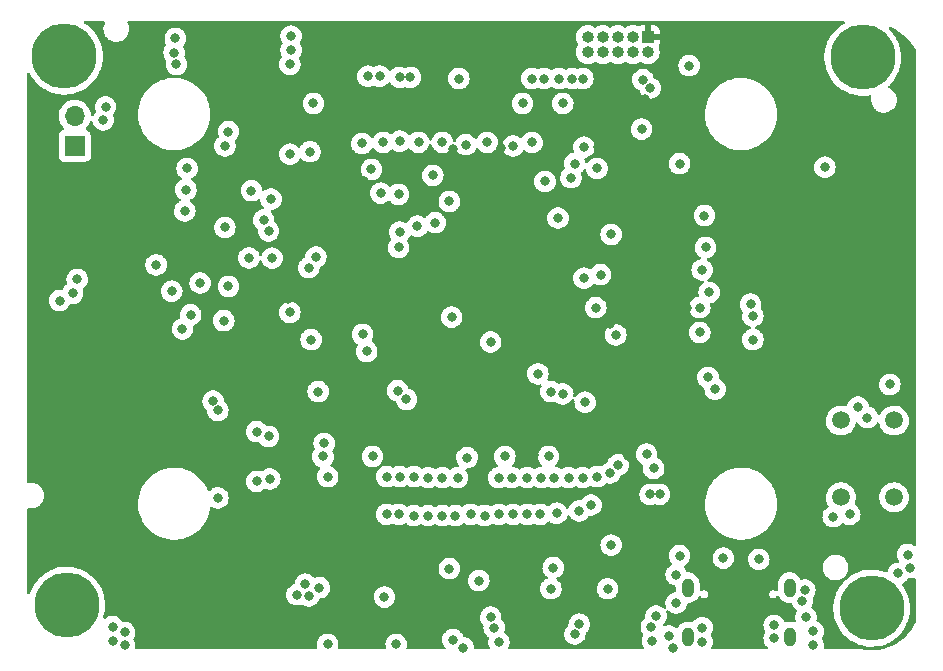
<source format=gbr>
%TF.GenerationSoftware,KiCad,Pcbnew,(5.99.0-3851-g809f4c2ffb)*%
%TF.CreationDate,2020-11-30T00:42:52+00:00*%
%TF.ProjectId,CM4,434d342e-6b69-4636-9164-5f7063625858,rev?*%
%TF.SameCoordinates,Original*%
%TF.FileFunction,Copper,L3,Inr*%
%TF.FilePolarity,Positive*%
%FSLAX46Y46*%
G04 Gerber Fmt 4.6, Leading zero omitted, Abs format (unit mm)*
G04 Created by KiCad (PCBNEW (5.99.0-3851-g809f4c2ffb)) date 2020-11-30 00:42:52*
%MOMM*%
%LPD*%
G01*
G04 APERTURE LIST*
G04 Aperture macros list*
%AMRoundRect*
0 Rectangle with rounded corners*
0 $1 Rounding radius*
0 $2 $3 $4 $5 $6 $7 $8 $9 X,Y pos of 4 corners*
0 Add a 4 corners polygon primitive as box body*
4,1,4,$2,$3,$4,$5,$6,$7,$8,$9,$2,$3,0*
0 Add four circle primitives for the rounded corners*
1,1,$1+$1,$2,$3,0*
1,1,$1+$1,$4,$5,0*
1,1,$1+$1,$6,$7,0*
1,1,$1+$1,$8,$9,0*
0 Add four rect primitives between the rounded corners*
20,1,$1+$1,$2,$3,$4,$5,0*
20,1,$1+$1,$4,$5,$6,$7,0*
20,1,$1+$1,$6,$7,$8,$9,0*
20,1,$1+$1,$8,$9,$2,$3,0*%
G04 Aperture macros list end*
%TA.AperFunction,ComponentPad*%
%ADD10R,1.000000X1.000000*%
%TD*%
%TA.AperFunction,ComponentPad*%
%ADD11O,1.000000X1.000000*%
%TD*%
%TA.AperFunction,ComponentPad*%
%ADD12C,5.500000*%
%TD*%
%TA.AperFunction,ComponentPad*%
%ADD13R,1.700000X1.700000*%
%TD*%
%TA.AperFunction,ComponentPad*%
%ADD14O,1.700000X1.700000*%
%TD*%
%TA.AperFunction,ComponentPad*%
%ADD15RoundRect,0.500000X0.000000X-0.300000X0.000000X-0.300000X0.000000X0.300000X0.000000X0.300000X0*%
%TD*%
%TA.AperFunction,ComponentPad*%
%ADD16C,1.500000*%
%TD*%
%TA.AperFunction,ViaPad*%
%ADD17C,0.800000*%
%TD*%
G04 APERTURE END LIST*
D10*
%TO.N,/+3.3V*%
%TO.C,J3*%
X127800000Y-83900000D03*
D11*
%TO.N,/H7MCU/SWDIO*%
X127800000Y-85170000D03*
%TO.N,GND*%
X126530000Y-83900000D03*
%TO.N,/H7MCU/SWCLK*%
X126530000Y-85170000D03*
%TO.N,GND*%
X125260000Y-83900000D03*
%TO.N,/H7MCU/SWO*%
X125260000Y-85170000D03*
%TO.N,Net-(J3-Pad7)*%
X123990000Y-83900000D03*
%TO.N,Net-(J3-Pad8)*%
X123990000Y-85170000D03*
%TO.N,GND*%
X122720000Y-83900000D03*
%TO.N,/H7MCU/NRST*%
X122720000Y-85170000D03*
%TD*%
D12*
%TO.N,N/C*%
%TO.C,H3*%
X146000000Y-85600000D03*
%TD*%
D13*
%TO.N,/v_DIV_OUT*%
%TO.C,J6*%
X79300000Y-93100000D03*
D14*
%TO.N,GND*%
X79300000Y-90560000D03*
%TD*%
D12*
%TO.N,N/C*%
%TO.C,H2*%
X78400000Y-85500000D03*
%TD*%
%TO.N,N/C*%
%TO.C,H4*%
X146750000Y-132250000D03*
%TD*%
D15*
%TO.N,GND*%
%TO.C,J2*%
X131180000Y-130520000D03*
X139820000Y-130520000D03*
X139820000Y-134700000D03*
X131180000Y-134700000D03*
%TD*%
D16*
%TO.N,/H7MCU/NRST*%
%TO.C,S1*%
X148650000Y-122850000D03*
X148650000Y-116350000D03*
%TO.N,GND*%
X144150000Y-116350000D03*
X144150000Y-122850000D03*
%TD*%
D12*
%TO.N,N/C*%
%TO.C,H1*%
X78600000Y-132000000D03*
%TD*%
D17*
%TO.N,GND*%
X120600000Y-89500000D03*
%TO.N,/+3.3V*%
X127552786Y-89094429D03*
%TO.N,GND*%
X128000000Y-88200000D03*
X127400000Y-87500000D03*
X127280000Y-91682225D03*
%TO.N,/H7MCU/VCAP1*%
X123500000Y-95000000D03*
X111000000Y-97800000D03*
%TO.N,/H7MCU/VLXSMPS*%
X96000000Y-102600000D03*
%TO.N,/H7MCU/VCAP1*%
X99700000Y-102500000D03*
%TO.N,/H7MCU/VLXSMPS*%
X106800000Y-100400000D03*
%TO.N,GND*%
X119400000Y-119400000D03*
%TO.N,/+3.3V*%
X118200000Y-119300000D03*
X126100000Y-119400000D03*
%TO.N,GND*%
X127700000Y-119200000D03*
X125300000Y-120100000D03*
X124600000Y-120800000D03*
%TO.N,/H7MCU/VCAP1*%
X118500000Y-112400000D03*
X111200000Y-107600000D03*
%TO.N,/H7MCU/VDDSMPS*%
X106700000Y-101700000D03*
%TO.N,/+3.3V*%
X136600000Y-103300000D03*
%TO.N,GND*%
X136700000Y-107500000D03*
X82500000Y-133800000D03*
X82500000Y-135000000D03*
X83500000Y-134300000D03*
X83500000Y-135400000D03*
X98800000Y-130200000D03*
X100000000Y-130500000D03*
X99100000Y-131200000D03*
X98100000Y-131100000D03*
X118700000Y-124300000D03*
X116400000Y-124300000D03*
X106800000Y-87300000D03*
X94700000Y-121500000D03*
X117600000Y-124300000D03*
X109200000Y-121200000D03*
X128500000Y-132900000D03*
X108300000Y-99900000D03*
X99200000Y-93600000D03*
X129900000Y-135600000D03*
X141200000Y-133000000D03*
X141800000Y-135400000D03*
X108000000Y-124400000D03*
X99500000Y-89500000D03*
X79500000Y-104400000D03*
X107700000Y-87300000D03*
X100300000Y-119400000D03*
X115200000Y-135100000D03*
X128200000Y-135000000D03*
X88800000Y-95000000D03*
X87900000Y-86200000D03*
X122500000Y-114800000D03*
X110400000Y-124400000D03*
X123000000Y-123500000D03*
X81900000Y-89800000D03*
X108000000Y-121100000D03*
X97500000Y-86200000D03*
X92300000Y-91900000D03*
X122000000Y-124000000D03*
X136700000Y-109500000D03*
X110400000Y-92800000D03*
X121100000Y-121200000D03*
X105700000Y-121100000D03*
X122300000Y-121200000D03*
X116400000Y-93100000D03*
X119000000Y-87400000D03*
X132400000Y-135100000D03*
X115200000Y-121200000D03*
X111800000Y-87400000D03*
X114200000Y-92800000D03*
X117200000Y-89500000D03*
X129600000Y-134600000D03*
X122000000Y-133600000D03*
X119800000Y-128800000D03*
X149000000Y-129300000D03*
X88400000Y-108600000D03*
X138500000Y-134800000D03*
X112200000Y-135600000D03*
X105100000Y-87200000D03*
X141800000Y-134200000D03*
X128800000Y-122600000D03*
X106800000Y-92700000D03*
X114800000Y-133900000D03*
X124700000Y-100600000D03*
X138500000Y-133700000D03*
X104100000Y-87200000D03*
X105700000Y-124300000D03*
X95700000Y-117700000D03*
X100400000Y-118300000D03*
X99300000Y-109500000D03*
X133500000Y-113700000D03*
X115700000Y-119400000D03*
X108400000Y-92800000D03*
X114500000Y-133000000D03*
X109200000Y-124400000D03*
X105400000Y-92800000D03*
X78000000Y-106200000D03*
X145600000Y-115200000D03*
X125100000Y-109100000D03*
X123500000Y-121100000D03*
X117600000Y-121200000D03*
X94700000Y-117300000D03*
X118000000Y-87400000D03*
X111300000Y-134900000D03*
X104400000Y-95100000D03*
X97600000Y-85000000D03*
X112800000Y-124300000D03*
X144900000Y-124300000D03*
X114000000Y-124400000D03*
X106700000Y-124300000D03*
X99100000Y-103400000D03*
X112400000Y-93000000D03*
X88600000Y-98600000D03*
X112500000Y-119500000D03*
X91400000Y-115500000D03*
X110400000Y-121200000D03*
X120100000Y-124200000D03*
X81700000Y-90900000D03*
X104500000Y-119400000D03*
X149800000Y-127700000D03*
X143500000Y-124500000D03*
X91000000Y-114700000D03*
X87700000Y-85200000D03*
X123400000Y-106800000D03*
X141100000Y-130700000D03*
X115200000Y-124300000D03*
X111700000Y-121200000D03*
X111500000Y-124400000D03*
X105500000Y-131300000D03*
X130200000Y-129400000D03*
X146400000Y-116100000D03*
X132900000Y-112700000D03*
X132400000Y-133900000D03*
X128100000Y-133800000D03*
X119900000Y-121200000D03*
X97500000Y-93800000D03*
X87800000Y-84000000D03*
X140900000Y-131600000D03*
X130200000Y-131800000D03*
X106800000Y-121100000D03*
X118000000Y-92800000D03*
X130500000Y-127800000D03*
X106700000Y-97200000D03*
X136500000Y-106500000D03*
X118800000Y-121200000D03*
X128000000Y-122600000D03*
X116300000Y-121200000D03*
X150000000Y-128800000D03*
X130500000Y-94600000D03*
X95800000Y-121300000D03*
X121625000Y-134425000D03*
X97600000Y-83800000D03*
X79100000Y-105600000D03*
%TO.N,Net-(BT1-Pad1)*%
X105200000Y-97100000D03*
X95280331Y-99380331D03*
%TO.N,Net-(C1-Pad2)*%
X88700000Y-96800000D03*
X95900000Y-97599999D03*
%TO.N,Net-(C2-Pad1)*%
X94250001Y-96900000D03*
X92000000Y-93100000D03*
%TO.N,/v_DIV_OUT*%
X87500000Y-105400000D03*
X104000000Y-110500000D03*
X89100000Y-107400000D03*
X86169669Y-103169669D03*
%TO.N,/5V*%
X122300000Y-87400000D03*
X121400000Y-87400000D03*
X128300000Y-120400000D03*
X124400000Y-130600000D03*
X111000000Y-128900000D03*
X120300000Y-87400000D03*
X106500000Y-135300000D03*
X100700000Y-135300000D03*
X131300000Y-86300000D03*
X119600000Y-130600000D03*
%TO.N,/VPOS*%
X113500000Y-129900000D03*
%TO.N,/VNEG*%
X92000000Y-100000000D03*
X89900000Y-104700000D03*
X124700000Y-126900000D03*
X91400000Y-122900000D03*
%TO.N,/+3.3V*%
X106900000Y-119000000D03*
X82700000Y-128600000D03*
X99100000Y-105800000D03*
X130700000Y-102700000D03*
X149900000Y-125900000D03*
X102100000Y-121100000D03*
X124600000Y-108200000D03*
X83600000Y-128700000D03*
X91200000Y-132600000D03*
%TO.N,/H7MCU/VCAP1*%
X103600000Y-92900000D03*
%TO.N,/+3.3V*%
X96600000Y-118900000D03*
X99300000Y-120200000D03*
X129000000Y-110800000D03*
X89400000Y-111600000D03*
X111300000Y-93400000D03*
X114000000Y-119300000D03*
X97300000Y-106100000D03*
X111500000Y-132500000D03*
X129600000Y-84300000D03*
X131100000Y-106800000D03*
X108700000Y-128000000D03*
X81700000Y-128700000D03*
X89100000Y-112900000D03*
X115400000Y-93300000D03*
X91200000Y-131100000D03*
X130200000Y-110900000D03*
X103800000Y-96100000D03*
X130700000Y-100800000D03*
X101700000Y-88100000D03*
X108500000Y-130100000D03*
X131300000Y-97400000D03*
X108800000Y-129200000D03*
X96500000Y-120000000D03*
X82600000Y-129600000D03*
X117300000Y-119400000D03*
X111500000Y-133600000D03*
X130300000Y-97600000D03*
X90900000Y-129900000D03*
X129100000Y-117100000D03*
X131300000Y-111100000D03*
X90400000Y-133800000D03*
X91200000Y-101900000D03*
X107400000Y-98300000D03*
X106900000Y-131800000D03*
X104100000Y-114300000D03*
X136600000Y-104300000D03*
X130300000Y-117300000D03*
X131900000Y-116700000D03*
X101300000Y-116200000D03*
X130500000Y-104500000D03*
X128900000Y-94500000D03*
X98600000Y-121100000D03*
X133500000Y-115300000D03*
X111500000Y-131400000D03*
X123600000Y-93200000D03*
%TO.N,/H7MCU/VCAP1*%
X94031977Y-102580579D03*
%TO.N,/H7MCU/VDDSMPS*%
X92300000Y-105000000D03*
%TO.N,/H7MCU/VLXSMPS*%
X95700000Y-100300000D03*
%TO.N,Net-(C48-Pad1)*%
X91900000Y-107900000D03*
X97500000Y-107200000D03*
%TO.N,/H7MCU/NRST*%
X103660002Y-109050000D03*
X142800000Y-94900000D03*
X148300000Y-113300000D03*
X114500000Y-109700000D03*
%TO.N,/H7MCU/LED_STAT*%
X99900000Y-113900000D03*
X100700000Y-121100000D03*
%TO.N,/H7MCU/SDMMC_CMD*%
X132400000Y-103600000D03*
X119100000Y-96100000D03*
%TO.N,/H7MCU/SDMMC_CK*%
X133000000Y-105500000D03*
X120200000Y-99200000D03*
%TO.N,/H7MCU/SDMMC_D3*%
X132700000Y-101700000D03*
X121300000Y-95800000D03*
%TO.N,/H7MCU/SDMMC_D2*%
X121600000Y-94600000D03*
X132600000Y-99000000D03*
%TO.N,/H7MCU/SWCLK*%
X122400000Y-93200000D03*
%TO.N,/USB_D+*%
X106628768Y-113828768D03*
%TO.N,/USB_D-*%
X107371232Y-114571232D03*
%TO.N,/H7MCU/SDMMC_D1*%
X132200000Y-108900000D03*
X122400000Y-104300000D03*
%TO.N,/H7MCU/SDMMC_D0*%
X123800000Y-104000000D03*
X132200000Y-106800000D03*
%TO.N,/STM32_3_RX*%
X120600000Y-114100000D03*
%TO.N,/STM32_3_TX*%
X109800000Y-99600000D03*
X119600000Y-113900000D03*
X109600000Y-95600000D03*
%TO.N,Net-(J2-PadB5)*%
X137200000Y-128100000D03*
%TO.N,Net-(J2-PadA5)*%
X134200000Y-128000000D03*
%TD*%
%TA.AperFunction,Conductor*%
%TO.N,/+3.3V*%
G36*
X81792798Y-82528502D02*
G01*
X81839291Y-82582158D01*
X81849395Y-82652432D01*
X81836545Y-82692479D01*
X81835976Y-82693578D01*
X81832725Y-82698612D01*
X81805706Y-82765655D01*
X81764258Y-82868502D01*
X81755366Y-82890565D01*
X81744791Y-82944717D01*
X81717237Y-83085815D01*
X81715700Y-83093683D01*
X81715684Y-83099669D01*
X81715684Y-83099672D01*
X81715493Y-83172380D01*
X81715421Y-83200000D01*
X81715158Y-83300638D01*
X81721085Y-83331854D01*
X81752162Y-83495542D01*
X81753760Y-83503961D01*
X81830113Y-83696316D01*
X81833337Y-83701367D01*
X81833338Y-83701369D01*
X81888682Y-83788075D01*
X81941462Y-83870763D01*
X81967394Y-83898137D01*
X82072831Y-84009438D01*
X82083790Y-84021007D01*
X82088655Y-84024497D01*
X82088658Y-84024499D01*
X82201581Y-84105493D01*
X82251960Y-84141627D01*
X82324228Y-84174943D01*
X82408728Y-84213898D01*
X82439905Y-84228271D01*
X82445721Y-84229705D01*
X82445724Y-84229706D01*
X82635018Y-84276376D01*
X82635019Y-84276376D01*
X82640843Y-84277812D01*
X82646834Y-84278121D01*
X82646836Y-84278121D01*
X82705768Y-84281158D01*
X82847523Y-84288463D01*
X82853458Y-84287634D01*
X82853462Y-84287634D01*
X83002647Y-84266800D01*
X83052489Y-84259839D01*
X83248345Y-84192974D01*
X83265161Y-84183363D01*
X83422819Y-84093254D01*
X83422824Y-84093251D01*
X83428023Y-84090279D01*
X83585040Y-83955461D01*
X83713732Y-83793384D01*
X83747571Y-83728519D01*
X83792952Y-83641526D01*
X83809453Y-83609896D01*
X83812388Y-83600084D01*
X83867033Y-83417363D01*
X83867033Y-83417362D01*
X83868751Y-83411618D01*
X83876022Y-83339414D01*
X83889176Y-83208773D01*
X83889485Y-83205705D01*
X83889500Y-83200000D01*
X83888456Y-83189052D01*
X83870414Y-82999955D01*
X83869844Y-82993981D01*
X83858573Y-82955563D01*
X83813273Y-82801148D01*
X83813272Y-82801146D01*
X83811585Y-82795395D01*
X83758432Y-82692191D01*
X83745023Y-82622473D01*
X83771436Y-82556573D01*
X83829285Y-82515414D01*
X83870448Y-82508500D01*
X144363907Y-82508500D01*
X144432028Y-82528502D01*
X144478521Y-82582158D01*
X144488625Y-82652432D01*
X144459131Y-82717012D01*
X144420227Y-82747212D01*
X144386412Y-82764108D01*
X144386398Y-82764116D01*
X144383318Y-82765655D01*
X144380423Y-82767524D01*
X144380420Y-82767526D01*
X144186306Y-82892865D01*
X144082057Y-82960178D01*
X144079373Y-82962363D01*
X144079369Y-82962366D01*
X143806643Y-83184399D01*
X143806636Y-83184406D01*
X143803960Y-83186584D01*
X143801534Y-83189048D01*
X143801530Y-83189052D01*
X143711546Y-83280461D01*
X143552388Y-83442139D01*
X143550244Y-83444858D01*
X143550241Y-83444862D01*
X143499259Y-83509533D01*
X143330377Y-83723758D01*
X143140611Y-84028038D01*
X143139110Y-84031164D01*
X143139105Y-84031173D01*
X142986880Y-84348181D01*
X142986876Y-84348191D01*
X142985381Y-84351304D01*
X142866562Y-84689652D01*
X142865784Y-84693009D01*
X142865781Y-84693019D01*
X142834391Y-84828446D01*
X142785588Y-85038995D01*
X142785184Y-85042412D01*
X142785182Y-85042421D01*
X142744053Y-85389927D01*
X142743439Y-85395115D01*
X142742615Y-85500000D01*
X142740799Y-85731224D01*
X142740622Y-85753708D01*
X142740974Y-85757141D01*
X142740974Y-85757147D01*
X142768061Y-86021510D01*
X142777173Y-86110446D01*
X142852649Y-86461018D01*
X142900979Y-86605881D01*
X142959913Y-86782527D01*
X142966139Y-86801190D01*
X143116273Y-87126855D01*
X143301236Y-87434078D01*
X143518795Y-87719149D01*
X143521180Y-87721649D01*
X143748261Y-87959691D01*
X143766323Y-87978625D01*
X143768976Y-87980855D01*
X143768978Y-87980857D01*
X143890190Y-88082746D01*
X144040829Y-88209371D01*
X144043713Y-88211298D01*
X144043717Y-88211301D01*
X144269998Y-88362497D01*
X144338998Y-88408601D01*
X144342069Y-88410196D01*
X144342072Y-88410198D01*
X144652695Y-88571554D01*
X144657229Y-88573909D01*
X144660445Y-88575153D01*
X144660449Y-88575155D01*
X144912959Y-88672843D01*
X144991678Y-88703297D01*
X145137081Y-88741850D01*
X145334970Y-88794320D01*
X145334975Y-88794321D01*
X145338305Y-88795204D01*
X145484969Y-88817254D01*
X145689505Y-88848005D01*
X145689508Y-88848005D01*
X145692925Y-88848519D01*
X145696380Y-88848655D01*
X145696383Y-88848655D01*
X145820558Y-88853533D01*
X146051253Y-88862597D01*
X146054697Y-88862353D01*
X146054706Y-88862353D01*
X146405504Y-88837515D01*
X146405507Y-88837515D01*
X146408962Y-88837270D01*
X146412368Y-88836648D01*
X146597267Y-88802880D01*
X146667873Y-88810318D01*
X146723249Y-88854748D01*
X146743568Y-88950980D01*
X146721086Y-89066105D01*
X146715700Y-89093683D01*
X146715684Y-89099669D01*
X146715684Y-89099672D01*
X146715541Y-89154237D01*
X146715421Y-89200000D01*
X146715158Y-89300638D01*
X146722096Y-89337182D01*
X146751762Y-89493435D01*
X146753760Y-89503961D01*
X146830113Y-89696316D01*
X146833337Y-89701367D01*
X146833338Y-89701369D01*
X146842867Y-89716298D01*
X146941462Y-89870763D01*
X147017250Y-89950766D01*
X147054348Y-89989927D01*
X147083790Y-90021007D01*
X147088655Y-90024497D01*
X147088658Y-90024499D01*
X147211249Y-90112427D01*
X147251960Y-90141627D01*
X147316877Y-90171554D01*
X147418487Y-90218397D01*
X147439905Y-90228271D01*
X147445721Y-90229705D01*
X147445724Y-90229706D01*
X147635018Y-90276376D01*
X147635019Y-90276376D01*
X147640843Y-90277812D01*
X147646834Y-90278121D01*
X147646836Y-90278121D01*
X147703540Y-90281043D01*
X147847523Y-90288463D01*
X147853458Y-90287634D01*
X147853462Y-90287634D01*
X148002647Y-90266800D01*
X148052489Y-90259839D01*
X148248345Y-90192974D01*
X148253547Y-90190001D01*
X148422819Y-90093254D01*
X148422824Y-90093251D01*
X148428023Y-90090279D01*
X148585040Y-89955461D01*
X148713732Y-89793384D01*
X148718701Y-89783860D01*
X148806680Y-89615211D01*
X148809453Y-89609896D01*
X148829451Y-89543030D01*
X148867033Y-89417363D01*
X148867033Y-89417362D01*
X148868751Y-89411618D01*
X148869440Y-89404782D01*
X148889176Y-89208773D01*
X148889485Y-89205705D01*
X148889500Y-89200000D01*
X148885438Y-89157420D01*
X148870414Y-88999955D01*
X148869844Y-88993981D01*
X148851429Y-88931210D01*
X148813273Y-88801148D01*
X148813272Y-88801146D01*
X148811585Y-88795395D01*
X148794623Y-88762461D01*
X148719572Y-88616739D01*
X148719570Y-88616736D01*
X148716826Y-88611408D01*
X148588985Y-88448660D01*
X148567786Y-88430264D01*
X148437207Y-88316952D01*
X148437202Y-88316948D01*
X148432676Y-88313021D01*
X148253538Y-88209387D01*
X148247870Y-88207419D01*
X148242417Y-88204922D01*
X148243331Y-88202926D01*
X148193499Y-88167363D01*
X148167180Y-88101425D01*
X148180689Y-88031725D01*
X148208557Y-87995721D01*
X148304720Y-87909590D01*
X148307289Y-87907289D01*
X148546544Y-87640167D01*
X148552931Y-87631230D01*
X148619221Y-87538466D01*
X148755042Y-87348403D01*
X148930264Y-87035522D01*
X148935262Y-87023720D01*
X149045166Y-86764172D01*
X149070094Y-86705302D01*
X149172843Y-86361732D01*
X149178418Y-86331210D01*
X149236648Y-86012368D01*
X149236648Y-86012367D01*
X149237270Y-86008962D01*
X149237563Y-86004831D01*
X149262456Y-85653246D01*
X149262456Y-85653242D01*
X149262597Y-85651253D01*
X149263000Y-85600000D01*
X149243295Y-85241937D01*
X149237408Y-85206565D01*
X149195288Y-84953516D01*
X149184416Y-84888199D01*
X149087077Y-84543057D01*
X148952451Y-84210682D01*
X148853902Y-84028038D01*
X148783811Y-83898137D01*
X148783808Y-83898133D01*
X148782165Y-83895087D01*
X148780196Y-83892238D01*
X148580240Y-83602925D01*
X148580236Y-83602920D01*
X148578276Y-83600084D01*
X148343246Y-83329237D01*
X148336467Y-83322970D01*
X148251602Y-83244522D01*
X148215157Y-83183593D01*
X148217438Y-83112633D01*
X148257720Y-83054171D01*
X148323215Y-83026768D01*
X148396200Y-83040701D01*
X148731849Y-83218844D01*
X148740940Y-83224168D01*
X149102779Y-83456972D01*
X149111381Y-83463031D01*
X149452499Y-83725317D01*
X149460557Y-83732069D01*
X149776414Y-84020050D01*
X149778498Y-84021950D01*
X149785988Y-84029377D01*
X150078558Y-84344846D01*
X150085391Y-84352862D01*
X150346377Y-84686392D01*
X150351595Y-84693060D01*
X150357367Y-84701063D01*
X150458706Y-84853856D01*
X150470504Y-84871645D01*
X150491500Y-84941288D01*
X150491501Y-106006201D01*
X150491501Y-126832154D01*
X150471499Y-126900275D01*
X150417843Y-126946768D01*
X150347569Y-126956872D01*
X150291440Y-126934090D01*
X150262092Y-126912767D01*
X150262091Y-126912766D01*
X150256750Y-126908886D01*
X150250722Y-126906202D01*
X150250720Y-126906201D01*
X150088318Y-126833895D01*
X150088317Y-126833895D01*
X150082287Y-126831210D01*
X149988887Y-126811357D01*
X149901944Y-126792876D01*
X149901939Y-126792876D01*
X149895487Y-126791504D01*
X149704513Y-126791504D01*
X149698061Y-126792876D01*
X149698056Y-126792876D01*
X149611113Y-126811357D01*
X149517713Y-126831210D01*
X149511683Y-126833895D01*
X149511682Y-126833895D01*
X149349280Y-126906201D01*
X149349278Y-126906202D01*
X149343250Y-126908886D01*
X149337909Y-126912766D01*
X149337908Y-126912767D01*
X149194093Y-127017254D01*
X149194091Y-127017256D01*
X149188749Y-127021137D01*
X149184328Y-127026047D01*
X149184327Y-127026048D01*
X149132721Y-127083363D01*
X149060963Y-127163058D01*
X148965476Y-127328446D01*
X148963434Y-127334731D01*
X148932082Y-127431224D01*
X148906462Y-127510073D01*
X148886500Y-127700000D01*
X148906462Y-127889927D01*
X148908502Y-127896205D01*
X148908502Y-127896206D01*
X148915243Y-127916952D01*
X148965476Y-128071554D01*
X148968779Y-128077276D01*
X148968780Y-128077277D01*
X149041080Y-128202504D01*
X149057818Y-128271499D01*
X149034598Y-128338591D01*
X148978790Y-128382478D01*
X148931961Y-128391504D01*
X148904513Y-128391504D01*
X148898061Y-128392876D01*
X148898056Y-128392876D01*
X148811113Y-128411357D01*
X148717713Y-128431210D01*
X148711683Y-128433895D01*
X148711682Y-128433895D01*
X148549280Y-128506201D01*
X148549278Y-128506202D01*
X148543250Y-128508886D01*
X148537909Y-128512766D01*
X148537908Y-128512767D01*
X148394093Y-128617254D01*
X148394091Y-128617256D01*
X148388749Y-128621137D01*
X148384328Y-128626047D01*
X148384327Y-128626048D01*
X148275369Y-128747059D01*
X148260963Y-128763058D01*
X148206059Y-128858155D01*
X148197777Y-128872500D01*
X148165476Y-128928446D01*
X148106462Y-129110073D01*
X148105772Y-129116638D01*
X148104911Y-129120688D01*
X148071181Y-129183161D01*
X148009031Y-129217480D01*
X147930717Y-129209728D01*
X147903388Y-129197646D01*
X147900079Y-129196599D01*
X147900075Y-129196598D01*
X147564777Y-129090557D01*
X147564772Y-129090556D01*
X147561475Y-129089513D01*
X147209761Y-129019553D01*
X147206309Y-129019254D01*
X146855949Y-128988909D01*
X146855943Y-128988909D01*
X146852493Y-128988610D01*
X146699485Y-128992216D01*
X146497452Y-128996977D01*
X146497445Y-128996978D01*
X146493988Y-128997059D01*
X146138575Y-129044797D01*
X146135211Y-129045633D01*
X146135209Y-129045633D01*
X145793914Y-129130410D01*
X145793907Y-129130412D01*
X145790546Y-129131247D01*
X145787293Y-129132447D01*
X145787290Y-129132448D01*
X145665777Y-129177277D01*
X145454106Y-129255367D01*
X145133318Y-129415655D01*
X145130423Y-129417524D01*
X145130420Y-129417526D01*
X144924069Y-129550766D01*
X144832057Y-129610178D01*
X144829373Y-129612363D01*
X144829369Y-129612366D01*
X144556643Y-129834399D01*
X144556636Y-129834406D01*
X144553960Y-129836584D01*
X144551534Y-129839048D01*
X144551530Y-129839052D01*
X144497995Y-129893435D01*
X144302388Y-130092139D01*
X144300244Y-130094858D01*
X144300241Y-130094862D01*
X144221926Y-130194204D01*
X144080377Y-130373758D01*
X143890611Y-130678038D01*
X143889110Y-130681164D01*
X143889105Y-130681173D01*
X143736880Y-130998181D01*
X143736876Y-130998191D01*
X143735381Y-131001304D01*
X143616562Y-131339652D01*
X143615784Y-131343009D01*
X143615781Y-131343019D01*
X143584662Y-131477277D01*
X143535588Y-131688995D01*
X143535184Y-131692412D01*
X143535182Y-131692421D01*
X143494767Y-132033895D01*
X143493439Y-132045115D01*
X143492122Y-132212767D01*
X143491007Y-132354756D01*
X143490622Y-132403708D01*
X143490974Y-132407141D01*
X143490974Y-132407147D01*
X143526820Y-132757002D01*
X143527173Y-132760446D01*
X143602649Y-133111018D01*
X143639917Y-133222723D01*
X143712067Y-133438984D01*
X143716139Y-133451190D01*
X143866273Y-133776855D01*
X144051236Y-134084078D01*
X144268795Y-134369149D01*
X144291553Y-134393005D01*
X144513865Y-134626048D01*
X144516323Y-134628625D01*
X144518976Y-134630855D01*
X144518978Y-134630857D01*
X144713349Y-134794242D01*
X144790829Y-134859371D01*
X144793713Y-134861298D01*
X144793717Y-134861301D01*
X145011376Y-135006736D01*
X145088998Y-135058601D01*
X145092069Y-135060196D01*
X145092072Y-135060198D01*
X145402982Y-135221703D01*
X145407229Y-135223909D01*
X145410445Y-135225153D01*
X145410449Y-135225155D01*
X145655853Y-135320094D01*
X145741678Y-135353297D01*
X145917818Y-135400000D01*
X146084970Y-135444320D01*
X146084975Y-135444321D01*
X146088305Y-135445204D01*
X146221766Y-135465269D01*
X146439505Y-135498005D01*
X146439508Y-135498005D01*
X146442925Y-135498519D01*
X146446380Y-135498655D01*
X146446383Y-135498655D01*
X146559729Y-135503108D01*
X146801253Y-135512597D01*
X146804697Y-135512353D01*
X146804706Y-135512353D01*
X147155504Y-135487515D01*
X147155507Y-135487515D01*
X147158962Y-135487270D01*
X147180355Y-135483363D01*
X147508323Y-135423466D01*
X147508330Y-135423464D01*
X147511732Y-135422843D01*
X147855302Y-135320094D01*
X148070785Y-135228849D01*
X148182339Y-135181612D01*
X148182342Y-135181611D01*
X148185522Y-135180264D01*
X148498403Y-135005042D01*
X148773295Y-134808601D01*
X148787360Y-134798550D01*
X148787361Y-134798549D01*
X148790167Y-134796544D01*
X149057289Y-134557289D01*
X149296544Y-134290167D01*
X149505042Y-133998403D01*
X149680264Y-133685522D01*
X149682533Y-133680165D01*
X149785524Y-133436942D01*
X149820094Y-133355302D01*
X149922843Y-133011732D01*
X149923787Y-133006566D01*
X149986648Y-132662368D01*
X149986648Y-132662367D01*
X149987270Y-132658962D01*
X149997786Y-132510446D01*
X150012456Y-132303246D01*
X150012456Y-132303242D01*
X150012597Y-132301253D01*
X150013000Y-132250000D01*
X149993295Y-131891937D01*
X149991766Y-131882746D01*
X149951683Y-131641937D01*
X149934416Y-131538199D01*
X149837077Y-131193057D01*
X149702451Y-130860682D01*
X149615752Y-130700000D01*
X149533811Y-130548137D01*
X149533808Y-130548133D01*
X149532165Y-130545087D01*
X149503626Y-130503794D01*
X149360856Y-130297223D01*
X149338580Y-130229811D01*
X149356285Y-130161058D01*
X149413260Y-130110477D01*
X149450720Y-130093799D01*
X149450722Y-130093798D01*
X149456750Y-130091114D01*
X149462092Y-130087233D01*
X149605907Y-129982746D01*
X149605909Y-129982744D01*
X149611251Y-129978863D01*
X149670764Y-129912767D01*
X149734618Y-129841850D01*
X149734619Y-129841849D01*
X149739037Y-129836942D01*
X149777885Y-129769655D01*
X149829267Y-129720662D01*
X149899608Y-129707453D01*
X149904513Y-129708496D01*
X150095487Y-129708496D01*
X150101939Y-129707124D01*
X150101944Y-129707124D01*
X150195520Y-129687233D01*
X150282287Y-129668790D01*
X150288314Y-129666107D01*
X150288322Y-129666104D01*
X150314251Y-129654559D01*
X150384618Y-129645124D01*
X150448916Y-129675230D01*
X150491501Y-129769665D01*
X150491501Y-133359214D01*
X150479676Y-133412505D01*
X150374682Y-133637452D01*
X150373632Y-133639701D01*
X150368225Y-133650014D01*
X150263870Y-133828446D01*
X150185390Y-133962637D01*
X150179049Y-133972412D01*
X149968124Y-134266801D01*
X149960907Y-134275948D01*
X149723703Y-134549582D01*
X149715673Y-134558023D01*
X149454192Y-134808592D01*
X149445420Y-134816252D01*
X149269321Y-134956224D01*
X149161925Y-135041587D01*
X149152478Y-135048408D01*
X148849362Y-135246602D01*
X148839327Y-135252520D01*
X148519208Y-135421866D01*
X148508668Y-135426832D01*
X148174282Y-135565881D01*
X148163344Y-135569847D01*
X147817515Y-135677423D01*
X147806253Y-135680362D01*
X147586743Y-135726937D01*
X147503987Y-135744496D01*
X147451997Y-135755527D01*
X147440502Y-135757416D01*
X147351679Y-135767817D01*
X147080798Y-135799538D01*
X147069175Y-135800357D01*
X146860365Y-135805384D01*
X146707120Y-135809073D01*
X146695480Y-135808814D01*
X146329028Y-135783698D01*
X146319478Y-135782677D01*
X146057417Y-135744496D01*
X146056202Y-135744312D01*
X146042954Y-135742250D01*
X146042949Y-135742250D01*
X146038141Y-135741501D01*
X142816211Y-135741501D01*
X142748090Y-135721499D01*
X142701597Y-135667843D01*
X142693162Y-135591084D01*
X142693538Y-135589927D01*
X142713500Y-135400000D01*
X142700000Y-135271554D01*
X142694228Y-135216637D01*
X142694228Y-135216636D01*
X142693538Y-135210073D01*
X142689033Y-135196206D01*
X142652368Y-135083363D01*
X142634524Y-135028446D01*
X142598962Y-134966850D01*
X142539037Y-134863058D01*
X142541672Y-134861537D01*
X142522308Y-134806995D01*
X142542321Y-134738838D01*
X142539037Y-134736942D01*
X142631220Y-134577277D01*
X142631221Y-134577276D01*
X142634524Y-134571554D01*
X142680570Y-134429838D01*
X142691498Y-134396206D01*
X142691498Y-134396205D01*
X142693538Y-134389927D01*
X142713500Y-134200000D01*
X142704332Y-134112767D01*
X142694228Y-134016637D01*
X142694228Y-134016636D01*
X142693538Y-134010073D01*
X142689033Y-133996206D01*
X142649871Y-133875680D01*
X142634524Y-133828446D01*
X142539037Y-133663058D01*
X142520402Y-133642361D01*
X142415673Y-133526048D01*
X142415672Y-133526047D01*
X142411251Y-133521137D01*
X142405909Y-133517256D01*
X142405907Y-133517254D01*
X142262092Y-133412767D01*
X142262091Y-133412766D01*
X142256750Y-133408886D01*
X142250722Y-133406202D01*
X142250720Y-133406201D01*
X142155654Y-133363875D01*
X142101558Y-133317895D01*
X142080909Y-133249967D01*
X142087071Y-133209829D01*
X142091498Y-133196205D01*
X142093538Y-133189927D01*
X142107732Y-133054884D01*
X142112810Y-133006565D01*
X142113500Y-133000000D01*
X142102097Y-132891504D01*
X142094228Y-132816637D01*
X142094228Y-132816636D01*
X142093538Y-132810073D01*
X142087951Y-132792876D01*
X142059006Y-132703794D01*
X142034524Y-132628446D01*
X141939037Y-132463058D01*
X141874259Y-132391114D01*
X141815673Y-132326048D01*
X141815672Y-132326047D01*
X141811251Y-132321137D01*
X141805909Y-132317256D01*
X141805907Y-132317254D01*
X141706793Y-132245244D01*
X141663439Y-132189022D01*
X141657364Y-132118286D01*
X141671735Y-132080308D01*
X141731220Y-131977277D01*
X141731221Y-131977276D01*
X141734524Y-131971554D01*
X141784274Y-131818439D01*
X141791498Y-131796206D01*
X141791498Y-131796205D01*
X141793538Y-131789927D01*
X141813500Y-131600000D01*
X141807176Y-131539835D01*
X141794228Y-131416637D01*
X141794228Y-131416636D01*
X141793538Y-131410073D01*
X141786746Y-131389169D01*
X141784719Y-131318201D01*
X141812943Y-131265922D01*
X141834618Y-131241850D01*
X141834619Y-131241849D01*
X141839037Y-131236942D01*
X141872569Y-131178863D01*
X141931220Y-131077277D01*
X141931221Y-131077276D01*
X141934524Y-131071554D01*
X141975190Y-130946398D01*
X141991498Y-130896206D01*
X141991498Y-130896205D01*
X141993538Y-130889927D01*
X142013500Y-130700000D01*
X141993538Y-130510073D01*
X141967919Y-130431224D01*
X141959006Y-130403794D01*
X141934524Y-130328446D01*
X141839037Y-130163058D01*
X141801200Y-130121035D01*
X141715673Y-130026048D01*
X141715672Y-130026047D01*
X141711251Y-130021137D01*
X141705909Y-130017256D01*
X141705907Y-130017254D01*
X141562092Y-129912767D01*
X141562091Y-129912766D01*
X141556750Y-129908886D01*
X141550722Y-129906202D01*
X141550720Y-129906201D01*
X141388318Y-129833895D01*
X141388317Y-129833895D01*
X141382287Y-129831210D01*
X141277262Y-129808886D01*
X141201944Y-129792876D01*
X141201939Y-129792876D01*
X141195487Y-129791504D01*
X141004513Y-129791504D01*
X140998060Y-129792876D01*
X140998047Y-129792877D01*
X140859383Y-129822352D01*
X140788593Y-129816951D01*
X140722064Y-129758501D01*
X140669356Y-129659890D01*
X140669353Y-129659886D01*
X140666437Y-129654430D01*
X140539836Y-129500165D01*
X140385571Y-129373564D01*
X140209573Y-129279491D01*
X140203653Y-129277695D01*
X140203650Y-129277694D01*
X140024525Y-129223357D01*
X140024521Y-129223356D01*
X140018603Y-129221561D01*
X140006503Y-129220369D01*
X139873846Y-129207303D01*
X139873839Y-129207303D01*
X139870766Y-129207000D01*
X139769234Y-129207000D01*
X139766161Y-129207303D01*
X139766154Y-129207303D01*
X139633497Y-129220369D01*
X139621397Y-129221561D01*
X139615479Y-129223356D01*
X139615475Y-129223357D01*
X139436350Y-129277694D01*
X139436347Y-129277695D01*
X139430427Y-129279491D01*
X139254429Y-129373564D01*
X139100164Y-129500165D01*
X138973563Y-129654430D01*
X138879490Y-129830428D01*
X138877694Y-129836348D01*
X138877693Y-129836351D01*
X138827164Y-130002925D01*
X138821560Y-130021398D01*
X138820953Y-130027561D01*
X138808091Y-130158150D01*
X138806999Y-130169235D01*
X138806999Y-130684210D01*
X138786997Y-130752331D01*
X138733341Y-130798824D01*
X138663067Y-130808928D01*
X138600010Y-130780732D01*
X138570000Y-130755551D01*
X138459040Y-130715165D01*
X138340960Y-130715165D01*
X138230000Y-130755551D01*
X138221554Y-130762638D01*
X138166069Y-130809196D01*
X138139545Y-130831452D01*
X138080505Y-130933713D01*
X138071497Y-130984801D01*
X138062303Y-131036942D01*
X138060000Y-131050000D01*
X138080505Y-131166287D01*
X138139545Y-131268548D01*
X138230000Y-131344449D01*
X138340960Y-131384835D01*
X138459040Y-131384835D01*
X138570000Y-131344449D01*
X138660455Y-131268548D01*
X138677198Y-131239548D01*
X138728580Y-131190555D01*
X138798294Y-131177118D01*
X138864205Y-131203505D01*
X138897439Y-131243152D01*
X138973563Y-131385570D01*
X139100164Y-131539835D01*
X139254429Y-131666436D01*
X139430427Y-131760509D01*
X139436347Y-131762305D01*
X139436350Y-131762306D01*
X139615475Y-131816643D01*
X139615479Y-131816644D01*
X139621397Y-131818439D01*
X139627560Y-131819046D01*
X139766154Y-131832697D01*
X139766161Y-131832697D01*
X139769234Y-131833000D01*
X139870766Y-131833000D01*
X139873839Y-131832697D01*
X139873846Y-131832697D01*
X139907099Y-131829422D01*
X139914952Y-131828648D01*
X139984705Y-131841876D01*
X140047135Y-131915106D01*
X140065476Y-131971554D01*
X140068779Y-131977276D01*
X140068780Y-131977277D01*
X140099126Y-132029838D01*
X140160963Y-132136942D01*
X140165381Y-132141849D01*
X140165382Y-132141850D01*
X140229236Y-132212767D01*
X140288749Y-132278863D01*
X140294091Y-132282744D01*
X140294093Y-132282746D01*
X140393207Y-132354756D01*
X140436561Y-132410978D01*
X140442636Y-132481714D01*
X140428265Y-132519692D01*
X140385479Y-132593799D01*
X140365476Y-132628446D01*
X140340994Y-132703794D01*
X140312050Y-132792876D01*
X140306462Y-132810073D01*
X140305772Y-132816636D01*
X140305772Y-132816637D01*
X140297903Y-132891504D01*
X140286500Y-133000000D01*
X140287190Y-133006565D01*
X140292269Y-133054884D01*
X140306462Y-133189927D01*
X140308502Y-133196205D01*
X140308502Y-133196206D01*
X140339622Y-133291984D01*
X140341649Y-133362952D01*
X140304987Y-133423750D01*
X140241274Y-133455075D01*
X140183213Y-133451494D01*
X140024535Y-133403359D01*
X140024521Y-133403356D01*
X140018603Y-133401561D01*
X140006503Y-133400369D01*
X139873846Y-133387303D01*
X139873839Y-133387303D01*
X139870766Y-133387000D01*
X139769234Y-133387000D01*
X139766161Y-133387303D01*
X139766154Y-133387303D01*
X139633497Y-133400369D01*
X139621397Y-133401561D01*
X139615479Y-133403356D01*
X139615465Y-133403359D01*
X139500117Y-133438350D01*
X139429123Y-133438984D01*
X139369057Y-133401135D01*
X139343708Y-133356711D01*
X139336567Y-133334733D01*
X139336566Y-133334731D01*
X139334524Y-133328446D01*
X139328433Y-133317895D01*
X139296772Y-133263058D01*
X139239037Y-133163058D01*
X139222300Y-133144469D01*
X139115673Y-133026048D01*
X139115672Y-133026047D01*
X139111251Y-133021137D01*
X139105909Y-133017256D01*
X139105907Y-133017254D01*
X138962092Y-132912767D01*
X138962091Y-132912766D01*
X138956750Y-132908886D01*
X138950722Y-132906202D01*
X138950720Y-132906201D01*
X138788318Y-132833895D01*
X138788317Y-132833895D01*
X138782287Y-132831210D01*
X138677262Y-132808886D01*
X138601944Y-132792876D01*
X138601939Y-132792876D01*
X138595487Y-132791504D01*
X138404513Y-132791504D01*
X138398061Y-132792876D01*
X138398056Y-132792876D01*
X138322738Y-132808886D01*
X138217713Y-132831210D01*
X138211683Y-132833895D01*
X138211682Y-132833895D01*
X138049280Y-132906201D01*
X138049278Y-132906202D01*
X138043250Y-132908886D01*
X138037909Y-132912766D01*
X138037908Y-132912767D01*
X137894093Y-133017254D01*
X137894091Y-133017256D01*
X137888749Y-133021137D01*
X137884328Y-133026047D01*
X137884327Y-133026048D01*
X137777701Y-133144469D01*
X137760963Y-133163058D01*
X137703228Y-133263058D01*
X137671568Y-133317895D01*
X137665476Y-133328446D01*
X137644137Y-133394121D01*
X137632082Y-133431224D01*
X137606462Y-133510073D01*
X137605772Y-133516636D01*
X137605772Y-133516637D01*
X137599337Y-133577859D01*
X137586500Y-133700000D01*
X137587190Y-133706565D01*
X137604965Y-133875680D01*
X137606462Y-133889927D01*
X137608502Y-133896205D01*
X137608502Y-133896206D01*
X137621020Y-133934731D01*
X137665476Y-134071554D01*
X137668779Y-134077276D01*
X137668780Y-134077277D01*
X137685479Y-134106201D01*
X137719583Y-134165269D01*
X137732129Y-134187000D01*
X137748867Y-134255995D01*
X137732129Y-134313000D01*
X137675729Y-134410688D01*
X137665476Y-134428446D01*
X137654846Y-134461162D01*
X137618978Y-134571554D01*
X137606462Y-134610073D01*
X137605772Y-134616636D01*
X137605772Y-134616637D01*
X137603870Y-134634731D01*
X137586500Y-134800000D01*
X137587190Y-134806565D01*
X137604037Y-134966850D01*
X137606462Y-134989927D01*
X137608502Y-134996205D01*
X137608502Y-134996206D01*
X137632510Y-135070094D01*
X137665476Y-135171554D01*
X137668779Y-135177276D01*
X137668780Y-135177277D01*
X137723211Y-135271554D01*
X137760963Y-135336942D01*
X137765381Y-135341849D01*
X137765382Y-135341850D01*
X137837413Y-135421849D01*
X137888749Y-135478863D01*
X137912620Y-135496206D01*
X137936512Y-135513565D01*
X137979866Y-135569787D01*
X137985941Y-135640524D01*
X137952809Y-135703315D01*
X137862451Y-135741501D01*
X133296908Y-135741501D01*
X133228787Y-135721499D01*
X133182294Y-135667843D01*
X133172190Y-135597569D01*
X133187789Y-135552501D01*
X133188901Y-135550576D01*
X133218956Y-135498519D01*
X133231220Y-135477277D01*
X133231221Y-135477276D01*
X133234524Y-135471554D01*
X133279382Y-135333496D01*
X133291498Y-135296206D01*
X133291498Y-135296205D01*
X133293538Y-135289927D01*
X133295645Y-135269885D01*
X133312810Y-135106565D01*
X133313500Y-135100000D01*
X133309101Y-135058150D01*
X133294228Y-134916637D01*
X133294228Y-134916636D01*
X133293538Y-134910073D01*
X133289264Y-134896917D01*
X133243716Y-134756736D01*
X133234524Y-134728446D01*
X133213196Y-134691504D01*
X133139037Y-134563058D01*
X133141672Y-134561537D01*
X133122308Y-134506995D01*
X133142321Y-134438838D01*
X133139037Y-134436942D01*
X133231220Y-134277277D01*
X133231221Y-134277276D01*
X133234524Y-134271554D01*
X133284043Y-134119149D01*
X133291498Y-134096206D01*
X133291498Y-134096205D01*
X133293538Y-134089927D01*
X133297661Y-134050704D01*
X133312810Y-133906565D01*
X133313500Y-133900000D01*
X133298316Y-133755531D01*
X133294228Y-133716637D01*
X133294228Y-133716636D01*
X133293538Y-133710073D01*
X133287951Y-133692876D01*
X133237674Y-133538141D01*
X133234524Y-133528446D01*
X133139037Y-133363058D01*
X133132054Y-133355302D01*
X133015673Y-133226048D01*
X133015672Y-133226047D01*
X133011251Y-133221137D01*
X133005909Y-133217256D01*
X133005907Y-133217254D01*
X132862092Y-133112767D01*
X132862091Y-133112766D01*
X132856750Y-133108886D01*
X132850722Y-133106202D01*
X132850720Y-133106201D01*
X132688318Y-133033895D01*
X132688317Y-133033895D01*
X132682287Y-133031210D01*
X132577262Y-133008886D01*
X132501944Y-132992876D01*
X132501939Y-132992876D01*
X132495487Y-132991504D01*
X132304513Y-132991504D01*
X132298061Y-132992876D01*
X132298056Y-132992876D01*
X132222738Y-133008886D01*
X132117713Y-133031210D01*
X132111683Y-133033895D01*
X132111682Y-133033895D01*
X131949280Y-133106201D01*
X131949278Y-133106202D01*
X131943250Y-133108886D01*
X131937909Y-133112766D01*
X131937908Y-133112767D01*
X131794093Y-133217254D01*
X131794091Y-133217256D01*
X131788749Y-133221137D01*
X131784328Y-133226047D01*
X131784327Y-133226048D01*
X131667947Y-133355302D01*
X131660963Y-133363058D01*
X131657662Y-133368776D01*
X131649965Y-133382107D01*
X131598582Y-133431100D01*
X131504270Y-133439681D01*
X131384534Y-133403359D01*
X131384523Y-133403357D01*
X131378603Y-133401561D01*
X131366503Y-133400369D01*
X131233846Y-133387303D01*
X131233839Y-133387303D01*
X131230766Y-133387000D01*
X131129234Y-133387000D01*
X131126161Y-133387303D01*
X131126154Y-133387303D01*
X130993497Y-133400369D01*
X130981397Y-133401561D01*
X130975479Y-133403356D01*
X130975475Y-133403357D01*
X130796350Y-133457694D01*
X130796347Y-133457695D01*
X130790427Y-133459491D01*
X130614429Y-133553564D01*
X130460164Y-133680165D01*
X130456242Y-133684944D01*
X130419739Y-133729424D01*
X130333563Y-133834430D01*
X130330644Y-133839891D01*
X130327888Y-133844016D01*
X130273413Y-133889545D01*
X130202970Y-133898395D01*
X130149060Y-133875953D01*
X130148685Y-133875680D01*
X130092323Y-133834731D01*
X130062092Y-133812767D01*
X130062091Y-133812766D01*
X130056750Y-133808886D01*
X130050722Y-133806202D01*
X130050720Y-133806201D01*
X129888318Y-133733895D01*
X129888317Y-133733895D01*
X129882287Y-133731210D01*
X129766343Y-133706565D01*
X129701944Y-133692876D01*
X129701939Y-133692876D01*
X129695487Y-133691504D01*
X129504513Y-133691504D01*
X129498061Y-133692876D01*
X129498056Y-133692876D01*
X129433657Y-133706565D01*
X129317713Y-133731210D01*
X129311686Y-133733893D01*
X129311678Y-133733896D01*
X129285675Y-133745474D01*
X129215308Y-133754909D01*
X129151011Y-133724803D01*
X129113197Y-133664715D01*
X129113872Y-133593721D01*
X129140789Y-133546058D01*
X129234618Y-133441850D01*
X129234619Y-133441849D01*
X129239037Y-133436942D01*
X129301677Y-133328446D01*
X129331220Y-133277277D01*
X129331221Y-133277276D01*
X129334524Y-133271554D01*
X129364215Y-133180173D01*
X129391498Y-133096206D01*
X129391498Y-133096205D01*
X129393538Y-133089927D01*
X129394348Y-133082226D01*
X129412810Y-132906565D01*
X129413500Y-132900000D01*
X129393538Y-132710073D01*
X129387951Y-132692876D01*
X129348961Y-132572879D01*
X129346934Y-132501911D01*
X129383596Y-132441114D01*
X129447308Y-132409788D01*
X129517842Y-132417881D01*
X129562428Y-132449631D01*
X129588749Y-132478863D01*
X129594091Y-132482744D01*
X129594093Y-132482746D01*
X129737908Y-132587233D01*
X129743250Y-132591114D01*
X129749278Y-132593798D01*
X129749280Y-132593799D01*
X129841215Y-132634731D01*
X129917713Y-132668790D01*
X130011113Y-132688643D01*
X130098056Y-132707124D01*
X130098061Y-132707124D01*
X130104513Y-132708496D01*
X130295487Y-132708496D01*
X130301939Y-132707124D01*
X130301944Y-132707124D01*
X130388887Y-132688643D01*
X130482287Y-132668790D01*
X130558785Y-132634731D01*
X130650720Y-132593799D01*
X130650722Y-132593798D01*
X130656750Y-132591114D01*
X130662092Y-132587233D01*
X130805907Y-132482746D01*
X130805909Y-132482744D01*
X130811251Y-132478863D01*
X130882036Y-132400248D01*
X130934618Y-132341850D01*
X130934619Y-132341849D01*
X130939037Y-132336942D01*
X131012970Y-132208886D01*
X131031220Y-132177277D01*
X131031221Y-132177276D01*
X131034524Y-132171554D01*
X131093538Y-131989927D01*
X131095469Y-131971554D01*
X131098173Y-131945829D01*
X131125187Y-131880172D01*
X131183408Y-131839543D01*
X131223483Y-131833000D01*
X131230766Y-131833000D01*
X131233839Y-131832697D01*
X131233846Y-131832697D01*
X131372440Y-131819046D01*
X131378603Y-131818439D01*
X131384521Y-131816644D01*
X131384525Y-131816643D01*
X131563650Y-131762306D01*
X131563653Y-131762305D01*
X131569573Y-131760509D01*
X131745571Y-131666436D01*
X131899836Y-131539835D01*
X132026437Y-131385570D01*
X132102561Y-131243152D01*
X132152313Y-131192504D01*
X132221550Y-131176794D01*
X132288289Y-131201010D01*
X132322802Y-131239548D01*
X132339545Y-131268548D01*
X132430000Y-131344449D01*
X132540960Y-131384835D01*
X132659040Y-131384835D01*
X132770000Y-131344449D01*
X132860455Y-131268548D01*
X132919495Y-131166287D01*
X132940000Y-131050000D01*
X132937698Y-131036942D01*
X132928503Y-130984801D01*
X132919495Y-130933713D01*
X132860455Y-130831452D01*
X132833932Y-130809196D01*
X132778446Y-130762638D01*
X132770000Y-130755551D01*
X132659040Y-130715165D01*
X132540960Y-130715165D01*
X132430000Y-130755551D01*
X132399990Y-130780732D01*
X132334952Y-130809196D01*
X132264848Y-130797979D01*
X132211936Y-130750641D01*
X132193001Y-130684210D01*
X132193001Y-130169235D01*
X132191910Y-130158150D01*
X132179047Y-130027561D01*
X132178440Y-130021398D01*
X132172837Y-130002925D01*
X132122307Y-129836351D01*
X132122306Y-129836348D01*
X132120510Y-129830428D01*
X132026437Y-129654430D01*
X131899836Y-129500165D01*
X131745571Y-129373564D01*
X131569573Y-129279491D01*
X131563653Y-129277695D01*
X131563650Y-129277694D01*
X131384525Y-129223357D01*
X131384521Y-129223356D01*
X131378603Y-129221561D01*
X131366503Y-129220369D01*
X131233846Y-129207303D01*
X131233839Y-129207303D01*
X131230766Y-129207000D01*
X131184084Y-129207000D01*
X131115963Y-129186998D01*
X131064251Y-129119936D01*
X131036566Y-129034731D01*
X131034524Y-129028446D01*
X131020507Y-129004167D01*
X130987268Y-128946597D01*
X130939037Y-128863058D01*
X130885358Y-128803442D01*
X130854643Y-128739437D01*
X130863406Y-128668984D01*
X130927747Y-128604027D01*
X130950720Y-128593799D01*
X130950722Y-128593798D01*
X130956750Y-128591114D01*
X130962092Y-128587233D01*
X131105907Y-128482746D01*
X131105909Y-128482744D01*
X131111251Y-128478863D01*
X131239037Y-128336942D01*
X131311514Y-128211408D01*
X131331220Y-128177277D01*
X131331221Y-128177276D01*
X131334524Y-128171554D01*
X131390265Y-128000000D01*
X133286500Y-128000000D01*
X133306462Y-128189927D01*
X133308502Y-128196205D01*
X133308502Y-128196206D01*
X133332966Y-128271499D01*
X133365476Y-128371554D01*
X133460963Y-128536942D01*
X133465381Y-128541849D01*
X133465382Y-128541850D01*
X133533276Y-128617254D01*
X133588749Y-128678863D01*
X133594091Y-128682744D01*
X133594093Y-128682746D01*
X133714504Y-128770229D01*
X133743250Y-128791114D01*
X133749278Y-128793798D01*
X133749280Y-128793799D01*
X133911682Y-128866105D01*
X133917713Y-128868790D01*
X134004480Y-128887233D01*
X134098056Y-128907124D01*
X134098061Y-128907124D01*
X134104513Y-128908496D01*
X134295487Y-128908496D01*
X134301939Y-128907124D01*
X134301944Y-128907124D01*
X134395520Y-128887233D01*
X134482287Y-128868790D01*
X134488318Y-128866105D01*
X134650720Y-128793799D01*
X134650722Y-128793798D01*
X134656750Y-128791114D01*
X134685496Y-128770229D01*
X134805907Y-128682746D01*
X134805909Y-128682744D01*
X134811251Y-128678863D01*
X134866724Y-128617254D01*
X134934618Y-128541850D01*
X134934619Y-128541849D01*
X134939037Y-128536942D01*
X135034524Y-128371554D01*
X135067034Y-128271499D01*
X135091498Y-128196206D01*
X135091498Y-128196205D01*
X135093538Y-128189927D01*
X135102989Y-128100000D01*
X136286500Y-128100000D01*
X136287190Y-128106565D01*
X136297274Y-128202504D01*
X136306462Y-128289927D01*
X136308502Y-128296205D01*
X136308502Y-128296206D01*
X136332984Y-128371554D01*
X136365476Y-128471554D01*
X136460963Y-128636942D01*
X136465381Y-128641849D01*
X136465382Y-128641850D01*
X136560528Y-128747520D01*
X136588749Y-128778863D01*
X136594091Y-128782744D01*
X136594093Y-128782746D01*
X136714412Y-128870162D01*
X136743250Y-128891114D01*
X136749278Y-128893798D01*
X136749280Y-128893799D01*
X136911682Y-128966105D01*
X136917713Y-128968790D01*
X136986273Y-128983363D01*
X137098056Y-129007124D01*
X137098061Y-129007124D01*
X137104513Y-129008496D01*
X137295487Y-129008496D01*
X137301939Y-129007124D01*
X137301944Y-129007124D01*
X137413727Y-128983363D01*
X137482287Y-128968790D01*
X137488318Y-128966105D01*
X137635359Y-128900638D01*
X142615158Y-128900638D01*
X142633464Y-128997059D01*
X142652288Y-129096206D01*
X142653760Y-129103961D01*
X142730113Y-129296316D01*
X142733337Y-129301367D01*
X142733338Y-129301369D01*
X142772714Y-129363058D01*
X142841462Y-129470763D01*
X142889182Y-129521137D01*
X142973532Y-129610178D01*
X142983790Y-129621007D01*
X142988655Y-129624497D01*
X142988658Y-129624499D01*
X143122730Y-129720662D01*
X143151960Y-129741627D01*
X143205057Y-129766105D01*
X143327066Y-129822352D01*
X143339905Y-129828271D01*
X143345721Y-129829705D01*
X143345724Y-129829706D01*
X143535018Y-129876376D01*
X143535019Y-129876376D01*
X143540843Y-129877812D01*
X143546834Y-129878121D01*
X143546836Y-129878121D01*
X143605768Y-129881158D01*
X143747523Y-129888463D01*
X143753458Y-129887634D01*
X143753462Y-129887634D01*
X143902647Y-129866800D01*
X143952489Y-129859839D01*
X144148345Y-129792974D01*
X144175809Y-129777277D01*
X144322819Y-129693254D01*
X144322824Y-129693251D01*
X144328023Y-129690279D01*
X144485040Y-129555461D01*
X144613732Y-129393384D01*
X144626570Y-129368776D01*
X144673147Y-129279491D01*
X144709453Y-129209896D01*
X144722125Y-129167526D01*
X144767033Y-129017363D01*
X144767033Y-129017362D01*
X144768751Y-129011618D01*
X144769381Y-129005367D01*
X144789176Y-128808773D01*
X144789485Y-128805705D01*
X144789500Y-128800000D01*
X144789084Y-128795633D01*
X144770414Y-128599955D01*
X144769844Y-128593981D01*
X144750618Y-128528446D01*
X144713273Y-128401148D01*
X144713272Y-128401146D01*
X144711585Y-128395395D01*
X144708838Y-128390061D01*
X144619572Y-128216739D01*
X144619570Y-128216736D01*
X144616826Y-128211408D01*
X144488985Y-128048660D01*
X144467295Y-128029838D01*
X144337207Y-127916952D01*
X144337202Y-127916948D01*
X144332676Y-127913021D01*
X144153538Y-127809387D01*
X143958035Y-127741497D01*
X143952102Y-127740637D01*
X143952099Y-127740636D01*
X143759162Y-127712662D01*
X143759159Y-127712662D01*
X143753222Y-127711801D01*
X143546488Y-127721369D01*
X143540664Y-127722773D01*
X143540661Y-127722773D01*
X143454809Y-127743464D01*
X143345293Y-127769858D01*
X143339835Y-127772340D01*
X143339831Y-127772341D01*
X143251742Y-127812393D01*
X143156898Y-127855516D01*
X142988098Y-127975254D01*
X142844986Y-128124751D01*
X142732725Y-128298612D01*
X142730482Y-128304178D01*
X142663028Y-128471554D01*
X142655366Y-128490565D01*
X142647467Y-128531016D01*
X142619178Y-128675875D01*
X142615700Y-128693683D01*
X142615684Y-128699669D01*
X142615684Y-128699672D01*
X142615444Y-128791114D01*
X142615421Y-128800000D01*
X142615158Y-128900638D01*
X137635359Y-128900638D01*
X137650720Y-128893799D01*
X137650722Y-128893798D01*
X137656750Y-128891114D01*
X137685588Y-128870162D01*
X137805907Y-128782746D01*
X137805909Y-128782744D01*
X137811251Y-128778863D01*
X137839472Y-128747520D01*
X137934618Y-128641850D01*
X137934619Y-128641849D01*
X137939037Y-128636942D01*
X138034524Y-128471554D01*
X138067016Y-128371554D01*
X138091498Y-128296206D01*
X138091498Y-128296205D01*
X138093538Y-128289927D01*
X138102727Y-128202504D01*
X138112810Y-128106565D01*
X138113500Y-128100000D01*
X138100389Y-127975254D01*
X138094228Y-127916637D01*
X138094228Y-127916636D01*
X138093538Y-127910073D01*
X138089033Y-127896206D01*
X138048078Y-127770162D01*
X138034524Y-127728446D01*
X138025075Y-127712079D01*
X137997311Y-127663992D01*
X137939037Y-127563058D01*
X137897240Y-127516637D01*
X137815673Y-127426048D01*
X137815672Y-127426047D01*
X137811251Y-127421137D01*
X137805909Y-127417256D01*
X137805907Y-127417254D01*
X137662092Y-127312767D01*
X137662091Y-127312766D01*
X137656750Y-127308886D01*
X137650722Y-127306202D01*
X137650720Y-127306201D01*
X137488318Y-127233895D01*
X137488317Y-127233895D01*
X137482287Y-127231210D01*
X137377262Y-127208886D01*
X137301944Y-127192876D01*
X137301939Y-127192876D01*
X137295487Y-127191504D01*
X137104513Y-127191504D01*
X137098061Y-127192876D01*
X137098056Y-127192876D01*
X137022738Y-127208886D01*
X136917713Y-127231210D01*
X136911683Y-127233895D01*
X136911682Y-127233895D01*
X136749280Y-127306201D01*
X136749278Y-127306202D01*
X136743250Y-127308886D01*
X136737909Y-127312766D01*
X136737908Y-127312767D01*
X136594093Y-127417254D01*
X136594091Y-127417256D01*
X136588749Y-127421137D01*
X136584328Y-127426047D01*
X136584327Y-127426048D01*
X136502761Y-127516637D01*
X136460963Y-127563058D01*
X136402689Y-127663992D01*
X136374926Y-127712079D01*
X136365476Y-127728446D01*
X136351922Y-127770162D01*
X136310968Y-127896206D01*
X136306462Y-127910073D01*
X136305772Y-127916636D01*
X136305772Y-127916637D01*
X136299611Y-127975254D01*
X136286500Y-128100000D01*
X135102989Y-128100000D01*
X135113500Y-128000000D01*
X135104048Y-127910073D01*
X135094228Y-127816637D01*
X135094228Y-127816636D01*
X135093538Y-127810073D01*
X135080472Y-127769858D01*
X135036566Y-127634731D01*
X135034524Y-127628446D01*
X134939037Y-127463058D01*
X134811251Y-127321137D01*
X134805909Y-127317256D01*
X134805907Y-127317254D01*
X134662092Y-127212767D01*
X134662091Y-127212766D01*
X134656750Y-127208886D01*
X134650722Y-127206202D01*
X134650720Y-127206201D01*
X134488318Y-127133895D01*
X134488317Y-127133895D01*
X134482287Y-127131210D01*
X134383745Y-127110264D01*
X134301944Y-127092876D01*
X134301939Y-127092876D01*
X134295487Y-127091504D01*
X134104513Y-127091504D01*
X134098061Y-127092876D01*
X134098056Y-127092876D01*
X134016255Y-127110264D01*
X133917713Y-127131210D01*
X133911683Y-127133895D01*
X133911682Y-127133895D01*
X133749280Y-127206201D01*
X133749278Y-127206202D01*
X133743250Y-127208886D01*
X133737909Y-127212766D01*
X133737908Y-127212767D01*
X133594093Y-127317254D01*
X133594091Y-127317256D01*
X133588749Y-127321137D01*
X133460963Y-127463058D01*
X133365476Y-127628446D01*
X133363434Y-127634731D01*
X133319529Y-127769858D01*
X133306462Y-127810073D01*
X133305772Y-127816636D01*
X133305772Y-127816637D01*
X133295952Y-127910073D01*
X133286500Y-128000000D01*
X131390265Y-128000000D01*
X131393538Y-127989927D01*
X131395445Y-127971788D01*
X131412810Y-127806565D01*
X131413500Y-127800000D01*
X131405236Y-127721369D01*
X131394228Y-127616637D01*
X131394228Y-127616636D01*
X131393538Y-127610073D01*
X131334524Y-127428446D01*
X131239037Y-127263058D01*
X131190261Y-127208886D01*
X131115673Y-127126048D01*
X131115672Y-127126047D01*
X131111251Y-127121137D01*
X131105909Y-127117256D01*
X131105907Y-127117254D01*
X130962092Y-127012767D01*
X130962091Y-127012766D01*
X130956750Y-127008886D01*
X130950722Y-127006202D01*
X130950720Y-127006201D01*
X130788318Y-126933895D01*
X130788317Y-126933895D01*
X130782287Y-126931210D01*
X130666343Y-126906565D01*
X130601944Y-126892876D01*
X130601939Y-126892876D01*
X130595487Y-126891504D01*
X130404513Y-126891504D01*
X130398061Y-126892876D01*
X130398056Y-126892876D01*
X130333657Y-126906565D01*
X130217713Y-126931210D01*
X130211683Y-126933895D01*
X130211682Y-126933895D01*
X130049280Y-127006201D01*
X130049278Y-127006202D01*
X130043250Y-127008886D01*
X130037909Y-127012766D01*
X130037908Y-127012767D01*
X129894093Y-127117254D01*
X129894091Y-127117256D01*
X129888749Y-127121137D01*
X129884328Y-127126047D01*
X129884327Y-127126048D01*
X129809740Y-127208886D01*
X129760963Y-127263058D01*
X129665476Y-127428446D01*
X129606462Y-127610073D01*
X129605772Y-127616636D01*
X129605772Y-127616637D01*
X129594764Y-127721369D01*
X129586500Y-127800000D01*
X129587190Y-127806565D01*
X129604556Y-127971788D01*
X129606462Y-127989927D01*
X129665476Y-128171554D01*
X129668779Y-128177276D01*
X129668780Y-128177277D01*
X129688486Y-128211408D01*
X129760963Y-128336942D01*
X129814642Y-128396558D01*
X129845357Y-128460563D01*
X129836594Y-128531016D01*
X129772253Y-128595973D01*
X129749280Y-128606201D01*
X129749278Y-128606202D01*
X129743250Y-128608886D01*
X129737909Y-128612766D01*
X129737908Y-128612767D01*
X129594093Y-128717254D01*
X129594091Y-128717256D01*
X129588749Y-128721137D01*
X129584328Y-128726047D01*
X129584327Y-128726048D01*
X129515173Y-128802852D01*
X129460963Y-128863058D01*
X129412732Y-128946597D01*
X129379494Y-129004167D01*
X129365476Y-129028446D01*
X129363434Y-129034731D01*
X129310044Y-129199050D01*
X129306462Y-129210073D01*
X129305772Y-129216636D01*
X129305772Y-129216637D01*
X129296866Y-129301369D01*
X129286500Y-129400000D01*
X129287190Y-129406565D01*
X129302840Y-129555461D01*
X129306462Y-129589927D01*
X129308502Y-129596205D01*
X129308502Y-129596206D01*
X129332086Y-129668790D01*
X129365476Y-129771554D01*
X129368779Y-129777276D01*
X129368780Y-129777277D01*
X129387030Y-129808886D01*
X129460963Y-129936942D01*
X129465381Y-129941849D01*
X129465382Y-129941850D01*
X129570099Y-130058150D01*
X129588749Y-130078863D01*
X129594091Y-130082744D01*
X129594093Y-130082746D01*
X129713136Y-130169235D01*
X129743250Y-130191114D01*
X129749278Y-130193798D01*
X129749280Y-130193799D01*
X129911682Y-130266105D01*
X129917713Y-130268790D01*
X130028026Y-130292238D01*
X130067196Y-130300564D01*
X130129670Y-130334293D01*
X130166999Y-130423811D01*
X130166999Y-130776189D01*
X130146997Y-130844310D01*
X130067196Y-130899436D01*
X129917713Y-130931210D01*
X129911683Y-130933895D01*
X129911682Y-130933895D01*
X129749280Y-131006201D01*
X129749278Y-131006202D01*
X129743250Y-131008886D01*
X129737909Y-131012766D01*
X129737908Y-131012767D01*
X129594093Y-131117254D01*
X129594091Y-131117256D01*
X129588749Y-131121137D01*
X129584328Y-131126047D01*
X129584327Y-131126048D01*
X129538344Y-131177118D01*
X129460963Y-131263058D01*
X129416741Y-131339652D01*
X129390231Y-131385570D01*
X129365476Y-131428446D01*
X129351922Y-131470162D01*
X129318978Y-131571554D01*
X129306462Y-131610073D01*
X129305772Y-131616636D01*
X129305772Y-131616637D01*
X129300000Y-131671554D01*
X129286500Y-131800000D01*
X129287190Y-131806565D01*
X129299679Y-131925386D01*
X129306462Y-131989927D01*
X129308502Y-131996205D01*
X129308502Y-131996206D01*
X129331214Y-132066105D01*
X129344542Y-132107124D01*
X129351039Y-132127121D01*
X129353066Y-132198089D01*
X129316404Y-132258886D01*
X129252692Y-132290212D01*
X129182158Y-132282119D01*
X129137572Y-132250369D01*
X129111251Y-132221137D01*
X129105909Y-132217256D01*
X129105907Y-132217254D01*
X128962092Y-132112767D01*
X128962091Y-132112766D01*
X128956750Y-132108886D01*
X128950722Y-132106202D01*
X128950720Y-132106201D01*
X128788318Y-132033895D01*
X128788317Y-132033895D01*
X128782287Y-132031210D01*
X128688887Y-132011357D01*
X128601944Y-131992876D01*
X128601939Y-131992876D01*
X128595487Y-131991504D01*
X128404513Y-131991504D01*
X128398061Y-131992876D01*
X128398056Y-131992876D01*
X128311113Y-132011357D01*
X128217713Y-132031210D01*
X128211683Y-132033895D01*
X128211682Y-132033895D01*
X128049280Y-132106201D01*
X128049278Y-132106202D01*
X128043250Y-132108886D01*
X128037909Y-132112766D01*
X128037908Y-132112767D01*
X127894093Y-132217254D01*
X127894091Y-132217256D01*
X127888749Y-132221137D01*
X127760963Y-132363058D01*
X127665476Y-132528446D01*
X127663434Y-132534731D01*
X127612050Y-132692876D01*
X127606462Y-132710073D01*
X127586500Y-132900000D01*
X127587190Y-132906565D01*
X127587190Y-132906566D01*
X127593554Y-132967121D01*
X127580781Y-133036959D01*
X127542305Y-133082226D01*
X127488749Y-133121137D01*
X127484328Y-133126047D01*
X127484327Y-133126048D01*
X127375685Y-133246708D01*
X127360963Y-133263058D01*
X127305868Y-133358485D01*
X127273359Y-133414793D01*
X127265476Y-133428446D01*
X127250649Y-133474079D01*
X127214137Y-133586453D01*
X127206462Y-133610073D01*
X127205772Y-133616636D01*
X127205772Y-133616637D01*
X127200893Y-133663058D01*
X127186500Y-133800000D01*
X127187190Y-133806565D01*
X127204836Y-133974452D01*
X127206462Y-133989927D01*
X127208502Y-133996205D01*
X127208502Y-133996206D01*
X127228073Y-134056440D01*
X127265476Y-134171554D01*
X127360963Y-134336942D01*
X127405006Y-134385856D01*
X127435721Y-134449860D01*
X127420487Y-134533164D01*
X127375375Y-134611301D01*
X127365476Y-134628446D01*
X127340994Y-134703794D01*
X127310855Y-134796554D01*
X127306462Y-134810073D01*
X127305772Y-134816636D01*
X127305772Y-134816637D01*
X127293688Y-134931612D01*
X127286500Y-135000000D01*
X127287190Y-135006565D01*
X127305214Y-135178049D01*
X127306462Y-135189927D01*
X127308502Y-135196205D01*
X127308502Y-135196206D01*
X127321845Y-135237270D01*
X127365476Y-135371554D01*
X127368779Y-135377276D01*
X127368780Y-135377277D01*
X127397391Y-135426832D01*
X127460963Y-135536942D01*
X127465131Y-135541571D01*
X127488942Y-135608304D01*
X127472863Y-135677456D01*
X127421950Y-135726937D01*
X127363148Y-135741500D01*
X116096909Y-135741500D01*
X116028788Y-135721498D01*
X115982295Y-135667842D01*
X115972191Y-135597568D01*
X115987790Y-135552500D01*
X116031220Y-135477277D01*
X116031221Y-135477276D01*
X116034524Y-135471554D01*
X116079382Y-135333496D01*
X116091498Y-135296206D01*
X116091498Y-135296205D01*
X116093538Y-135289927D01*
X116095645Y-135269885D01*
X116112810Y-135106565D01*
X116113500Y-135100000D01*
X116109101Y-135058150D01*
X116094228Y-134916637D01*
X116094228Y-134916636D01*
X116093538Y-134910073D01*
X116089264Y-134896917D01*
X116043716Y-134756736D01*
X116034524Y-134728446D01*
X116013196Y-134691504D01*
X115993563Y-134657500D01*
X115939037Y-134563058D01*
X115934504Y-134558023D01*
X115815673Y-134426048D01*
X115815672Y-134426047D01*
X115814730Y-134425000D01*
X120711500Y-134425000D01*
X120712190Y-134431565D01*
X120727672Y-134578863D01*
X120731462Y-134614927D01*
X120733502Y-134621205D01*
X120733502Y-134621206D01*
X120735913Y-134628625D01*
X120790476Y-134796554D01*
X120793779Y-134802276D01*
X120793780Y-134802277D01*
X120801464Y-134815586D01*
X120885963Y-134961942D01*
X120890381Y-134966849D01*
X120890382Y-134966850D01*
X121009327Y-135098952D01*
X121013749Y-135103863D01*
X121019091Y-135107744D01*
X121019093Y-135107746D01*
X121151056Y-135203622D01*
X121168250Y-135216114D01*
X121174278Y-135218798D01*
X121174280Y-135218799D01*
X121336682Y-135291105D01*
X121342713Y-135293790D01*
X121436113Y-135313643D01*
X121523056Y-135332124D01*
X121523061Y-135332124D01*
X121529513Y-135333496D01*
X121720487Y-135333496D01*
X121726939Y-135332124D01*
X121726944Y-135332124D01*
X121813887Y-135313643D01*
X121907287Y-135293790D01*
X121913318Y-135291105D01*
X122075720Y-135218799D01*
X122075722Y-135218798D01*
X122081750Y-135216114D01*
X122098944Y-135203622D01*
X122230907Y-135107746D01*
X122230909Y-135107744D01*
X122236251Y-135103863D01*
X122240673Y-135098952D01*
X122359618Y-134966850D01*
X122359619Y-134966849D01*
X122364037Y-134961942D01*
X122448536Y-134815586D01*
X122456220Y-134802277D01*
X122456221Y-134802276D01*
X122459524Y-134796554D01*
X122514087Y-134628625D01*
X122516498Y-134621206D01*
X122516498Y-134621205D01*
X122518538Y-134614927D01*
X122522329Y-134578863D01*
X122537810Y-134431565D01*
X122538500Y-134425000D01*
X122537810Y-134418435D01*
X122537810Y-134418430D01*
X122536996Y-134410688D01*
X122549765Y-134340850D01*
X122588244Y-134295578D01*
X122611251Y-134278863D01*
X122628395Y-134259823D01*
X122734618Y-134141850D01*
X122734619Y-134141849D01*
X122739037Y-134136942D01*
X122815910Y-134003794D01*
X122831220Y-133977277D01*
X122831221Y-133977276D01*
X122834524Y-133971554D01*
X122867914Y-133868790D01*
X122891498Y-133796206D01*
X122891498Y-133796205D01*
X122893538Y-133789927D01*
X122898141Y-133746137D01*
X122912810Y-133606565D01*
X122913500Y-133600000D01*
X122901350Y-133484398D01*
X122894228Y-133416637D01*
X122894228Y-133416636D01*
X122893538Y-133410073D01*
X122891357Y-133403359D01*
X122855169Y-133291984D01*
X122834524Y-133228446D01*
X122823776Y-133209829D01*
X122796664Y-133162870D01*
X122739037Y-133063058D01*
X122715538Y-133036959D01*
X122615673Y-132926048D01*
X122615672Y-132926047D01*
X122611251Y-132921137D01*
X122605909Y-132917256D01*
X122605907Y-132917254D01*
X122462092Y-132812767D01*
X122462091Y-132812766D01*
X122456750Y-132808886D01*
X122450722Y-132806202D01*
X122450720Y-132806201D01*
X122288318Y-132733895D01*
X122288317Y-132733895D01*
X122282287Y-132731210D01*
X122182846Y-132710073D01*
X122101944Y-132692876D01*
X122101939Y-132692876D01*
X122095487Y-132691504D01*
X121904513Y-132691504D01*
X121898061Y-132692876D01*
X121898056Y-132692876D01*
X121817154Y-132710073D01*
X121717713Y-132731210D01*
X121711683Y-132733895D01*
X121711682Y-132733895D01*
X121549280Y-132806201D01*
X121549278Y-132806202D01*
X121543250Y-132808886D01*
X121537909Y-132812766D01*
X121537908Y-132812767D01*
X121394093Y-132917254D01*
X121394091Y-132917256D01*
X121388749Y-132921137D01*
X121384328Y-132926047D01*
X121384327Y-132926048D01*
X121284463Y-133036959D01*
X121260963Y-133063058D01*
X121203336Y-133162870D01*
X121176225Y-133209829D01*
X121165476Y-133228446D01*
X121144831Y-133291984D01*
X121108644Y-133403359D01*
X121106462Y-133410073D01*
X121105772Y-133416636D01*
X121105772Y-133416637D01*
X121098650Y-133484398D01*
X121086500Y-133600000D01*
X121087190Y-133606565D01*
X121087190Y-133606570D01*
X121088004Y-133614312D01*
X121075235Y-133684150D01*
X121036756Y-133729422D01*
X121013749Y-133746137D01*
X121009328Y-133751047D01*
X121009327Y-133751048D01*
X120925619Y-133844016D01*
X120885963Y-133888058D01*
X120837261Y-133972412D01*
X120798143Y-134040167D01*
X120790476Y-134053446D01*
X120774117Y-134103794D01*
X120752101Y-134171554D01*
X120731462Y-134235073D01*
X120730772Y-134241636D01*
X120730772Y-134241637D01*
X120726452Y-134282743D01*
X120711500Y-134425000D01*
X115814730Y-134425000D01*
X115811251Y-134421137D01*
X115805909Y-134417256D01*
X115805907Y-134417254D01*
X115703016Y-134342500D01*
X115659662Y-134286278D01*
X115657244Y-134201628D01*
X115691498Y-134096206D01*
X115691498Y-134096205D01*
X115693538Y-134089927D01*
X115697661Y-134050704D01*
X115712810Y-133906565D01*
X115713500Y-133900000D01*
X115698316Y-133755531D01*
X115694228Y-133716637D01*
X115694228Y-133716636D01*
X115693538Y-133710073D01*
X115687951Y-133692876D01*
X115637674Y-133538141D01*
X115634524Y-133528446D01*
X115539037Y-133363058D01*
X115532054Y-133355302D01*
X115461800Y-133277277D01*
X115429990Y-133241949D01*
X115398316Y-133144469D01*
X115412810Y-133006566D01*
X115412810Y-133006565D01*
X115413500Y-133000000D01*
X115402097Y-132891504D01*
X115394228Y-132816637D01*
X115394228Y-132816636D01*
X115393538Y-132810073D01*
X115387951Y-132792876D01*
X115359006Y-132703794D01*
X115334524Y-132628446D01*
X115239037Y-132463058D01*
X115174259Y-132391114D01*
X115115673Y-132326048D01*
X115115672Y-132326047D01*
X115111251Y-132321137D01*
X115105909Y-132317256D01*
X115105907Y-132317254D01*
X114962092Y-132212767D01*
X114962091Y-132212766D01*
X114956750Y-132208886D01*
X114950722Y-132206202D01*
X114950720Y-132206201D01*
X114788318Y-132133895D01*
X114788317Y-132133895D01*
X114782287Y-132131210D01*
X114677262Y-132108886D01*
X114601944Y-132092876D01*
X114601939Y-132092876D01*
X114595487Y-132091504D01*
X114404513Y-132091504D01*
X114398061Y-132092876D01*
X114398056Y-132092876D01*
X114322738Y-132108886D01*
X114217713Y-132131210D01*
X114211683Y-132133895D01*
X114211682Y-132133895D01*
X114049280Y-132206201D01*
X114049278Y-132206202D01*
X114043250Y-132208886D01*
X114037909Y-132212766D01*
X114037908Y-132212767D01*
X113894093Y-132317254D01*
X113894091Y-132317256D01*
X113888749Y-132321137D01*
X113884328Y-132326047D01*
X113884327Y-132326048D01*
X113825742Y-132391114D01*
X113760963Y-132463058D01*
X113665476Y-132628446D01*
X113640994Y-132703794D01*
X113612050Y-132792876D01*
X113606462Y-132810073D01*
X113605772Y-132816636D01*
X113605772Y-132816637D01*
X113597903Y-132891504D01*
X113586500Y-133000000D01*
X113587190Y-133006565D01*
X113592269Y-133054884D01*
X113606462Y-133189927D01*
X113608502Y-133196205D01*
X113608502Y-133196206D01*
X113632984Y-133271554D01*
X113665476Y-133371554D01*
X113668779Y-133377276D01*
X113668780Y-133377277D01*
X113683839Y-133403359D01*
X113760963Y-133536942D01*
X113867591Y-133655364D01*
X113870010Y-133658051D01*
X113901684Y-133755531D01*
X113887755Y-133888058D01*
X113886500Y-133900000D01*
X113887190Y-133906565D01*
X113902340Y-134050704D01*
X113906462Y-134089927D01*
X113908502Y-134096205D01*
X113908502Y-134096206D01*
X113915957Y-134119149D01*
X113965476Y-134271554D01*
X113968779Y-134277276D01*
X113968780Y-134277277D01*
X113976222Y-134290167D01*
X114060963Y-134436942D01*
X114065381Y-134441849D01*
X114065382Y-134441850D01*
X114173149Y-134561537D01*
X114188749Y-134578863D01*
X114194091Y-134582744D01*
X114194093Y-134582746D01*
X114296984Y-134657500D01*
X114340338Y-134713722D01*
X114342756Y-134798371D01*
X114327113Y-134846516D01*
X114310737Y-134896917D01*
X114306462Y-134910073D01*
X114305772Y-134916636D01*
X114305772Y-134916637D01*
X114290899Y-135058150D01*
X114286500Y-135100000D01*
X114287190Y-135106565D01*
X114304356Y-135269885D01*
X114306462Y-135289927D01*
X114308502Y-135296205D01*
X114308502Y-135296206D01*
X114320618Y-135333496D01*
X114365476Y-135471554D01*
X114368779Y-135477276D01*
X114368780Y-135477277D01*
X114412210Y-135552500D01*
X114428948Y-135621496D01*
X114405727Y-135688587D01*
X114349920Y-135732474D01*
X114303091Y-135741500D01*
X113238565Y-135741500D01*
X113170444Y-135721498D01*
X113123951Y-135667842D01*
X113115026Y-135613170D01*
X113112810Y-135613170D01*
X113112810Y-135606565D01*
X113113500Y-135600000D01*
X113112376Y-135589310D01*
X113094228Y-135416637D01*
X113094228Y-135416636D01*
X113093538Y-135410073D01*
X113081023Y-135371554D01*
X113036566Y-135234731D01*
X113034524Y-135228446D01*
X113025164Y-135212233D01*
X112964156Y-135106565D01*
X112939037Y-135063058D01*
X112927969Y-135050765D01*
X112815673Y-134926048D01*
X112815672Y-134926047D01*
X112811251Y-134921137D01*
X112805909Y-134917256D01*
X112805907Y-134917254D01*
X112662092Y-134812767D01*
X112662091Y-134812766D01*
X112656750Y-134808886D01*
X112650722Y-134806202D01*
X112650720Y-134806201D01*
X112488318Y-134733895D01*
X112488317Y-134733895D01*
X112482287Y-134731210D01*
X112382846Y-134710073D01*
X112301944Y-134692876D01*
X112301939Y-134692876D01*
X112295487Y-134691504D01*
X112279049Y-134691504D01*
X112210928Y-134671502D01*
X112159216Y-134604440D01*
X112152167Y-134582746D01*
X112134524Y-134528446D01*
X112039037Y-134363058D01*
X111990261Y-134308886D01*
X111915673Y-134226048D01*
X111915672Y-134226047D01*
X111911251Y-134221137D01*
X111905909Y-134217256D01*
X111905907Y-134217254D01*
X111762092Y-134112767D01*
X111762091Y-134112766D01*
X111756750Y-134108886D01*
X111750722Y-134106202D01*
X111750720Y-134106201D01*
X111588318Y-134033895D01*
X111588317Y-134033895D01*
X111582287Y-134031210D01*
X111488887Y-134011357D01*
X111401944Y-133992876D01*
X111401939Y-133992876D01*
X111395487Y-133991504D01*
X111204513Y-133991504D01*
X111198061Y-133992876D01*
X111198056Y-133992876D01*
X111111113Y-134011357D01*
X111017713Y-134031210D01*
X111011683Y-134033895D01*
X111011682Y-134033895D01*
X110849280Y-134106201D01*
X110849278Y-134106202D01*
X110843250Y-134108886D01*
X110837909Y-134112766D01*
X110837908Y-134112767D01*
X110694093Y-134217254D01*
X110694091Y-134217256D01*
X110688749Y-134221137D01*
X110684328Y-134226047D01*
X110684327Y-134226048D01*
X110609740Y-134308886D01*
X110560963Y-134363058D01*
X110465476Y-134528446D01*
X110463434Y-134534731D01*
X110412050Y-134692876D01*
X110406462Y-134710073D01*
X110405772Y-134716636D01*
X110405772Y-134716637D01*
X110395671Y-134812747D01*
X110386500Y-134900000D01*
X110387190Y-134906565D01*
X110403170Y-135058601D01*
X110406462Y-135089927D01*
X110408502Y-135096205D01*
X110408502Y-135096206D01*
X110430942Y-135165269D01*
X110465476Y-135271554D01*
X110560963Y-135436942D01*
X110565381Y-135441849D01*
X110565382Y-135441850D01*
X110645824Y-135531190D01*
X110676542Y-135595197D01*
X110667777Y-135665651D01*
X110622314Y-135720182D01*
X110552188Y-135741500D01*
X107485221Y-135741500D01*
X107417100Y-135721498D01*
X107370607Y-135667842D01*
X107365388Y-135576564D01*
X107391498Y-135496206D01*
X107391498Y-135496205D01*
X107393538Y-135489927D01*
X107398332Y-135444320D01*
X107412810Y-135306565D01*
X107413500Y-135300000D01*
X107406907Y-135237270D01*
X107394228Y-135116637D01*
X107394228Y-135116636D01*
X107393538Y-135110073D01*
X107391337Y-135103297D01*
X107336566Y-134934731D01*
X107334524Y-134928446D01*
X107326179Y-134913991D01*
X107285772Y-134844005D01*
X107239037Y-134763058D01*
X107231820Y-134755042D01*
X107115673Y-134626048D01*
X107115672Y-134626047D01*
X107111251Y-134621137D01*
X107105909Y-134617256D01*
X107105907Y-134617254D01*
X106962092Y-134512767D01*
X106962091Y-134512766D01*
X106956750Y-134508886D01*
X106950722Y-134506202D01*
X106950720Y-134506201D01*
X106788318Y-134433895D01*
X106788317Y-134433895D01*
X106782287Y-134431210D01*
X106685740Y-134410688D01*
X106601944Y-134392876D01*
X106601939Y-134392876D01*
X106595487Y-134391504D01*
X106404513Y-134391504D01*
X106398061Y-134392876D01*
X106398056Y-134392876D01*
X106314260Y-134410688D01*
X106217713Y-134431210D01*
X106211683Y-134433895D01*
X106211682Y-134433895D01*
X106049280Y-134506201D01*
X106049278Y-134506202D01*
X106043250Y-134508886D01*
X106037909Y-134512766D01*
X106037908Y-134512767D01*
X105894093Y-134617254D01*
X105894091Y-134617256D01*
X105888749Y-134621137D01*
X105884328Y-134626047D01*
X105884327Y-134626048D01*
X105768181Y-134755042D01*
X105760963Y-134763058D01*
X105714228Y-134844005D01*
X105673822Y-134913991D01*
X105665476Y-134928446D01*
X105663434Y-134934731D01*
X105608664Y-135103297D01*
X105606462Y-135110073D01*
X105605772Y-135116636D01*
X105605772Y-135116637D01*
X105593093Y-135237270D01*
X105586500Y-135300000D01*
X105587190Y-135306565D01*
X105601669Y-135444320D01*
X105606462Y-135489927D01*
X105608502Y-135496205D01*
X105608502Y-135496206D01*
X105634612Y-135576564D01*
X105636639Y-135647532D01*
X105599977Y-135708329D01*
X105514779Y-135741500D01*
X101685221Y-135741500D01*
X101617100Y-135721498D01*
X101570607Y-135667842D01*
X101565388Y-135576564D01*
X101591498Y-135496206D01*
X101591498Y-135496205D01*
X101593538Y-135489927D01*
X101598332Y-135444320D01*
X101612810Y-135306565D01*
X101613500Y-135300000D01*
X101606907Y-135237270D01*
X101594228Y-135116637D01*
X101594228Y-135116636D01*
X101593538Y-135110073D01*
X101591337Y-135103297D01*
X101536566Y-134934731D01*
X101534524Y-134928446D01*
X101526179Y-134913991D01*
X101485772Y-134844005D01*
X101439037Y-134763058D01*
X101431820Y-134755042D01*
X101315673Y-134626048D01*
X101315672Y-134626047D01*
X101311251Y-134621137D01*
X101305909Y-134617256D01*
X101305907Y-134617254D01*
X101162092Y-134512767D01*
X101162091Y-134512766D01*
X101156750Y-134508886D01*
X101150722Y-134506202D01*
X101150720Y-134506201D01*
X100988318Y-134433895D01*
X100988317Y-134433895D01*
X100982287Y-134431210D01*
X100885740Y-134410688D01*
X100801944Y-134392876D01*
X100801939Y-134392876D01*
X100795487Y-134391504D01*
X100604513Y-134391504D01*
X100598061Y-134392876D01*
X100598056Y-134392876D01*
X100514260Y-134410688D01*
X100417713Y-134431210D01*
X100411683Y-134433895D01*
X100411682Y-134433895D01*
X100249280Y-134506201D01*
X100249278Y-134506202D01*
X100243250Y-134508886D01*
X100237909Y-134512766D01*
X100237908Y-134512767D01*
X100094093Y-134617254D01*
X100094091Y-134617256D01*
X100088749Y-134621137D01*
X100084328Y-134626047D01*
X100084327Y-134626048D01*
X99968181Y-134755042D01*
X99960963Y-134763058D01*
X99914228Y-134844005D01*
X99873822Y-134913991D01*
X99865476Y-134928446D01*
X99863434Y-134934731D01*
X99808664Y-135103297D01*
X99806462Y-135110073D01*
X99805772Y-135116636D01*
X99805772Y-135116637D01*
X99793093Y-135237270D01*
X99786500Y-135300000D01*
X99787190Y-135306565D01*
X99801669Y-135444320D01*
X99806462Y-135489927D01*
X99808502Y-135496205D01*
X99808502Y-135496206D01*
X99834612Y-135576564D01*
X99836639Y-135647532D01*
X99799977Y-135708329D01*
X99714779Y-135741500D01*
X91714454Y-135741499D01*
X84516212Y-135741499D01*
X84448091Y-135721497D01*
X84401598Y-135667841D01*
X84393162Y-135591084D01*
X84393538Y-135589927D01*
X84394637Y-135579478D01*
X84412810Y-135406565D01*
X84413500Y-135400000D01*
X84400000Y-135271554D01*
X84394228Y-135216637D01*
X84394228Y-135216636D01*
X84393538Y-135210073D01*
X84389033Y-135196206D01*
X84352368Y-135083363D01*
X84334524Y-135028446D01*
X84298962Y-134966850D01*
X84288118Y-134948068D01*
X84267871Y-134913000D01*
X84251133Y-134844005D01*
X84267871Y-134787000D01*
X84331220Y-134677277D01*
X84331221Y-134677276D01*
X84334524Y-134671554D01*
X84367016Y-134571554D01*
X84391498Y-134496206D01*
X84391498Y-134496205D01*
X84393538Y-134489927D01*
X84397549Y-134451770D01*
X84412810Y-134306565D01*
X84413500Y-134300000D01*
X84397993Y-134152460D01*
X84394228Y-134116637D01*
X84394228Y-134116636D01*
X84393538Y-134110073D01*
X84389033Y-134096206D01*
X84356271Y-133995378D01*
X84334524Y-133928446D01*
X84312065Y-133889545D01*
X84281632Y-133836835D01*
X84239037Y-133763058D01*
X84212780Y-133733896D01*
X84115673Y-133626048D01*
X84115672Y-133626047D01*
X84111251Y-133621137D01*
X84105909Y-133617256D01*
X84105907Y-133617254D01*
X83962092Y-133512767D01*
X83962091Y-133512766D01*
X83956750Y-133508886D01*
X83950722Y-133506202D01*
X83950720Y-133506201D01*
X83788318Y-133433895D01*
X83788317Y-133433895D01*
X83782287Y-133431210D01*
X83677262Y-133408886D01*
X83601944Y-133392876D01*
X83601939Y-133392876D01*
X83595487Y-133391504D01*
X83404513Y-133391504D01*
X83399601Y-133392548D01*
X83330341Y-133379885D01*
X83277885Y-133330345D01*
X83276789Y-133328446D01*
X83239037Y-133263058D01*
X83224316Y-133246708D01*
X83115673Y-133126048D01*
X83115672Y-133126047D01*
X83111251Y-133121137D01*
X83105909Y-133117256D01*
X83105907Y-133117254D01*
X82962092Y-133012767D01*
X82962091Y-133012766D01*
X82956750Y-133008886D01*
X82950722Y-133006202D01*
X82950720Y-133006201D01*
X82788318Y-132933895D01*
X82788317Y-132933895D01*
X82782287Y-132931210D01*
X82677262Y-132908886D01*
X82601944Y-132892876D01*
X82601939Y-132892876D01*
X82595487Y-132891504D01*
X82404513Y-132891504D01*
X82398061Y-132892876D01*
X82398056Y-132892876D01*
X82322738Y-132908886D01*
X82217713Y-132931210D01*
X82211683Y-132933895D01*
X82211682Y-132933895D01*
X82049280Y-133006201D01*
X82049278Y-133006202D01*
X82043250Y-133008886D01*
X82037909Y-133012766D01*
X82037908Y-133012767D01*
X81904935Y-133109377D01*
X81838067Y-133133236D01*
X81768915Y-133117155D01*
X81719435Y-133066241D01*
X81710157Y-132971339D01*
X81711419Y-132967121D01*
X81772843Y-132761732D01*
X81778418Y-132731210D01*
X81836648Y-132412368D01*
X81836648Y-132412367D01*
X81837270Y-132408962D01*
X81846482Y-132278863D01*
X81862456Y-132053246D01*
X81862456Y-132053242D01*
X81862597Y-132051253D01*
X81862646Y-132045115D01*
X81862984Y-132001972D01*
X81863000Y-132000000D01*
X81843295Y-131641937D01*
X81837992Y-131610073D01*
X81799715Y-131380114D01*
X81784416Y-131288199D01*
X81731339Y-131100000D01*
X97186500Y-131100000D01*
X97187190Y-131106565D01*
X97197117Y-131201010D01*
X97206462Y-131289927D01*
X97208502Y-131296205D01*
X97208502Y-131296206D01*
X97224177Y-131344449D01*
X97265476Y-131471554D01*
X97268779Y-131477276D01*
X97268780Y-131477277D01*
X97302021Y-131534852D01*
X97360963Y-131636942D01*
X97365381Y-131641849D01*
X97365382Y-131641850D01*
X97410916Y-131692421D01*
X97488749Y-131778863D01*
X97494091Y-131782744D01*
X97494093Y-131782746D01*
X97631732Y-131882746D01*
X97643250Y-131891114D01*
X97649278Y-131893798D01*
X97649280Y-131893799D01*
X97811680Y-131966104D01*
X97817713Y-131968790D01*
X97886273Y-131983363D01*
X97998056Y-132007124D01*
X97998061Y-132007124D01*
X98004513Y-132008496D01*
X98195487Y-132008496D01*
X98201939Y-132007124D01*
X98201944Y-132007124D01*
X98313727Y-131983363D01*
X98382287Y-131968790D01*
X98388314Y-131966107D01*
X98388322Y-131966104D01*
X98458587Y-131934820D01*
X98528954Y-131925386D01*
X98583896Y-131947991D01*
X98632582Y-131983363D01*
X98643250Y-131991114D01*
X98649278Y-131993798D01*
X98649280Y-131993799D01*
X98811682Y-132066105D01*
X98817713Y-132068790D01*
X98904480Y-132087233D01*
X98998056Y-132107124D01*
X98998061Y-132107124D01*
X99004513Y-132108496D01*
X99195487Y-132108496D01*
X99201939Y-132107124D01*
X99201944Y-132107124D01*
X99295520Y-132087233D01*
X99382287Y-132068790D01*
X99388318Y-132066105D01*
X99550720Y-131993799D01*
X99550722Y-131993798D01*
X99556750Y-131991114D01*
X99567417Y-131983364D01*
X99705907Y-131882746D01*
X99705909Y-131882744D01*
X99711251Y-131878863D01*
X99756465Y-131828648D01*
X99834618Y-131741850D01*
X99834619Y-131741849D01*
X99839037Y-131736942D01*
X99934524Y-131571554D01*
X99959216Y-131495560D01*
X99999289Y-131436954D01*
X100079049Y-131408496D01*
X100095487Y-131408496D01*
X100101939Y-131407124D01*
X100101944Y-131407124D01*
X100206802Y-131384835D01*
X100282287Y-131368790D01*
X100347732Y-131339652D01*
X100436792Y-131300000D01*
X104586500Y-131300000D01*
X104606462Y-131489927D01*
X104608502Y-131496205D01*
X104608502Y-131496206D01*
X104612495Y-131508496D01*
X104665476Y-131671554D01*
X104668779Y-131677276D01*
X104668780Y-131677277D01*
X104699927Y-131731224D01*
X104760963Y-131836942D01*
X104765381Y-131841849D01*
X104765382Y-131841850D01*
X104882168Y-131971554D01*
X104888749Y-131978863D01*
X104894091Y-131982744D01*
X104894093Y-131982746D01*
X105037908Y-132087233D01*
X105043250Y-132091114D01*
X105049278Y-132093798D01*
X105049280Y-132093799D01*
X105211682Y-132166105D01*
X105217713Y-132168790D01*
X105311113Y-132188643D01*
X105398056Y-132207124D01*
X105398061Y-132207124D01*
X105404513Y-132208496D01*
X105595487Y-132208496D01*
X105601939Y-132207124D01*
X105601944Y-132207124D01*
X105688887Y-132188643D01*
X105782287Y-132168790D01*
X105788318Y-132166105D01*
X105950720Y-132093799D01*
X105950722Y-132093798D01*
X105956750Y-132091114D01*
X105962092Y-132087233D01*
X106105907Y-131982746D01*
X106105909Y-131982744D01*
X106111251Y-131978863D01*
X106117832Y-131971554D01*
X106234618Y-131841850D01*
X106234619Y-131841849D01*
X106239037Y-131836942D01*
X106300073Y-131731224D01*
X106331220Y-131677277D01*
X106331221Y-131677276D01*
X106334524Y-131671554D01*
X106387505Y-131508496D01*
X106391498Y-131496206D01*
X106391498Y-131496205D01*
X106393538Y-131489927D01*
X106413500Y-131300000D01*
X106393538Y-131110073D01*
X106381023Y-131071554D01*
X106336566Y-130934731D01*
X106334524Y-130928446D01*
X106313196Y-130891504D01*
X106265271Y-130808496D01*
X106239037Y-130763058D01*
X106229379Y-130752331D01*
X106115673Y-130626048D01*
X106115672Y-130626047D01*
X106111251Y-130621137D01*
X106105909Y-130617256D01*
X106105907Y-130617254D01*
X105962092Y-130512767D01*
X105962091Y-130512766D01*
X105956750Y-130508886D01*
X105950722Y-130506202D01*
X105950720Y-130506201D01*
X105788318Y-130433895D01*
X105788317Y-130433895D01*
X105782287Y-130431210D01*
X105682846Y-130410073D01*
X105601944Y-130392876D01*
X105601939Y-130392876D01*
X105595487Y-130391504D01*
X105404513Y-130391504D01*
X105398061Y-130392876D01*
X105398056Y-130392876D01*
X105317154Y-130410073D01*
X105217713Y-130431210D01*
X105211683Y-130433895D01*
X105211682Y-130433895D01*
X105049280Y-130506201D01*
X105049278Y-130506202D01*
X105043250Y-130508886D01*
X105037909Y-130512766D01*
X105037908Y-130512767D01*
X104894093Y-130617254D01*
X104894091Y-130617256D01*
X104888749Y-130621137D01*
X104884328Y-130626047D01*
X104884327Y-130626048D01*
X104770622Y-130752331D01*
X104760963Y-130763058D01*
X104734729Y-130808496D01*
X104686805Y-130891504D01*
X104665476Y-130928446D01*
X104663434Y-130934731D01*
X104618978Y-131071554D01*
X104606462Y-131110073D01*
X104586500Y-131300000D01*
X100436792Y-131300000D01*
X100450720Y-131293799D01*
X100450722Y-131293798D01*
X100456750Y-131291114D01*
X100465369Y-131284852D01*
X100605907Y-131182746D01*
X100605909Y-131182744D01*
X100611251Y-131178863D01*
X100615673Y-131173952D01*
X100734618Y-131041850D01*
X100734619Y-131041849D01*
X100739037Y-131036942D01*
X100834524Y-130871554D01*
X100867914Y-130768790D01*
X100891498Y-130696206D01*
X100891498Y-130696205D01*
X100893538Y-130689927D01*
X100913500Y-130500000D01*
X100893538Y-130310073D01*
X100890449Y-130300564D01*
X100847777Y-130169235D01*
X100834524Y-130128446D01*
X100739037Y-129963058D01*
X100690261Y-129908886D01*
X100682260Y-129900000D01*
X112586500Y-129900000D01*
X112606462Y-130089927D01*
X112608502Y-130096205D01*
X112608502Y-130096206D01*
X112632086Y-130168790D01*
X112665476Y-130271554D01*
X112668779Y-130277276D01*
X112668780Y-130277277D01*
X112687030Y-130308886D01*
X112760963Y-130436942D01*
X112765381Y-130441849D01*
X112765382Y-130441850D01*
X112855772Y-130542238D01*
X112888749Y-130578863D01*
X112894091Y-130582744D01*
X112894093Y-130582746D01*
X113033747Y-130684210D01*
X113043250Y-130691114D01*
X113049278Y-130693798D01*
X113049280Y-130693799D01*
X113211682Y-130766105D01*
X113217713Y-130768790D01*
X113286273Y-130783363D01*
X113398056Y-130807124D01*
X113398061Y-130807124D01*
X113404513Y-130808496D01*
X113595487Y-130808496D01*
X113601939Y-130807124D01*
X113601944Y-130807124D01*
X113713727Y-130783363D01*
X113782287Y-130768790D01*
X113788318Y-130766105D01*
X113950720Y-130693799D01*
X113950722Y-130693798D01*
X113956750Y-130691114D01*
X113966253Y-130684210D01*
X114082158Y-130600000D01*
X118686500Y-130600000D01*
X118687190Y-130606565D01*
X118702511Y-130752331D01*
X118706462Y-130789927D01*
X118708502Y-130796205D01*
X118708502Y-130796206D01*
X118724132Y-130844310D01*
X118765476Y-130971554D01*
X118860963Y-131136942D01*
X118865381Y-131141849D01*
X118865382Y-131141850D01*
X118898709Y-131178863D01*
X118988749Y-131278863D01*
X118994091Y-131282744D01*
X118994093Y-131282746D01*
X119135619Y-131385570D01*
X119143250Y-131391114D01*
X119149278Y-131393798D01*
X119149280Y-131393799D01*
X119311682Y-131466105D01*
X119317713Y-131468790D01*
X119386273Y-131483363D01*
X119498056Y-131507124D01*
X119498061Y-131507124D01*
X119504513Y-131508496D01*
X119695487Y-131508496D01*
X119701939Y-131507124D01*
X119701944Y-131507124D01*
X119813727Y-131483363D01*
X119882287Y-131468790D01*
X119888318Y-131466105D01*
X120050720Y-131393799D01*
X120050722Y-131393798D01*
X120056750Y-131391114D01*
X120064381Y-131385570D01*
X120205907Y-131282746D01*
X120205909Y-131282744D01*
X120211251Y-131278863D01*
X120301291Y-131178863D01*
X120334618Y-131141850D01*
X120334619Y-131141849D01*
X120339037Y-131136942D01*
X120434524Y-130971554D01*
X120475868Y-130844310D01*
X120491498Y-130796206D01*
X120491498Y-130796205D01*
X120493538Y-130789927D01*
X120497490Y-130752331D01*
X120512810Y-130606565D01*
X120513500Y-130600000D01*
X123486500Y-130600000D01*
X123487190Y-130606565D01*
X123502511Y-130752331D01*
X123506462Y-130789927D01*
X123508502Y-130796205D01*
X123508502Y-130796206D01*
X123524132Y-130844310D01*
X123565476Y-130971554D01*
X123660963Y-131136942D01*
X123665381Y-131141849D01*
X123665382Y-131141850D01*
X123698709Y-131178863D01*
X123788749Y-131278863D01*
X123794091Y-131282744D01*
X123794093Y-131282746D01*
X123935619Y-131385570D01*
X123943250Y-131391114D01*
X123949278Y-131393798D01*
X123949280Y-131393799D01*
X124111682Y-131466105D01*
X124117713Y-131468790D01*
X124186273Y-131483363D01*
X124298056Y-131507124D01*
X124298061Y-131507124D01*
X124304513Y-131508496D01*
X124495487Y-131508496D01*
X124501939Y-131507124D01*
X124501944Y-131507124D01*
X124613727Y-131483363D01*
X124682287Y-131468790D01*
X124688318Y-131466105D01*
X124850720Y-131393799D01*
X124850722Y-131393798D01*
X124856750Y-131391114D01*
X124864381Y-131385570D01*
X125005907Y-131282746D01*
X125005909Y-131282744D01*
X125011251Y-131278863D01*
X125101291Y-131178863D01*
X125134618Y-131141850D01*
X125134619Y-131141849D01*
X125139037Y-131136942D01*
X125234524Y-130971554D01*
X125275868Y-130844310D01*
X125291498Y-130796206D01*
X125291498Y-130796205D01*
X125293538Y-130789927D01*
X125297490Y-130752331D01*
X125312810Y-130606565D01*
X125313500Y-130600000D01*
X125293538Y-130410073D01*
X125287951Y-130392876D01*
X125248078Y-130270162D01*
X125234524Y-130228446D01*
X125139037Y-130063058D01*
X125107076Y-130027561D01*
X125015673Y-129926048D01*
X125015672Y-129926047D01*
X125011251Y-129921137D01*
X125005909Y-129917256D01*
X125005907Y-129917254D01*
X124862092Y-129812767D01*
X124862091Y-129812766D01*
X124856750Y-129808886D01*
X124850722Y-129806202D01*
X124850720Y-129806201D01*
X124688318Y-129733895D01*
X124688317Y-129733895D01*
X124682287Y-129731210D01*
X124577262Y-129708886D01*
X124501944Y-129692876D01*
X124501939Y-129692876D01*
X124495487Y-129691504D01*
X124304513Y-129691504D01*
X124298061Y-129692876D01*
X124298056Y-129692876D01*
X124222738Y-129708886D01*
X124117713Y-129731210D01*
X124111683Y-129733895D01*
X124111682Y-129733895D01*
X123949280Y-129806201D01*
X123949278Y-129806202D01*
X123943250Y-129808886D01*
X123937909Y-129812766D01*
X123937908Y-129812767D01*
X123794093Y-129917254D01*
X123794091Y-129917256D01*
X123788749Y-129921137D01*
X123784328Y-129926047D01*
X123784327Y-129926048D01*
X123692925Y-130027561D01*
X123660963Y-130063058D01*
X123565476Y-130228446D01*
X123551922Y-130270162D01*
X123512050Y-130392876D01*
X123506462Y-130410073D01*
X123486500Y-130600000D01*
X120513500Y-130600000D01*
X120493538Y-130410073D01*
X120487951Y-130392876D01*
X120448078Y-130270162D01*
X120434524Y-130228446D01*
X120339037Y-130063058D01*
X120307076Y-130027561D01*
X120215673Y-129926048D01*
X120215672Y-129926047D01*
X120211251Y-129921137D01*
X120205909Y-129917256D01*
X120205907Y-129917254D01*
X120123453Y-129857348D01*
X120080099Y-129801126D01*
X120074024Y-129730390D01*
X120107155Y-129667598D01*
X120146265Y-129640305D01*
X120169775Y-129629838D01*
X120199380Y-129616657D01*
X120250720Y-129593799D01*
X120250722Y-129593798D01*
X120256750Y-129591114D01*
X120262985Y-129586584D01*
X120405907Y-129482746D01*
X120405909Y-129482744D01*
X120411251Y-129478863D01*
X120470764Y-129412767D01*
X120534618Y-129341850D01*
X120534619Y-129341849D01*
X120539037Y-129336942D01*
X120603062Y-129226048D01*
X120631220Y-129177277D01*
X120631221Y-129177276D01*
X120634524Y-129171554D01*
X120680570Y-129029838D01*
X120691498Y-128996206D01*
X120691498Y-128996205D01*
X120693538Y-128989927D01*
X120713500Y-128800000D01*
X120710300Y-128769553D01*
X120694228Y-128616637D01*
X120694228Y-128616636D01*
X120693538Y-128610073D01*
X120690251Y-128599955D01*
X120636566Y-128434731D01*
X120634524Y-128428446D01*
X120618764Y-128401148D01*
X120596772Y-128363058D01*
X120539037Y-128263058D01*
X120467280Y-128183363D01*
X120415673Y-128126048D01*
X120415672Y-128126047D01*
X120411251Y-128121137D01*
X120405909Y-128117256D01*
X120405907Y-128117254D01*
X120262092Y-128012767D01*
X120262091Y-128012766D01*
X120256750Y-128008886D01*
X120250722Y-128006202D01*
X120250720Y-128006201D01*
X120088318Y-127933895D01*
X120088317Y-127933895D01*
X120082287Y-127931210D01*
X119982583Y-127910017D01*
X119901944Y-127892876D01*
X119901939Y-127892876D01*
X119895487Y-127891504D01*
X119704513Y-127891504D01*
X119698061Y-127892876D01*
X119698056Y-127892876D01*
X119617417Y-127910017D01*
X119517713Y-127931210D01*
X119511683Y-127933895D01*
X119511682Y-127933895D01*
X119349280Y-128006201D01*
X119349278Y-128006202D01*
X119343250Y-128008886D01*
X119337909Y-128012766D01*
X119337908Y-128012767D01*
X119194093Y-128117254D01*
X119194091Y-128117256D01*
X119188749Y-128121137D01*
X119184328Y-128126047D01*
X119184327Y-128126048D01*
X119132721Y-128183363D01*
X119060963Y-128263058D01*
X119003228Y-128363058D01*
X118981237Y-128401148D01*
X118965476Y-128428446D01*
X118963434Y-128434731D01*
X118909750Y-128599955D01*
X118906462Y-128610073D01*
X118905772Y-128616636D01*
X118905772Y-128616637D01*
X118889700Y-128769553D01*
X118886500Y-128800000D01*
X118906462Y-128989927D01*
X118908502Y-128996205D01*
X118908502Y-128996206D01*
X118919430Y-129029838D01*
X118965476Y-129171554D01*
X118968779Y-129177276D01*
X118968780Y-129177277D01*
X118996938Y-129226048D01*
X119060963Y-129336942D01*
X119065381Y-129341849D01*
X119065382Y-129341850D01*
X119129236Y-129412767D01*
X119188749Y-129478863D01*
X119194091Y-129482744D01*
X119194093Y-129482746D01*
X119276547Y-129542652D01*
X119319901Y-129598874D01*
X119325976Y-129669610D01*
X119292845Y-129732402D01*
X119253736Y-129759695D01*
X119227099Y-129771554D01*
X119149280Y-129806201D01*
X119149278Y-129806202D01*
X119143250Y-129808886D01*
X119137909Y-129812766D01*
X119137908Y-129812767D01*
X118994093Y-129917254D01*
X118994091Y-129917256D01*
X118988749Y-129921137D01*
X118984328Y-129926047D01*
X118984327Y-129926048D01*
X118892925Y-130027561D01*
X118860963Y-130063058D01*
X118765476Y-130228446D01*
X118751922Y-130270162D01*
X118712050Y-130392876D01*
X118706462Y-130410073D01*
X118686500Y-130600000D01*
X114082158Y-130600000D01*
X114105907Y-130582746D01*
X114105909Y-130582744D01*
X114111251Y-130578863D01*
X114144228Y-130542238D01*
X114234618Y-130441850D01*
X114234619Y-130441849D01*
X114239037Y-130436942D01*
X114312970Y-130308886D01*
X114331220Y-130277277D01*
X114331221Y-130277276D01*
X114334524Y-130271554D01*
X114367914Y-130168790D01*
X114391498Y-130096206D01*
X114391498Y-130096205D01*
X114393538Y-130089927D01*
X114413500Y-129900000D01*
X114399339Y-129765269D01*
X114394228Y-129716637D01*
X114394228Y-129716636D01*
X114393538Y-129710073D01*
X114387951Y-129692876D01*
X114355758Y-129593799D01*
X114334524Y-129528446D01*
X114239037Y-129363058D01*
X114157734Y-129272761D01*
X114115673Y-129226048D01*
X114115672Y-129226047D01*
X114111251Y-129221137D01*
X114105909Y-129217256D01*
X114105907Y-129217254D01*
X113962092Y-129112767D01*
X113962091Y-129112766D01*
X113956750Y-129108886D01*
X113950722Y-129106202D01*
X113950720Y-129106201D01*
X113788318Y-129033895D01*
X113788317Y-129033895D01*
X113782287Y-129031210D01*
X113688887Y-129011357D01*
X113601944Y-128992876D01*
X113601939Y-128992876D01*
X113595487Y-128991504D01*
X113404513Y-128991504D01*
X113398061Y-128992876D01*
X113398056Y-128992876D01*
X113311113Y-129011357D01*
X113217713Y-129031210D01*
X113211683Y-129033895D01*
X113211682Y-129033895D01*
X113049280Y-129106201D01*
X113049278Y-129106202D01*
X113043250Y-129108886D01*
X113037909Y-129112766D01*
X113037908Y-129112767D01*
X112894093Y-129217254D01*
X112894091Y-129217256D01*
X112888749Y-129221137D01*
X112884328Y-129226047D01*
X112884327Y-129226048D01*
X112842267Y-129272761D01*
X112760963Y-129363058D01*
X112665476Y-129528446D01*
X112644242Y-129593799D01*
X112612050Y-129692876D01*
X112606462Y-129710073D01*
X112605772Y-129716636D01*
X112605772Y-129716637D01*
X112600661Y-129765269D01*
X112586500Y-129900000D01*
X100682260Y-129900000D01*
X100615673Y-129826048D01*
X100615672Y-129826047D01*
X100611251Y-129821137D01*
X100605909Y-129817256D01*
X100605907Y-129817254D01*
X100462092Y-129712767D01*
X100462091Y-129712766D01*
X100456750Y-129708886D01*
X100450722Y-129706202D01*
X100450720Y-129706201D01*
X100288318Y-129633895D01*
X100288317Y-129633895D01*
X100282287Y-129631210D01*
X100183340Y-129610178D01*
X100101944Y-129592876D01*
X100101939Y-129592876D01*
X100095487Y-129591504D01*
X99904513Y-129591504D01*
X99898061Y-129592876D01*
X99898056Y-129592876D01*
X99816660Y-129610178D01*
X99717713Y-129631210D01*
X99711684Y-129633895D01*
X99711682Y-129633895D01*
X99653328Y-129659876D01*
X99582961Y-129669310D01*
X99508443Y-129629080D01*
X99497257Y-129616657D01*
X99411251Y-129521137D01*
X99405909Y-129517256D01*
X99405907Y-129517254D01*
X99262092Y-129412767D01*
X99262091Y-129412766D01*
X99256750Y-129408886D01*
X99250722Y-129406202D01*
X99250720Y-129406201D01*
X99088318Y-129333895D01*
X99088317Y-129333895D01*
X99082287Y-129331210D01*
X98988887Y-129311357D01*
X98901944Y-129292876D01*
X98901939Y-129292876D01*
X98895487Y-129291504D01*
X98704513Y-129291504D01*
X98698061Y-129292876D01*
X98698056Y-129292876D01*
X98611113Y-129311357D01*
X98517713Y-129331210D01*
X98511683Y-129333895D01*
X98511682Y-129333895D01*
X98349280Y-129406201D01*
X98349278Y-129406202D01*
X98343250Y-129408886D01*
X98337909Y-129412766D01*
X98337908Y-129412767D01*
X98194093Y-129517254D01*
X98194091Y-129517256D01*
X98188749Y-129521137D01*
X98184331Y-129526044D01*
X98184327Y-129526048D01*
X98068616Y-129654559D01*
X98060963Y-129663058D01*
X98002689Y-129763992D01*
X97972113Y-129816951D01*
X97965476Y-129828446D01*
X97949903Y-129876376D01*
X97908785Y-130002925D01*
X97906462Y-130010073D01*
X97905772Y-130016638D01*
X97894010Y-130128547D01*
X97866997Y-130194204D01*
X97816702Y-130228939D01*
X97817713Y-130231210D01*
X97649280Y-130306201D01*
X97649278Y-130306202D01*
X97643250Y-130308886D01*
X97637909Y-130312766D01*
X97637908Y-130312767D01*
X97494093Y-130417254D01*
X97494091Y-130417256D01*
X97488749Y-130421137D01*
X97484328Y-130426047D01*
X97484327Y-130426048D01*
X97402761Y-130516637D01*
X97360963Y-130563058D01*
X97265476Y-130728446D01*
X97251922Y-130770162D01*
X97210968Y-130896206D01*
X97206462Y-130910073D01*
X97205772Y-130916636D01*
X97205772Y-130916637D01*
X97196873Y-131001304D01*
X97186500Y-131100000D01*
X81731339Y-131100000D01*
X81687077Y-130943057D01*
X81552451Y-130610682D01*
X81424614Y-130373758D01*
X81383811Y-130298137D01*
X81383808Y-130298133D01*
X81382165Y-130295087D01*
X81351062Y-130250084D01*
X81180240Y-130002925D01*
X81180236Y-130002920D01*
X81178276Y-130000084D01*
X80978319Y-129769655D01*
X80945517Y-129731854D01*
X80945516Y-129731853D01*
X80943246Y-129729237D01*
X80929616Y-129716637D01*
X80682454Y-129488163D01*
X80679914Y-129485815D01*
X80572125Y-129406201D01*
X80394255Y-129274824D01*
X80394247Y-129274819D01*
X80391461Y-129272761D01*
X80264559Y-129199050D01*
X80146386Y-129130410D01*
X80081371Y-129092646D01*
X80072758Y-129088838D01*
X79948479Y-129033895D01*
X79753388Y-128947646D01*
X79602734Y-128900000D01*
X110086500Y-128900000D01*
X110087190Y-128906565D01*
X110101807Y-129045633D01*
X110106462Y-129089927D01*
X110165476Y-129271554D01*
X110260963Y-129436942D01*
X110265381Y-129441849D01*
X110265382Y-129441850D01*
X110363450Y-129550766D01*
X110388749Y-129578863D01*
X110394091Y-129582744D01*
X110394093Y-129582746D01*
X110513239Y-129669310D01*
X110543250Y-129691114D01*
X110549278Y-129693798D01*
X110549280Y-129693799D01*
X110711682Y-129766105D01*
X110717713Y-129768790D01*
X110811113Y-129788643D01*
X110898056Y-129807124D01*
X110898061Y-129807124D01*
X110904513Y-129808496D01*
X111095487Y-129808496D01*
X111101939Y-129807124D01*
X111101944Y-129807124D01*
X111188887Y-129788643D01*
X111282287Y-129768790D01*
X111288318Y-129766105D01*
X111450720Y-129693799D01*
X111450722Y-129693798D01*
X111456750Y-129691114D01*
X111486761Y-129669310D01*
X111605907Y-129582746D01*
X111605909Y-129582744D01*
X111611251Y-129578863D01*
X111636550Y-129550766D01*
X111734618Y-129441850D01*
X111734619Y-129441849D01*
X111739037Y-129436942D01*
X111834524Y-129271554D01*
X111893538Y-129089927D01*
X111898194Y-129045633D01*
X111912810Y-128906565D01*
X111913500Y-128900000D01*
X111893538Y-128710073D01*
X111882427Y-128675875D01*
X111838879Y-128541850D01*
X111834524Y-128528446D01*
X111739037Y-128363058D01*
X111676474Y-128293574D01*
X111615673Y-128226048D01*
X111615672Y-128226047D01*
X111611251Y-128221137D01*
X111605909Y-128217256D01*
X111605907Y-128217254D01*
X111462092Y-128112767D01*
X111462091Y-128112766D01*
X111456750Y-128108886D01*
X111450722Y-128106202D01*
X111450720Y-128106201D01*
X111288318Y-128033895D01*
X111288317Y-128033895D01*
X111282287Y-128031210D01*
X111166343Y-128006565D01*
X111101944Y-127992876D01*
X111101939Y-127992876D01*
X111095487Y-127991504D01*
X110904513Y-127991504D01*
X110898061Y-127992876D01*
X110898056Y-127992876D01*
X110833657Y-128006565D01*
X110717713Y-128031210D01*
X110711683Y-128033895D01*
X110711682Y-128033895D01*
X110549280Y-128106201D01*
X110549278Y-128106202D01*
X110543250Y-128108886D01*
X110537909Y-128112766D01*
X110537908Y-128112767D01*
X110394093Y-128217254D01*
X110394091Y-128217256D01*
X110388749Y-128221137D01*
X110384328Y-128226047D01*
X110384327Y-128226048D01*
X110323527Y-128293574D01*
X110260963Y-128363058D01*
X110165476Y-128528446D01*
X110161121Y-128541850D01*
X110117574Y-128675875D01*
X110106462Y-128710073D01*
X110086500Y-128900000D01*
X79602734Y-128900000D01*
X79485924Y-128863058D01*
X79414777Y-128840557D01*
X79414772Y-128840556D01*
X79411475Y-128839513D01*
X79059761Y-128769553D01*
X79050790Y-128768776D01*
X78705949Y-128738909D01*
X78705943Y-128738909D01*
X78702493Y-128738610D01*
X78549485Y-128742216D01*
X78347452Y-128746977D01*
X78347445Y-128746978D01*
X78343988Y-128747059D01*
X77988575Y-128794797D01*
X77985211Y-128795633D01*
X77985209Y-128795633D01*
X77643914Y-128880410D01*
X77643907Y-128880412D01*
X77640546Y-128881247D01*
X77637293Y-128882447D01*
X77637290Y-128882448D01*
X77528121Y-128922723D01*
X77304106Y-129005367D01*
X76983318Y-129165655D01*
X76980423Y-129167524D01*
X76980420Y-129167526D01*
X76722762Y-129333895D01*
X76682057Y-129360178D01*
X76679373Y-129362363D01*
X76679369Y-129362366D01*
X76406643Y-129584399D01*
X76406636Y-129584406D01*
X76403960Y-129586584D01*
X76401534Y-129589048D01*
X76401530Y-129589052D01*
X76298416Y-129693799D01*
X76152388Y-129842139D01*
X76150244Y-129844858D01*
X76150241Y-129844862D01*
X76099769Y-129908886D01*
X75930377Y-130123758D01*
X75740611Y-130428038D01*
X75739110Y-130431164D01*
X75739105Y-130431173D01*
X75586880Y-130748181D01*
X75586876Y-130748191D01*
X75585381Y-130751304D01*
X75527320Y-130916637D01*
X75503383Y-130984801D01*
X75461939Y-131042447D01*
X75395910Y-131068535D01*
X75326258Y-131054784D01*
X75275097Y-131005559D01*
X75258500Y-130943053D01*
X75258500Y-126900000D01*
X123786500Y-126900000D01*
X123806462Y-127089927D01*
X123808502Y-127096205D01*
X123808502Y-127096206D01*
X123839466Y-127191504D01*
X123865476Y-127271554D01*
X123960963Y-127436942D01*
X123965381Y-127441849D01*
X123965382Y-127441850D01*
X124070099Y-127558150D01*
X124088749Y-127578863D01*
X124094091Y-127582744D01*
X124094093Y-127582746D01*
X124149117Y-127622723D01*
X124243250Y-127691114D01*
X124249278Y-127693798D01*
X124249280Y-127693799D01*
X124411682Y-127766105D01*
X124417713Y-127768790D01*
X124511113Y-127788643D01*
X124598056Y-127807124D01*
X124598061Y-127807124D01*
X124604513Y-127808496D01*
X124795487Y-127808496D01*
X124801939Y-127807124D01*
X124801944Y-127807124D01*
X124888887Y-127788643D01*
X124982287Y-127768790D01*
X124988318Y-127766105D01*
X125150720Y-127693799D01*
X125150722Y-127693798D01*
X125156750Y-127691114D01*
X125250883Y-127622723D01*
X125305907Y-127582746D01*
X125305909Y-127582744D01*
X125311251Y-127578863D01*
X125329901Y-127558150D01*
X125434618Y-127441850D01*
X125434619Y-127441849D01*
X125439037Y-127436942D01*
X125534524Y-127271554D01*
X125560534Y-127191504D01*
X125591498Y-127096206D01*
X125591498Y-127096205D01*
X125593538Y-127089927D01*
X125613500Y-126900000D01*
X125593538Y-126710073D01*
X125534524Y-126528446D01*
X125439037Y-126363058D01*
X125414200Y-126335473D01*
X125315673Y-126226048D01*
X125315672Y-126226047D01*
X125311251Y-126221137D01*
X125305909Y-126217256D01*
X125305907Y-126217254D01*
X125162092Y-126112767D01*
X125162091Y-126112766D01*
X125156750Y-126108886D01*
X125150722Y-126106202D01*
X125150720Y-126106201D01*
X124988318Y-126033895D01*
X124988317Y-126033895D01*
X124982287Y-126031210D01*
X124888887Y-126011357D01*
X124801944Y-125992876D01*
X124801939Y-125992876D01*
X124795487Y-125991504D01*
X124604513Y-125991504D01*
X124598061Y-125992876D01*
X124598056Y-125992876D01*
X124511113Y-126011357D01*
X124417713Y-126031210D01*
X124411683Y-126033895D01*
X124411682Y-126033895D01*
X124249280Y-126106201D01*
X124249278Y-126106202D01*
X124243250Y-126108886D01*
X124237909Y-126112766D01*
X124237908Y-126112767D01*
X124094093Y-126217254D01*
X124094091Y-126217256D01*
X124088749Y-126221137D01*
X124084328Y-126226047D01*
X124084327Y-126226048D01*
X123985801Y-126335473D01*
X123960963Y-126363058D01*
X123865476Y-126528446D01*
X123806462Y-126710073D01*
X123786500Y-126900000D01*
X75258500Y-126900000D01*
X75258500Y-123893694D01*
X75278502Y-123825573D01*
X75332158Y-123779080D01*
X75414661Y-123771357D01*
X75440843Y-123777812D01*
X75446834Y-123778121D01*
X75446836Y-123778121D01*
X75505768Y-123781158D01*
X75647523Y-123788463D01*
X75653458Y-123787634D01*
X75653462Y-123787634D01*
X75807620Y-123766105D01*
X75852489Y-123759839D01*
X76048345Y-123692974D01*
X76065773Y-123683013D01*
X76222819Y-123593254D01*
X76222824Y-123593251D01*
X76228023Y-123590279D01*
X76325459Y-123506618D01*
X84646861Y-123506618D01*
X84647188Y-123510174D01*
X84647188Y-123510181D01*
X84678229Y-123847992D01*
X84678557Y-123851558D01*
X84749097Y-124190692D01*
X84857574Y-124519661D01*
X84859065Y-124522894D01*
X84859068Y-124522903D01*
X84938962Y-124696206D01*
X85002595Y-124834236D01*
X85083713Y-124967914D01*
X85160102Y-125093799D01*
X85182294Y-125130371D01*
X85184478Y-125133191D01*
X85184483Y-125133199D01*
X85319151Y-125307124D01*
X85394362Y-125404260D01*
X85636072Y-125652382D01*
X85904316Y-125871547D01*
X85928532Y-125887123D01*
X86192643Y-126057006D01*
X86192651Y-126057010D01*
X86195646Y-126058937D01*
X86506316Y-126212142D01*
X86509673Y-126213347D01*
X86509677Y-126213349D01*
X86545047Y-126226048D01*
X86832333Y-126329194D01*
X87169505Y-126408588D01*
X87173036Y-126409006D01*
X87173042Y-126409007D01*
X87509954Y-126448883D01*
X87509960Y-126448883D01*
X87513497Y-126449302D01*
X87517058Y-126449318D01*
X87517066Y-126449318D01*
X87686692Y-126450058D01*
X87859886Y-126450813D01*
X88204220Y-126413103D01*
X88207704Y-126412315D01*
X88207708Y-126412314D01*
X88447074Y-126358150D01*
X88542072Y-126336654D01*
X88869098Y-126222452D01*
X88887971Y-126213349D01*
X89177882Y-126073512D01*
X89177885Y-126073511D01*
X89181093Y-126071963D01*
X89306439Y-125992876D01*
X89471025Y-125889031D01*
X89471033Y-125889025D01*
X89474048Y-125887123D01*
X89744194Y-125670307D01*
X89988060Y-125424304D01*
X90003862Y-125404260D01*
X90178488Y-125182746D01*
X90202509Y-125152276D01*
X90204387Y-125149241D01*
X90204392Y-125149234D01*
X90382906Y-124860758D01*
X90384786Y-124857720D01*
X90532547Y-124544423D01*
X90615517Y-124300000D01*
X104786500Y-124300000D01*
X104806462Y-124489927D01*
X104808502Y-124496205D01*
X104808502Y-124496206D01*
X104830942Y-124565270D01*
X104865476Y-124671554D01*
X104960963Y-124836942D01*
X104965381Y-124841849D01*
X104965382Y-124841850D01*
X105078890Y-124967914D01*
X105088749Y-124978863D01*
X105094091Y-124982744D01*
X105094093Y-124982746D01*
X105214412Y-125070162D01*
X105243250Y-125091114D01*
X105249278Y-125093798D01*
X105249280Y-125093799D01*
X105411682Y-125166105D01*
X105417713Y-125168790D01*
X105504475Y-125187232D01*
X105598056Y-125207124D01*
X105598061Y-125207124D01*
X105604513Y-125208496D01*
X105795487Y-125208496D01*
X105801939Y-125207124D01*
X105801944Y-125207124D01*
X105895525Y-125187232D01*
X105982287Y-125168790D01*
X106013074Y-125155083D01*
X106045052Y-125140845D01*
X106148752Y-125094675D01*
X106251248Y-125094675D01*
X106354948Y-125140845D01*
X106386927Y-125155083D01*
X106417713Y-125168790D01*
X106504475Y-125187232D01*
X106598056Y-125207124D01*
X106598061Y-125207124D01*
X106604513Y-125208496D01*
X106795487Y-125208496D01*
X106801939Y-125207124D01*
X106801944Y-125207124D01*
X106895525Y-125187232D01*
X106982287Y-125168790D01*
X106988318Y-125166105D01*
X107150720Y-125093799D01*
X107150722Y-125093798D01*
X107156750Y-125091114D01*
X107211886Y-125051056D01*
X107278753Y-125027197D01*
X107347904Y-125043278D01*
X107379582Y-125068682D01*
X107388749Y-125078863D01*
X107394091Y-125082744D01*
X107394093Y-125082746D01*
X107514412Y-125170162D01*
X107543250Y-125191114D01*
X107549278Y-125193798D01*
X107549280Y-125193799D01*
X107711682Y-125266105D01*
X107717713Y-125268790D01*
X107804480Y-125287233D01*
X107898056Y-125307124D01*
X107898061Y-125307124D01*
X107904513Y-125308496D01*
X108095487Y-125308496D01*
X108101939Y-125307124D01*
X108101944Y-125307124D01*
X108195520Y-125287233D01*
X108282287Y-125268790D01*
X108288318Y-125266105D01*
X108450720Y-125193799D01*
X108450722Y-125193798D01*
X108456750Y-125191114D01*
X108525940Y-125140845D01*
X108592807Y-125116987D01*
X108674060Y-125140845D01*
X108743250Y-125191114D01*
X108749278Y-125193798D01*
X108749280Y-125193799D01*
X108911682Y-125266105D01*
X108917713Y-125268790D01*
X109004480Y-125287233D01*
X109098056Y-125307124D01*
X109098061Y-125307124D01*
X109104513Y-125308496D01*
X109295487Y-125308496D01*
X109301939Y-125307124D01*
X109301944Y-125307124D01*
X109395520Y-125287233D01*
X109482287Y-125268790D01*
X109488318Y-125266105D01*
X109650720Y-125193799D01*
X109650722Y-125193798D01*
X109656750Y-125191114D01*
X109725940Y-125140845D01*
X109792807Y-125116987D01*
X109874060Y-125140845D01*
X109943250Y-125191114D01*
X109949278Y-125193798D01*
X109949280Y-125193799D01*
X110111682Y-125266105D01*
X110117713Y-125268790D01*
X110204480Y-125287233D01*
X110298056Y-125307124D01*
X110298061Y-125307124D01*
X110304513Y-125308496D01*
X110495487Y-125308496D01*
X110501939Y-125307124D01*
X110501944Y-125307124D01*
X110595520Y-125287233D01*
X110682287Y-125268790D01*
X110688318Y-125266105D01*
X110850720Y-125193799D01*
X110850722Y-125193798D01*
X110856750Y-125191114D01*
X110875938Y-125177173D01*
X110942805Y-125153314D01*
X111024062Y-125177173D01*
X111043250Y-125191114D01*
X111049278Y-125193798D01*
X111049280Y-125193799D01*
X111211682Y-125266105D01*
X111217713Y-125268790D01*
X111304480Y-125287233D01*
X111398056Y-125307124D01*
X111398061Y-125307124D01*
X111404513Y-125308496D01*
X111595487Y-125308496D01*
X111601939Y-125307124D01*
X111601944Y-125307124D01*
X111695520Y-125287233D01*
X111782287Y-125268790D01*
X111788318Y-125266105D01*
X111950720Y-125193799D01*
X111950722Y-125193798D01*
X111956750Y-125191114D01*
X111985588Y-125170162D01*
X112105907Y-125082746D01*
X112105909Y-125082744D01*
X112111251Y-125078863D01*
X112120418Y-125068682D01*
X112180864Y-125031442D01*
X112251847Y-125032794D01*
X112288113Y-125051055D01*
X112343250Y-125091114D01*
X112349278Y-125093798D01*
X112349280Y-125093799D01*
X112511682Y-125166105D01*
X112517713Y-125168790D01*
X112604475Y-125187232D01*
X112698056Y-125207124D01*
X112698061Y-125207124D01*
X112704513Y-125208496D01*
X112895487Y-125208496D01*
X112901939Y-125207124D01*
X112901944Y-125207124D01*
X112995525Y-125187232D01*
X113082287Y-125168790D01*
X113088318Y-125166105D01*
X113250720Y-125093799D01*
X113250722Y-125093798D01*
X113256750Y-125091114D01*
X113262091Y-125087233D01*
X113267809Y-125083932D01*
X113269296Y-125086508D01*
X113323948Y-125066989D01*
X113405240Y-125090844D01*
X113543250Y-125191114D01*
X113549278Y-125193798D01*
X113549280Y-125193799D01*
X113711682Y-125266105D01*
X113717713Y-125268790D01*
X113804480Y-125287233D01*
X113898056Y-125307124D01*
X113898061Y-125307124D01*
X113904513Y-125308496D01*
X114095487Y-125308496D01*
X114101939Y-125307124D01*
X114101944Y-125307124D01*
X114195520Y-125287233D01*
X114282287Y-125268790D01*
X114288318Y-125266105D01*
X114450720Y-125193799D01*
X114450722Y-125193798D01*
X114456750Y-125191114D01*
X114594760Y-125090844D01*
X114661626Y-125066987D01*
X114730322Y-125087169D01*
X114732191Y-125083932D01*
X114737909Y-125087233D01*
X114743250Y-125091114D01*
X114749278Y-125093798D01*
X114749280Y-125093799D01*
X114911682Y-125166105D01*
X114917713Y-125168790D01*
X115004475Y-125187232D01*
X115098056Y-125207124D01*
X115098061Y-125207124D01*
X115104513Y-125208496D01*
X115295487Y-125208496D01*
X115301939Y-125207124D01*
X115301944Y-125207124D01*
X115395525Y-125187232D01*
X115482287Y-125168790D01*
X115488318Y-125166105D01*
X115650720Y-125093799D01*
X115650722Y-125093798D01*
X115656750Y-125091114D01*
X115725940Y-125040845D01*
X115792807Y-125016987D01*
X115874060Y-125040845D01*
X115943250Y-125091114D01*
X115949278Y-125093798D01*
X115949280Y-125093799D01*
X116111682Y-125166105D01*
X116117713Y-125168790D01*
X116204475Y-125187232D01*
X116298056Y-125207124D01*
X116298061Y-125207124D01*
X116304513Y-125208496D01*
X116495487Y-125208496D01*
X116501939Y-125207124D01*
X116501944Y-125207124D01*
X116595525Y-125187232D01*
X116682287Y-125168790D01*
X116688318Y-125166105D01*
X116850720Y-125093799D01*
X116850722Y-125093798D01*
X116856750Y-125091114D01*
X116925940Y-125040845D01*
X116992807Y-125016987D01*
X117074060Y-125040845D01*
X117143250Y-125091114D01*
X117149278Y-125093798D01*
X117149280Y-125093799D01*
X117311682Y-125166105D01*
X117317713Y-125168790D01*
X117404475Y-125187232D01*
X117498056Y-125207124D01*
X117498061Y-125207124D01*
X117504513Y-125208496D01*
X117695487Y-125208496D01*
X117701939Y-125207124D01*
X117701944Y-125207124D01*
X117795525Y-125187232D01*
X117882287Y-125168790D01*
X117888318Y-125166105D01*
X118050720Y-125093799D01*
X118050722Y-125093798D01*
X118056750Y-125091114D01*
X118075938Y-125077173D01*
X118142805Y-125053314D01*
X118224062Y-125077173D01*
X118243250Y-125091114D01*
X118249278Y-125093798D01*
X118249280Y-125093799D01*
X118411682Y-125166105D01*
X118417713Y-125168790D01*
X118504475Y-125187232D01*
X118598056Y-125207124D01*
X118598061Y-125207124D01*
X118604513Y-125208496D01*
X118795487Y-125208496D01*
X118801939Y-125207124D01*
X118801944Y-125207124D01*
X118895525Y-125187232D01*
X118982287Y-125168790D01*
X118988318Y-125166105D01*
X119150720Y-125093799D01*
X119150722Y-125093798D01*
X119156750Y-125091114D01*
X119185588Y-125070162D01*
X119305907Y-124982746D01*
X119305909Y-124982744D01*
X119311251Y-124978863D01*
X119359966Y-124924759D01*
X119420411Y-124887521D01*
X119491395Y-124888873D01*
X119527662Y-124907135D01*
X119551921Y-124924760D01*
X119643250Y-124991114D01*
X119649278Y-124993798D01*
X119649280Y-124993799D01*
X119782953Y-125053314D01*
X119817713Y-125068790D01*
X119904475Y-125087232D01*
X119998056Y-125107124D01*
X119998061Y-125107124D01*
X120004513Y-125108496D01*
X120195487Y-125108496D01*
X120201939Y-125107124D01*
X120201944Y-125107124D01*
X120295525Y-125087232D01*
X120382287Y-125068790D01*
X120417047Y-125053314D01*
X120550720Y-124993799D01*
X120550722Y-124993798D01*
X120556750Y-124991114D01*
X120580372Y-124973952D01*
X120705907Y-124882746D01*
X120705909Y-124882744D01*
X120711251Y-124878863D01*
X120717832Y-124871554D01*
X120834618Y-124741850D01*
X120834619Y-124741849D01*
X120839037Y-124736942D01*
X120934524Y-124571554D01*
X120971824Y-124456757D01*
X121011896Y-124398152D01*
X121077293Y-124370515D01*
X121147249Y-124382622D01*
X121200775Y-124432694D01*
X121260963Y-124536942D01*
X121265381Y-124541849D01*
X121265382Y-124541850D01*
X121292128Y-124571554D01*
X121388749Y-124678863D01*
X121394091Y-124682744D01*
X121394093Y-124682746D01*
X121537908Y-124787233D01*
X121543250Y-124791114D01*
X121549278Y-124793798D01*
X121549280Y-124793799D01*
X121711682Y-124866105D01*
X121717713Y-124868790D01*
X121811113Y-124888643D01*
X121898056Y-124907124D01*
X121898061Y-124907124D01*
X121904513Y-124908496D01*
X122095487Y-124908496D01*
X122101939Y-124907124D01*
X122101944Y-124907124D01*
X122188887Y-124888643D01*
X122282287Y-124868790D01*
X122288318Y-124866105D01*
X122450720Y-124793799D01*
X122450722Y-124793798D01*
X122456750Y-124791114D01*
X122462092Y-124787233D01*
X122605907Y-124682746D01*
X122605909Y-124682744D01*
X122611251Y-124678863D01*
X122707872Y-124571554D01*
X122734618Y-124541850D01*
X122734619Y-124541849D01*
X122739037Y-124536942D01*
X122777885Y-124469655D01*
X122829267Y-124420662D01*
X122899608Y-124407453D01*
X122904513Y-124408496D01*
X123095487Y-124408496D01*
X123101939Y-124407124D01*
X123101944Y-124407124D01*
X123217213Y-124382622D01*
X123282287Y-124368790D01*
X123288318Y-124366105D01*
X123450720Y-124293799D01*
X123450722Y-124293798D01*
X123456750Y-124291114D01*
X123564377Y-124212919D01*
X123605907Y-124182746D01*
X123605909Y-124182744D01*
X123611251Y-124178863D01*
X123661800Y-124122723D01*
X123734618Y-124041850D01*
X123734619Y-124041849D01*
X123739037Y-124036942D01*
X123804982Y-123922723D01*
X123831220Y-123877277D01*
X123831221Y-123877276D01*
X123834524Y-123871554D01*
X123867914Y-123768790D01*
X123891498Y-123696206D01*
X123891498Y-123696205D01*
X123893538Y-123689927D01*
X123897846Y-123648944D01*
X123912810Y-123506565D01*
X123913500Y-123500000D01*
X123907388Y-123441850D01*
X123894228Y-123316637D01*
X123894228Y-123316636D01*
X123893538Y-123310073D01*
X123888116Y-123293384D01*
X123838879Y-123141850D01*
X123834524Y-123128446D01*
X123813860Y-123092654D01*
X123742338Y-122968776D01*
X123739037Y-122963058D01*
X123713639Y-122934850D01*
X123615673Y-122826048D01*
X123615672Y-122826047D01*
X123611251Y-122821137D01*
X123605909Y-122817256D01*
X123605907Y-122817254D01*
X123462092Y-122712767D01*
X123462091Y-122712766D01*
X123456750Y-122708886D01*
X123450722Y-122706202D01*
X123450720Y-122706201D01*
X123288318Y-122633895D01*
X123288317Y-122633895D01*
X123282287Y-122631210D01*
X123166343Y-122606565D01*
X123135459Y-122600000D01*
X127086500Y-122600000D01*
X127106462Y-122789927D01*
X127165476Y-122971554D01*
X127260963Y-123136942D01*
X127265381Y-123141849D01*
X127265382Y-123141850D01*
X127329236Y-123212767D01*
X127388749Y-123278863D01*
X127394091Y-123282744D01*
X127394093Y-123282746D01*
X127512281Y-123368614D01*
X127543250Y-123391114D01*
X127549278Y-123393798D01*
X127549280Y-123393799D01*
X127711682Y-123466105D01*
X127717713Y-123468790D01*
X127811113Y-123488643D01*
X127898056Y-123507124D01*
X127898061Y-123507124D01*
X127904513Y-123508496D01*
X128095487Y-123508496D01*
X128101939Y-123507124D01*
X128101944Y-123507124D01*
X128188887Y-123488643D01*
X128282287Y-123468790D01*
X128295162Y-123463058D01*
X128306185Y-123458150D01*
X128348752Y-123439198D01*
X128451248Y-123439198D01*
X128493815Y-123458150D01*
X128504839Y-123463058D01*
X128517713Y-123468790D01*
X128611113Y-123488643D01*
X128698056Y-123507124D01*
X128698061Y-123507124D01*
X128704513Y-123508496D01*
X128895487Y-123508496D01*
X128901939Y-123507124D01*
X128901944Y-123507124D01*
X128904324Y-123506618D01*
X132646861Y-123506618D01*
X132647188Y-123510174D01*
X132647188Y-123510181D01*
X132678229Y-123847992D01*
X132678557Y-123851558D01*
X132749097Y-124190692D01*
X132857574Y-124519661D01*
X132859065Y-124522894D01*
X132859068Y-124522903D01*
X132938962Y-124696206D01*
X133002595Y-124834236D01*
X133083713Y-124967914D01*
X133160102Y-125093799D01*
X133182294Y-125130371D01*
X133184478Y-125133191D01*
X133184483Y-125133199D01*
X133319151Y-125307124D01*
X133394362Y-125404260D01*
X133636072Y-125652382D01*
X133904316Y-125871547D01*
X133928532Y-125887123D01*
X134192643Y-126057006D01*
X134192651Y-126057010D01*
X134195646Y-126058937D01*
X134506316Y-126212142D01*
X134509673Y-126213347D01*
X134509677Y-126213349D01*
X134545047Y-126226048D01*
X134832333Y-126329194D01*
X135169505Y-126408588D01*
X135173036Y-126409006D01*
X135173042Y-126409007D01*
X135509954Y-126448883D01*
X135509960Y-126448883D01*
X135513497Y-126449302D01*
X135517058Y-126449318D01*
X135517066Y-126449318D01*
X135686692Y-126450058D01*
X135859886Y-126450813D01*
X136204220Y-126413103D01*
X136207704Y-126412315D01*
X136207708Y-126412314D01*
X136447074Y-126358150D01*
X136542072Y-126336654D01*
X136869098Y-126222452D01*
X136887971Y-126213349D01*
X137177882Y-126073512D01*
X137177885Y-126073511D01*
X137181093Y-126071963D01*
X137306439Y-125992876D01*
X137471025Y-125889031D01*
X137471033Y-125889025D01*
X137474048Y-125887123D01*
X137744194Y-125670307D01*
X137988060Y-125424304D01*
X138003862Y-125404260D01*
X138178488Y-125182746D01*
X138202509Y-125152276D01*
X138204387Y-125149241D01*
X138204392Y-125149234D01*
X138382906Y-124860758D01*
X138384786Y-124857720D01*
X138532547Y-124544423D01*
X138547626Y-124500000D01*
X142586500Y-124500000D01*
X142606462Y-124689927D01*
X142665476Y-124871554D01*
X142668779Y-124877276D01*
X142668780Y-124877277D01*
X142696195Y-124924760D01*
X142760963Y-125036942D01*
X142765381Y-125041849D01*
X142765382Y-125041850D01*
X142884327Y-125173952D01*
X142888749Y-125178863D01*
X142894091Y-125182744D01*
X142894093Y-125182746D01*
X143014412Y-125270162D01*
X143043250Y-125291114D01*
X143049278Y-125293798D01*
X143049280Y-125293799D01*
X143211682Y-125366105D01*
X143217713Y-125368790D01*
X143311113Y-125388643D01*
X143398056Y-125407124D01*
X143398061Y-125407124D01*
X143404513Y-125408496D01*
X143595487Y-125408496D01*
X143601939Y-125407124D01*
X143601944Y-125407124D01*
X143688887Y-125388643D01*
X143782287Y-125368790D01*
X143788318Y-125366105D01*
X143950720Y-125293799D01*
X143950722Y-125293798D01*
X143956750Y-125291114D01*
X143985588Y-125270162D01*
X144105907Y-125182746D01*
X144105909Y-125182744D01*
X144111251Y-125178863D01*
X144214398Y-125064306D01*
X144274843Y-125027068D01*
X144345827Y-125028420D01*
X144382093Y-125046682D01*
X144437903Y-125087230D01*
X144437908Y-125087233D01*
X144443250Y-125091114D01*
X144449278Y-125093798D01*
X144449280Y-125093799D01*
X144611682Y-125166105D01*
X144617713Y-125168790D01*
X144704475Y-125187232D01*
X144798056Y-125207124D01*
X144798061Y-125207124D01*
X144804513Y-125208496D01*
X144995487Y-125208496D01*
X145001939Y-125207124D01*
X145001944Y-125207124D01*
X145095525Y-125187232D01*
X145182287Y-125168790D01*
X145188318Y-125166105D01*
X145350720Y-125093799D01*
X145350722Y-125093798D01*
X145356750Y-125091114D01*
X145385588Y-125070162D01*
X145505907Y-124982746D01*
X145505909Y-124982744D01*
X145511251Y-124978863D01*
X145521110Y-124967914D01*
X145634618Y-124841850D01*
X145634619Y-124841849D01*
X145639037Y-124836942D01*
X145734524Y-124671554D01*
X145769058Y-124565270D01*
X145791498Y-124496206D01*
X145791498Y-124496205D01*
X145793538Y-124489927D01*
X145813500Y-124300000D01*
X145804715Y-124216413D01*
X145794228Y-124116637D01*
X145794228Y-124116636D01*
X145793538Y-124110073D01*
X145767919Y-124031224D01*
X145736566Y-123934731D01*
X145734524Y-123928446D01*
X145639037Y-123763058D01*
X145615863Y-123737320D01*
X145515673Y-123626048D01*
X145515672Y-123626047D01*
X145511251Y-123621137D01*
X145505909Y-123617256D01*
X145505907Y-123617254D01*
X145362085Y-123512762D01*
X145362084Y-123512762D01*
X145356750Y-123508886D01*
X145357188Y-123508284D01*
X145311699Y-123460570D01*
X145298268Y-123390855D01*
X145307691Y-123354237D01*
X145309124Y-123351598D01*
X145375377Y-123151268D01*
X145377870Y-123143729D01*
X145377870Y-123143728D01*
X145379630Y-123138407D01*
X145404586Y-122963058D01*
X145409389Y-122929304D01*
X147389492Y-122929304D01*
X147423457Y-123151268D01*
X147496192Y-123363708D01*
X147605397Y-123559911D01*
X147608949Y-123564251D01*
X147608952Y-123564255D01*
X147711814Y-123689927D01*
X147747621Y-123733675D01*
X147751889Y-123737320D01*
X147914103Y-123875864D01*
X147914107Y-123875867D01*
X147918368Y-123879506D01*
X148112241Y-123992797D01*
X148117506Y-123994724D01*
X148117511Y-123994726D01*
X148317848Y-124068038D01*
X148317851Y-124068039D01*
X148323112Y-124069964D01*
X148328628Y-124070927D01*
X148328633Y-124070928D01*
X148504436Y-124101610D01*
X148544315Y-124108570D01*
X148549920Y-124108541D01*
X148549924Y-124108541D01*
X148652017Y-124108006D01*
X148768859Y-124107395D01*
X148989646Y-124066474D01*
X149082934Y-124031224D01*
X149194452Y-123989085D01*
X149194453Y-123989085D01*
X149199697Y-123987103D01*
X149204505Y-123984225D01*
X149204508Y-123984224D01*
X149355771Y-123893694D01*
X149392373Y-123871788D01*
X149561583Y-123724177D01*
X149585921Y-123693799D01*
X149698474Y-123553311D01*
X149698477Y-123553306D01*
X149701980Y-123548934D01*
X149710146Y-123533895D01*
X149752731Y-123455461D01*
X149809124Y-123351598D01*
X149875377Y-123151268D01*
X149877870Y-123143729D01*
X149877870Y-123143728D01*
X149879630Y-123138407D01*
X149904586Y-122963058D01*
X149910758Y-122919692D01*
X149910758Y-122919688D01*
X149911269Y-122916100D01*
X149913000Y-122850000D01*
X149910078Y-122817254D01*
X149904188Y-122751265D01*
X149893039Y-122626342D01*
X149833787Y-122409754D01*
X149830945Y-122403794D01*
X149776696Y-122290061D01*
X149737117Y-122207081D01*
X149606085Y-122024730D01*
X149502606Y-121924452D01*
X149448860Y-121872368D01*
X149448857Y-121872366D01*
X149444832Y-121868465D01*
X149368225Y-121816987D01*
X149263108Y-121746351D01*
X149263102Y-121746348D01*
X149258455Y-121743225D01*
X149253323Y-121740972D01*
X149253319Y-121740970D01*
X149057988Y-121655225D01*
X149057986Y-121655224D01*
X149052846Y-121652968D01*
X148884958Y-121612662D01*
X148839960Y-121601859D01*
X148839959Y-121601859D01*
X148834503Y-121600549D01*
X148747611Y-121595539D01*
X148615935Y-121587946D01*
X148615932Y-121587946D01*
X148610328Y-121587623D01*
X148387408Y-121614600D01*
X148382046Y-121616250D01*
X148382044Y-121616250D01*
X148333370Y-121631224D01*
X148172787Y-121680625D01*
X147973251Y-121783614D01*
X147795106Y-121920309D01*
X147643983Y-122086391D01*
X147524659Y-122276610D01*
X147522565Y-122281819D01*
X147522564Y-122281821D01*
X147519252Y-122290061D01*
X147440905Y-122484953D01*
X147439768Y-122490444D01*
X147439767Y-122490447D01*
X147406988Y-122648735D01*
X147395370Y-122704834D01*
X147389492Y-122929304D01*
X145409389Y-122929304D01*
X145410758Y-122919692D01*
X145410758Y-122919688D01*
X145411269Y-122916100D01*
X145413000Y-122850000D01*
X145410078Y-122817254D01*
X145404188Y-122751265D01*
X145393039Y-122626342D01*
X145333787Y-122409754D01*
X145330945Y-122403794D01*
X145276696Y-122290061D01*
X145237117Y-122207081D01*
X145106085Y-122024730D01*
X145002606Y-121924452D01*
X144948860Y-121872368D01*
X144948857Y-121872366D01*
X144944832Y-121868465D01*
X144868225Y-121816987D01*
X144763108Y-121746351D01*
X144763102Y-121746348D01*
X144758455Y-121743225D01*
X144753323Y-121740972D01*
X144753319Y-121740970D01*
X144557988Y-121655225D01*
X144557986Y-121655224D01*
X144552846Y-121652968D01*
X144384958Y-121612662D01*
X144339960Y-121601859D01*
X144339959Y-121601859D01*
X144334503Y-121600549D01*
X144247611Y-121595539D01*
X144115935Y-121587946D01*
X144115932Y-121587946D01*
X144110328Y-121587623D01*
X143887408Y-121614600D01*
X143882046Y-121616250D01*
X143882044Y-121616250D01*
X143833370Y-121631224D01*
X143672787Y-121680625D01*
X143473251Y-121783614D01*
X143295106Y-121920309D01*
X143143983Y-122086391D01*
X143024659Y-122276610D01*
X143022565Y-122281819D01*
X143022564Y-122281821D01*
X143019252Y-122290061D01*
X142940905Y-122484953D01*
X142939768Y-122490444D01*
X142939767Y-122490447D01*
X142906988Y-122648735D01*
X142895370Y-122704834D01*
X142889492Y-122929304D01*
X142923457Y-123151268D01*
X142996192Y-123363708D01*
X143015009Y-123397516D01*
X143093048Y-123537725D01*
X143108701Y-123606975D01*
X143084429Y-123673694D01*
X143046932Y-123707247D01*
X143043250Y-123708886D01*
X143037909Y-123712766D01*
X143037908Y-123712767D01*
X142894093Y-123817254D01*
X142894091Y-123817256D01*
X142888749Y-123821137D01*
X142884328Y-123826047D01*
X142884327Y-123826048D01*
X142823419Y-123893694D01*
X142760963Y-123963058D01*
X142665476Y-124128446D01*
X142606462Y-124310073D01*
X142605772Y-124316636D01*
X142605772Y-124316637D01*
X142597205Y-124398152D01*
X142586500Y-124500000D01*
X138547626Y-124500000D01*
X138643891Y-124216413D01*
X138648740Y-124194083D01*
X138716631Y-123881393D01*
X138717388Y-123877907D01*
X138752092Y-123533257D01*
X138752320Y-123522827D01*
X138754946Y-123402483D01*
X138754946Y-123402478D01*
X138755000Y-123400000D01*
X138754648Y-123393799D01*
X138735565Y-123057732D01*
X138735564Y-123057725D01*
X138735362Y-123054164D01*
X138676701Y-122712775D01*
X138675700Y-122709340D01*
X138580775Y-122383667D01*
X138580773Y-122383662D01*
X138579770Y-122380220D01*
X138448051Y-122066105D01*
X138447197Y-122064069D01*
X138447196Y-122064067D01*
X138445816Y-122060776D01*
X138323211Y-121841850D01*
X138278314Y-121761680D01*
X138278313Y-121761679D01*
X138276561Y-121758550D01*
X138074181Y-121477426D01*
X138071773Y-121474775D01*
X138071769Y-121474770D01*
X137843683Y-121223667D01*
X137843677Y-121223661D01*
X137841278Y-121221020D01*
X137817309Y-121200000D01*
X137583527Y-120994978D01*
X137583525Y-120994977D01*
X137580846Y-120992627D01*
X137296233Y-120795184D01*
X137293086Y-120793493D01*
X137293081Y-120793490D01*
X137060976Y-120668776D01*
X136991099Y-120631230D01*
X136986836Y-120629529D01*
X136834557Y-120568776D01*
X136669366Y-120502871D01*
X136335170Y-120411759D01*
X136318252Y-120409155D01*
X136203570Y-120391504D01*
X135992809Y-120359065D01*
X135866498Y-120354102D01*
X135650253Y-120345605D01*
X135650248Y-120345605D01*
X135646683Y-120345465D01*
X135439887Y-120360833D01*
X135304804Y-120370871D01*
X135304799Y-120370872D01*
X135301242Y-120371136D01*
X134960929Y-120435747D01*
X134957520Y-120436805D01*
X134957514Y-120436807D01*
X134829243Y-120476636D01*
X134630116Y-120538466D01*
X134626842Y-120539907D01*
X134626841Y-120539907D01*
X134358115Y-120658150D01*
X134313059Y-120677975D01*
X134013833Y-120852479D01*
X133736284Y-121059734D01*
X133733686Y-121062178D01*
X133733680Y-121062183D01*
X133663241Y-121128446D01*
X133483981Y-121297077D01*
X133450233Y-121336942D01*
X133306522Y-121506701D01*
X133260169Y-121561455D01*
X133258189Y-121564419D01*
X133258187Y-121564421D01*
X133217236Y-121625709D01*
X133067723Y-121849470D01*
X133066088Y-121852644D01*
X133066083Y-121852653D01*
X132930071Y-122116739D01*
X132909119Y-122157420D01*
X132907853Y-122160761D01*
X132907851Y-122160766D01*
X132879828Y-122234731D01*
X132786395Y-122481344D01*
X132785515Y-122484808D01*
X132785514Y-122484812D01*
X132702009Y-122813612D01*
X132702007Y-122813621D01*
X132701129Y-122817079D01*
X132654418Y-123160307D01*
X132654340Y-123163868D01*
X132654340Y-123163872D01*
X132648506Y-123431224D01*
X132646861Y-123506618D01*
X128904324Y-123506618D01*
X128988887Y-123488643D01*
X129082287Y-123468790D01*
X129088318Y-123466105D01*
X129250720Y-123393799D01*
X129250722Y-123393798D01*
X129256750Y-123391114D01*
X129287719Y-123368614D01*
X129405907Y-123282746D01*
X129405909Y-123282744D01*
X129411251Y-123278863D01*
X129470764Y-123212767D01*
X129534618Y-123141850D01*
X129534619Y-123141849D01*
X129539037Y-123136942D01*
X129634524Y-122971554D01*
X129693538Y-122789927D01*
X129713500Y-122600000D01*
X129700861Y-122479747D01*
X129694228Y-122416637D01*
X129694228Y-122416636D01*
X129693538Y-122410073D01*
X129634524Y-122228446D01*
X129625112Y-122212143D01*
X129570030Y-122116739D01*
X129539037Y-122063058D01*
X129504527Y-122024730D01*
X129415673Y-121926048D01*
X129415672Y-121926047D01*
X129411251Y-121921137D01*
X129405909Y-121917256D01*
X129405907Y-121917254D01*
X129262092Y-121812767D01*
X129262091Y-121812766D01*
X129256750Y-121808886D01*
X129250722Y-121806202D01*
X129250720Y-121806201D01*
X129088318Y-121733895D01*
X129088317Y-121733895D01*
X129082287Y-121731210D01*
X128979619Y-121709387D01*
X128901944Y-121692876D01*
X128901939Y-121692876D01*
X128895487Y-121691504D01*
X128704513Y-121691504D01*
X128698061Y-121692876D01*
X128698056Y-121692876D01*
X128620381Y-121709387D01*
X128517713Y-121731210D01*
X128511683Y-121733895D01*
X128511682Y-121733895D01*
X128495792Y-121740970D01*
X128451248Y-121760802D01*
X128348752Y-121760802D01*
X128304208Y-121740970D01*
X128288318Y-121733895D01*
X128288317Y-121733895D01*
X128282287Y-121731210D01*
X128179619Y-121709387D01*
X128101944Y-121692876D01*
X128101939Y-121692876D01*
X128095487Y-121691504D01*
X127904513Y-121691504D01*
X127898061Y-121692876D01*
X127898056Y-121692876D01*
X127820381Y-121709387D01*
X127717713Y-121731210D01*
X127711683Y-121733895D01*
X127711682Y-121733895D01*
X127549280Y-121806201D01*
X127549278Y-121806202D01*
X127543250Y-121808886D01*
X127537909Y-121812766D01*
X127537908Y-121812767D01*
X127394093Y-121917254D01*
X127394091Y-121917256D01*
X127388749Y-121921137D01*
X127384328Y-121926047D01*
X127384327Y-121926048D01*
X127295474Y-122024730D01*
X127260963Y-122063058D01*
X127229970Y-122116739D01*
X127174889Y-122212143D01*
X127165476Y-122228446D01*
X127106462Y-122410073D01*
X127105772Y-122416636D01*
X127105772Y-122416637D01*
X127099139Y-122479747D01*
X127086500Y-122600000D01*
X123135459Y-122600000D01*
X123101944Y-122592876D01*
X123101939Y-122592876D01*
X123095487Y-122591504D01*
X122904513Y-122591504D01*
X122898061Y-122592876D01*
X122898056Y-122592876D01*
X122833657Y-122606565D01*
X122717713Y-122631210D01*
X122711683Y-122633895D01*
X122711682Y-122633895D01*
X122549280Y-122706201D01*
X122549278Y-122706202D01*
X122543250Y-122708886D01*
X122537909Y-122712766D01*
X122537908Y-122712767D01*
X122394093Y-122817254D01*
X122394091Y-122817256D01*
X122388749Y-122821137D01*
X122384328Y-122826047D01*
X122384327Y-122826048D01*
X122286362Y-122934850D01*
X122260963Y-122963058D01*
X122257662Y-122968776D01*
X122222115Y-123030345D01*
X122170733Y-123079338D01*
X122100392Y-123092547D01*
X122095487Y-123091504D01*
X121904513Y-123091504D01*
X121898061Y-123092876D01*
X121898056Y-123092876D01*
X121817986Y-123109896D01*
X121717713Y-123131210D01*
X121711683Y-123133895D01*
X121711682Y-123133895D01*
X121549280Y-123206201D01*
X121549278Y-123206202D01*
X121543250Y-123208886D01*
X121537909Y-123212766D01*
X121537908Y-123212767D01*
X121394093Y-123317254D01*
X121394091Y-123317256D01*
X121388749Y-123321137D01*
X121384328Y-123326047D01*
X121384327Y-123326048D01*
X121282447Y-123439198D01*
X121260963Y-123463058D01*
X121221862Y-123530783D01*
X121174695Y-123612479D01*
X121165476Y-123628446D01*
X121131552Y-123732856D01*
X121128177Y-123743242D01*
X121088104Y-123801848D01*
X121022707Y-123829485D01*
X120952751Y-123817378D01*
X120899225Y-123767306D01*
X120855235Y-123691114D01*
X120839037Y-123663058D01*
X120826215Y-123648817D01*
X120715673Y-123526048D01*
X120715669Y-123526044D01*
X120711251Y-123521137D01*
X120705909Y-123517256D01*
X120705907Y-123517254D01*
X120562092Y-123412767D01*
X120562091Y-123412766D01*
X120556750Y-123408886D01*
X120550722Y-123406202D01*
X120550720Y-123406201D01*
X120388318Y-123333895D01*
X120388317Y-123333895D01*
X120382287Y-123331210D01*
X120282846Y-123310073D01*
X120201944Y-123292876D01*
X120201939Y-123292876D01*
X120195487Y-123291504D01*
X120004513Y-123291504D01*
X119998061Y-123292876D01*
X119998056Y-123292876D01*
X119917154Y-123310073D01*
X119817713Y-123331210D01*
X119811683Y-123333895D01*
X119811682Y-123333895D01*
X119649280Y-123406201D01*
X119649278Y-123406202D01*
X119643250Y-123408886D01*
X119637909Y-123412766D01*
X119637908Y-123412767D01*
X119494093Y-123517254D01*
X119494091Y-123517256D01*
X119488749Y-123521137D01*
X119440035Y-123575240D01*
X119379589Y-123612479D01*
X119308605Y-123611127D01*
X119272338Y-123592865D01*
X119162092Y-123512767D01*
X119162091Y-123512766D01*
X119156750Y-123508886D01*
X119150722Y-123506202D01*
X119150720Y-123506201D01*
X118988318Y-123433895D01*
X118988317Y-123433895D01*
X118982287Y-123431210D01*
X118877262Y-123408886D01*
X118801944Y-123392876D01*
X118801939Y-123392876D01*
X118795487Y-123391504D01*
X118604513Y-123391504D01*
X118598061Y-123392876D01*
X118598056Y-123392876D01*
X118522738Y-123408886D01*
X118417713Y-123431210D01*
X118411683Y-123433895D01*
X118411682Y-123433895D01*
X118249280Y-123506201D01*
X118249278Y-123506202D01*
X118243250Y-123508886D01*
X118231733Y-123517254D01*
X118224062Y-123522827D01*
X118157195Y-123546686D01*
X118075938Y-123522827D01*
X118068268Y-123517254D01*
X118056750Y-123508886D01*
X118050722Y-123506202D01*
X118050720Y-123506201D01*
X117888318Y-123433895D01*
X117888317Y-123433895D01*
X117882287Y-123431210D01*
X117777262Y-123408886D01*
X117701944Y-123392876D01*
X117701939Y-123392876D01*
X117695487Y-123391504D01*
X117504513Y-123391504D01*
X117498061Y-123392876D01*
X117498056Y-123392876D01*
X117422738Y-123408886D01*
X117317713Y-123431210D01*
X117311683Y-123433895D01*
X117311682Y-123433895D01*
X117149280Y-123506201D01*
X117149278Y-123506202D01*
X117143250Y-123508886D01*
X117094912Y-123544006D01*
X117074061Y-123559155D01*
X117007193Y-123583013D01*
X116925939Y-123559155D01*
X116905089Y-123544006D01*
X116856750Y-123508886D01*
X116850722Y-123506202D01*
X116850720Y-123506201D01*
X116688318Y-123433895D01*
X116688317Y-123433895D01*
X116682287Y-123431210D01*
X116577262Y-123408886D01*
X116501944Y-123392876D01*
X116501939Y-123392876D01*
X116495487Y-123391504D01*
X116304513Y-123391504D01*
X116298061Y-123392876D01*
X116298056Y-123392876D01*
X116222738Y-123408886D01*
X116117713Y-123431210D01*
X116111683Y-123433895D01*
X116111682Y-123433895D01*
X115949280Y-123506201D01*
X115949278Y-123506202D01*
X115943250Y-123508886D01*
X115894912Y-123544006D01*
X115874061Y-123559155D01*
X115807193Y-123583013D01*
X115725939Y-123559155D01*
X115705089Y-123544006D01*
X115656750Y-123508886D01*
X115650722Y-123506202D01*
X115650720Y-123506201D01*
X115488318Y-123433895D01*
X115488317Y-123433895D01*
X115482287Y-123431210D01*
X115377262Y-123408886D01*
X115301944Y-123392876D01*
X115301939Y-123392876D01*
X115295487Y-123391504D01*
X115104513Y-123391504D01*
X115098061Y-123392876D01*
X115098056Y-123392876D01*
X115022738Y-123408886D01*
X114917713Y-123431210D01*
X114911683Y-123433895D01*
X114911682Y-123433895D01*
X114749280Y-123506201D01*
X114749278Y-123506202D01*
X114743250Y-123508886D01*
X114605240Y-123609156D01*
X114538374Y-123633013D01*
X114469678Y-123612831D01*
X114467809Y-123616068D01*
X114462091Y-123612767D01*
X114456750Y-123608886D01*
X114450722Y-123606202D01*
X114450720Y-123606201D01*
X114288318Y-123533895D01*
X114288317Y-123533895D01*
X114282287Y-123531210D01*
X114188520Y-123511279D01*
X114101944Y-123492876D01*
X114101939Y-123492876D01*
X114095487Y-123491504D01*
X113904513Y-123491504D01*
X113898061Y-123492876D01*
X113898056Y-123492876D01*
X113811480Y-123511279D01*
X113717713Y-123531210D01*
X113711683Y-123533895D01*
X113711682Y-123533895D01*
X113549280Y-123606201D01*
X113549278Y-123606202D01*
X113543250Y-123608886D01*
X113537909Y-123612767D01*
X113532191Y-123616068D01*
X113530704Y-123613492D01*
X113476052Y-123633011D01*
X113394760Y-123609156D01*
X113256750Y-123508886D01*
X113250722Y-123506202D01*
X113250720Y-123506201D01*
X113088318Y-123433895D01*
X113088317Y-123433895D01*
X113082287Y-123431210D01*
X112977262Y-123408886D01*
X112901944Y-123392876D01*
X112901939Y-123392876D01*
X112895487Y-123391504D01*
X112704513Y-123391504D01*
X112698061Y-123392876D01*
X112698056Y-123392876D01*
X112622738Y-123408886D01*
X112517713Y-123431210D01*
X112511683Y-123433895D01*
X112511682Y-123433895D01*
X112349280Y-123506201D01*
X112349278Y-123506202D01*
X112343250Y-123508886D01*
X112337909Y-123512766D01*
X112337908Y-123512767D01*
X112194093Y-123617254D01*
X112194091Y-123617256D01*
X112188749Y-123621137D01*
X112184328Y-123626047D01*
X112184327Y-123626048D01*
X112179582Y-123631318D01*
X112119136Y-123668558D01*
X112048153Y-123667206D01*
X112011887Y-123648945D01*
X111956750Y-123608886D01*
X111950722Y-123606202D01*
X111950720Y-123606201D01*
X111788318Y-123533895D01*
X111788317Y-123533895D01*
X111782287Y-123531210D01*
X111688520Y-123511279D01*
X111601944Y-123492876D01*
X111601939Y-123492876D01*
X111595487Y-123491504D01*
X111404513Y-123491504D01*
X111398061Y-123492876D01*
X111398056Y-123492876D01*
X111311480Y-123511279D01*
X111217713Y-123531210D01*
X111211683Y-123533895D01*
X111211682Y-123533895D01*
X111049280Y-123606201D01*
X111049278Y-123606202D01*
X111043250Y-123608886D01*
X111031733Y-123617254D01*
X111024062Y-123622827D01*
X110957195Y-123646686D01*
X110875938Y-123622827D01*
X110868268Y-123617254D01*
X110856750Y-123608886D01*
X110850722Y-123606202D01*
X110850720Y-123606201D01*
X110688318Y-123533895D01*
X110688317Y-123533895D01*
X110682287Y-123531210D01*
X110588520Y-123511279D01*
X110501944Y-123492876D01*
X110501939Y-123492876D01*
X110495487Y-123491504D01*
X110304513Y-123491504D01*
X110298061Y-123492876D01*
X110298056Y-123492876D01*
X110211480Y-123511279D01*
X110117713Y-123531210D01*
X110111683Y-123533895D01*
X110111682Y-123533895D01*
X109949280Y-123606201D01*
X109949278Y-123606202D01*
X109943250Y-123608886D01*
X109877410Y-123656722D01*
X109874061Y-123659155D01*
X109807193Y-123683013D01*
X109725939Y-123659155D01*
X109722591Y-123656722D01*
X109656750Y-123608886D01*
X109650722Y-123606202D01*
X109650720Y-123606201D01*
X109488318Y-123533895D01*
X109488317Y-123533895D01*
X109482287Y-123531210D01*
X109388520Y-123511279D01*
X109301944Y-123492876D01*
X109301939Y-123492876D01*
X109295487Y-123491504D01*
X109104513Y-123491504D01*
X109098061Y-123492876D01*
X109098056Y-123492876D01*
X109011480Y-123511279D01*
X108917713Y-123531210D01*
X108911683Y-123533895D01*
X108911682Y-123533895D01*
X108749280Y-123606201D01*
X108749278Y-123606202D01*
X108743250Y-123608886D01*
X108677410Y-123656722D01*
X108674061Y-123659155D01*
X108607193Y-123683013D01*
X108525939Y-123659155D01*
X108522591Y-123656722D01*
X108456750Y-123608886D01*
X108450722Y-123606202D01*
X108450720Y-123606201D01*
X108288318Y-123533895D01*
X108288317Y-123533895D01*
X108282287Y-123531210D01*
X108188520Y-123511279D01*
X108101944Y-123492876D01*
X108101939Y-123492876D01*
X108095487Y-123491504D01*
X107904513Y-123491504D01*
X107898061Y-123492876D01*
X107898056Y-123492876D01*
X107811480Y-123511279D01*
X107717713Y-123531210D01*
X107711683Y-123533895D01*
X107711682Y-123533895D01*
X107549280Y-123606201D01*
X107549278Y-123606202D01*
X107543250Y-123608886D01*
X107488114Y-123648944D01*
X107421247Y-123672803D01*
X107352096Y-123656722D01*
X107320418Y-123631318D01*
X107315673Y-123626048D01*
X107315672Y-123626047D01*
X107311251Y-123621137D01*
X107305909Y-123617256D01*
X107305907Y-123617254D01*
X107162092Y-123512767D01*
X107162091Y-123512766D01*
X107156750Y-123508886D01*
X107150722Y-123506202D01*
X107150720Y-123506201D01*
X106988318Y-123433895D01*
X106988317Y-123433895D01*
X106982287Y-123431210D01*
X106877262Y-123408886D01*
X106801944Y-123392876D01*
X106801939Y-123392876D01*
X106795487Y-123391504D01*
X106604513Y-123391504D01*
X106598061Y-123392876D01*
X106598056Y-123392876D01*
X106522738Y-123408886D01*
X106417713Y-123431210D01*
X106411683Y-123433895D01*
X106411682Y-123433895D01*
X106363244Y-123455461D01*
X106251248Y-123505325D01*
X106148752Y-123505325D01*
X106036756Y-123455461D01*
X105988318Y-123433895D01*
X105988317Y-123433895D01*
X105982287Y-123431210D01*
X105877262Y-123408886D01*
X105801944Y-123392876D01*
X105801939Y-123392876D01*
X105795487Y-123391504D01*
X105604513Y-123391504D01*
X105598061Y-123392876D01*
X105598056Y-123392876D01*
X105522738Y-123408886D01*
X105417713Y-123431210D01*
X105411683Y-123433895D01*
X105411682Y-123433895D01*
X105249280Y-123506201D01*
X105249278Y-123506202D01*
X105243250Y-123508886D01*
X105237909Y-123512766D01*
X105237908Y-123512767D01*
X105094093Y-123617254D01*
X105094091Y-123617256D01*
X105088749Y-123621137D01*
X105084328Y-123626047D01*
X105084327Y-123626048D01*
X104984138Y-123737320D01*
X104960963Y-123763058D01*
X104865476Y-123928446D01*
X104863434Y-123934731D01*
X104832082Y-124031224D01*
X104806462Y-124110073D01*
X104805772Y-124116636D01*
X104805772Y-124116637D01*
X104795285Y-124216413D01*
X104786500Y-124300000D01*
X90615517Y-124300000D01*
X90643891Y-124216413D01*
X90648740Y-124194083D01*
X90716631Y-123881393D01*
X90717388Y-123877907D01*
X90723495Y-123817254D01*
X90728337Y-123769175D01*
X90755063Y-123703401D01*
X90813107Y-123662518D01*
X90884040Y-123659506D01*
X90927763Y-123679862D01*
X90937909Y-123687234D01*
X90937912Y-123687236D01*
X90943250Y-123691114D01*
X90949278Y-123693798D01*
X90949280Y-123693799D01*
X91111682Y-123766105D01*
X91117713Y-123768790D01*
X91210266Y-123788463D01*
X91298056Y-123807124D01*
X91298061Y-123807124D01*
X91304513Y-123808496D01*
X91495487Y-123808496D01*
X91501939Y-123807124D01*
X91501944Y-123807124D01*
X91589734Y-123788463D01*
X91682287Y-123768790D01*
X91688318Y-123766105D01*
X91850720Y-123693799D01*
X91850722Y-123693798D01*
X91856750Y-123691114D01*
X91862092Y-123687233D01*
X92005907Y-123582746D01*
X92005909Y-123582744D01*
X92011251Y-123578863D01*
X92024404Y-123564255D01*
X92134618Y-123441850D01*
X92134619Y-123441849D01*
X92139037Y-123436942D01*
X92219212Y-123298075D01*
X92231220Y-123277277D01*
X92231221Y-123277276D01*
X92234524Y-123271554D01*
X92280570Y-123129838D01*
X92291498Y-123096206D01*
X92291498Y-123096205D01*
X92293538Y-123089927D01*
X92313500Y-122900000D01*
X92300099Y-122772500D01*
X92294228Y-122716637D01*
X92294228Y-122716636D01*
X92293538Y-122710073D01*
X92266709Y-122627500D01*
X92255640Y-122593435D01*
X92234524Y-122528446D01*
X92139037Y-122363058D01*
X92074259Y-122291114D01*
X92015673Y-122226048D01*
X92015672Y-122226047D01*
X92011251Y-122221137D01*
X92005909Y-122217256D01*
X92005907Y-122217254D01*
X91862092Y-122112767D01*
X91862091Y-122112766D01*
X91856750Y-122108886D01*
X91850722Y-122106202D01*
X91850720Y-122106201D01*
X91688318Y-122033895D01*
X91688317Y-122033895D01*
X91682287Y-122031210D01*
X91588887Y-122011357D01*
X91501944Y-121992876D01*
X91501939Y-121992876D01*
X91495487Y-121991504D01*
X91304513Y-121991504D01*
X91298061Y-121992876D01*
X91298056Y-121992876D01*
X91211113Y-122011357D01*
X91117713Y-122031210D01*
X91111683Y-122033895D01*
X91111682Y-122033895D01*
X90949280Y-122106201D01*
X90949278Y-122106202D01*
X90943250Y-122108886D01*
X90937909Y-122112766D01*
X90937908Y-122112767D01*
X90794093Y-122217254D01*
X90794091Y-122217256D01*
X90788749Y-122221137D01*
X90784328Y-122226047D01*
X90784327Y-122226048D01*
X90733638Y-122282344D01*
X90673192Y-122319584D01*
X90602208Y-122318232D01*
X90543224Y-122278719D01*
X90523805Y-122246759D01*
X90447200Y-122064075D01*
X90447196Y-122064066D01*
X90445816Y-122060776D01*
X90323211Y-121841850D01*
X90278314Y-121761680D01*
X90278313Y-121761679D01*
X90276561Y-121758550D01*
X90090432Y-121500000D01*
X93786500Y-121500000D01*
X93787190Y-121506565D01*
X93801579Y-121643464D01*
X93806462Y-121689927D01*
X93808502Y-121696205D01*
X93808502Y-121696206D01*
X93824795Y-121746351D01*
X93865476Y-121871554D01*
X93960963Y-122036942D01*
X93965381Y-122041849D01*
X93965382Y-122041850D01*
X94081193Y-122170471D01*
X94088749Y-122178863D01*
X94094091Y-122182744D01*
X94094093Y-122182746D01*
X94230459Y-122281821D01*
X94243250Y-122291114D01*
X94249278Y-122293798D01*
X94249280Y-122293799D01*
X94411682Y-122366105D01*
X94417713Y-122368790D01*
X94511113Y-122388643D01*
X94598056Y-122407124D01*
X94598061Y-122407124D01*
X94604513Y-122408496D01*
X94795487Y-122408496D01*
X94801939Y-122407124D01*
X94801944Y-122407124D01*
X94888887Y-122388643D01*
X94982287Y-122368790D01*
X94988318Y-122366105D01*
X95150720Y-122293799D01*
X95150722Y-122293798D01*
X95156750Y-122291114D01*
X95173811Y-122278719D01*
X95305912Y-122182742D01*
X95311251Y-122178863D01*
X95315666Y-122173960D01*
X95320578Y-122169537D01*
X95321419Y-122170471D01*
X95375997Y-122136846D01*
X95460439Y-122143290D01*
X95511678Y-122166104D01*
X95511686Y-122166107D01*
X95517713Y-122168790D01*
X95611113Y-122188643D01*
X95698056Y-122207124D01*
X95698061Y-122207124D01*
X95704513Y-122208496D01*
X95895487Y-122208496D01*
X95901939Y-122207124D01*
X95901944Y-122207124D01*
X95988887Y-122188643D01*
X96082287Y-122168790D01*
X96088320Y-122166104D01*
X96250720Y-122093799D01*
X96250722Y-122093798D01*
X96256750Y-122091114D01*
X96285588Y-122070162D01*
X96405907Y-121982746D01*
X96405909Y-121982744D01*
X96411251Y-121978863D01*
X96415673Y-121973952D01*
X96534618Y-121841850D01*
X96534619Y-121841849D01*
X96539037Y-121836942D01*
X96612681Y-121709387D01*
X96631220Y-121677277D01*
X96631221Y-121677276D01*
X96634524Y-121671554D01*
X96693538Y-121489927D01*
X96713500Y-121300000D01*
X96693538Y-121110073D01*
X96634524Y-120928446D01*
X96539037Y-120763058D01*
X96490261Y-120708886D01*
X96415673Y-120626048D01*
X96415672Y-120626047D01*
X96411251Y-120621137D01*
X96405909Y-120617256D01*
X96405907Y-120617254D01*
X96262092Y-120512767D01*
X96262091Y-120512766D01*
X96256750Y-120508886D01*
X96250722Y-120506202D01*
X96250720Y-120506201D01*
X96088318Y-120433895D01*
X96088317Y-120433895D01*
X96082287Y-120431210D01*
X95977262Y-120408886D01*
X95901944Y-120392876D01*
X95901939Y-120392876D01*
X95895487Y-120391504D01*
X95704513Y-120391504D01*
X95698061Y-120392876D01*
X95698056Y-120392876D01*
X95622738Y-120408886D01*
X95517713Y-120431210D01*
X95511683Y-120433895D01*
X95511682Y-120433895D01*
X95349280Y-120506201D01*
X95349278Y-120506202D01*
X95343250Y-120508886D01*
X95337909Y-120512766D01*
X95337908Y-120512767D01*
X95227647Y-120592876D01*
X95188749Y-120621137D01*
X95184334Y-120626040D01*
X95179422Y-120630463D01*
X95178581Y-120629529D01*
X95124003Y-120663154D01*
X95039561Y-120656710D01*
X94988322Y-120633896D01*
X94988314Y-120633893D01*
X94982287Y-120631210D01*
X94888887Y-120611357D01*
X94801944Y-120592876D01*
X94801939Y-120592876D01*
X94795487Y-120591504D01*
X94604513Y-120591504D01*
X94598061Y-120592876D01*
X94598056Y-120592876D01*
X94511113Y-120611357D01*
X94417713Y-120631210D01*
X94411683Y-120633895D01*
X94411682Y-120633895D01*
X94249280Y-120706201D01*
X94249278Y-120706202D01*
X94243250Y-120708886D01*
X94237909Y-120712766D01*
X94237908Y-120712767D01*
X94094093Y-120817254D01*
X94094091Y-120817256D01*
X94088749Y-120821137D01*
X94084328Y-120826047D01*
X94084327Y-120826048D01*
X94002761Y-120916637D01*
X93960963Y-120963058D01*
X93865476Y-121128446D01*
X93863434Y-121134731D01*
X93810685Y-121297077D01*
X93806462Y-121310073D01*
X93786500Y-121500000D01*
X90090432Y-121500000D01*
X90074181Y-121477426D01*
X90071773Y-121474775D01*
X90071769Y-121474770D01*
X89843683Y-121223667D01*
X89843677Y-121223661D01*
X89841278Y-121221020D01*
X89817309Y-121200000D01*
X89583527Y-120994978D01*
X89583525Y-120994977D01*
X89580846Y-120992627D01*
X89296233Y-120795184D01*
X89293086Y-120793493D01*
X89293081Y-120793490D01*
X89060976Y-120668776D01*
X88991099Y-120631230D01*
X88986836Y-120629529D01*
X88834557Y-120568776D01*
X88669366Y-120502871D01*
X88335170Y-120411759D01*
X88318252Y-120409155D01*
X88203570Y-120391504D01*
X87992809Y-120359065D01*
X87866498Y-120354102D01*
X87650253Y-120345605D01*
X87650248Y-120345605D01*
X87646683Y-120345465D01*
X87439887Y-120360833D01*
X87304804Y-120370871D01*
X87304799Y-120370872D01*
X87301242Y-120371136D01*
X86960929Y-120435747D01*
X86957520Y-120436805D01*
X86957514Y-120436807D01*
X86829243Y-120476636D01*
X86630116Y-120538466D01*
X86626842Y-120539907D01*
X86626841Y-120539907D01*
X86358115Y-120658150D01*
X86313059Y-120677975D01*
X86013833Y-120852479D01*
X85736284Y-121059734D01*
X85733686Y-121062178D01*
X85733680Y-121062183D01*
X85663241Y-121128446D01*
X85483981Y-121297077D01*
X85450233Y-121336942D01*
X85306522Y-121506701D01*
X85260169Y-121561455D01*
X85258189Y-121564419D01*
X85258187Y-121564421D01*
X85217236Y-121625709D01*
X85067723Y-121849470D01*
X85066088Y-121852644D01*
X85066083Y-121852653D01*
X84930071Y-122116739D01*
X84909119Y-122157420D01*
X84907853Y-122160761D01*
X84907851Y-122160766D01*
X84879828Y-122234731D01*
X84786395Y-122481344D01*
X84785515Y-122484808D01*
X84785514Y-122484812D01*
X84702009Y-122813612D01*
X84702007Y-122813621D01*
X84701129Y-122817079D01*
X84654418Y-123160307D01*
X84654340Y-123163868D01*
X84654340Y-123163872D01*
X84648506Y-123431224D01*
X84646861Y-123506618D01*
X76325459Y-123506618D01*
X76385040Y-123455461D01*
X76513732Y-123293384D01*
X76521308Y-123278863D01*
X76592783Y-123141850D01*
X76609453Y-123109896D01*
X76614610Y-123092654D01*
X76667033Y-122917363D01*
X76667033Y-122917362D01*
X76668751Y-122911618D01*
X76678271Y-122817079D01*
X76689176Y-122708773D01*
X76689485Y-122705705D01*
X76689500Y-122700000D01*
X76682473Y-122626342D01*
X76670414Y-122499955D01*
X76669844Y-122493981D01*
X76668156Y-122488227D01*
X76613273Y-122301148D01*
X76613272Y-122301146D01*
X76611585Y-122295395D01*
X76607381Y-122287233D01*
X76519572Y-122116739D01*
X76519570Y-122116736D01*
X76516826Y-122111408D01*
X76388985Y-121948660D01*
X76352793Y-121917254D01*
X76237207Y-121816952D01*
X76237202Y-121816948D01*
X76232676Y-121813021D01*
X76053538Y-121709387D01*
X75858035Y-121641497D01*
X75852102Y-121640637D01*
X75852099Y-121640636D01*
X75659162Y-121612662D01*
X75659159Y-121612662D01*
X75653222Y-121611801D01*
X75446488Y-121621369D01*
X75414020Y-121629194D01*
X75343111Y-121625709D01*
X75285341Y-121584441D01*
X75258500Y-121506701D01*
X75258500Y-119400000D01*
X99386500Y-119400000D01*
X99406462Y-119589927D01*
X99465476Y-119771554D01*
X99560963Y-119936942D01*
X99565381Y-119941849D01*
X99565382Y-119941850D01*
X99650297Y-120036158D01*
X99688749Y-120078863D01*
X99694091Y-120082744D01*
X99694093Y-120082746D01*
X99819628Y-120173952D01*
X99843250Y-120191114D01*
X99849278Y-120193798D01*
X99849280Y-120193799D01*
X99911223Y-120221378D01*
X100007911Y-120264426D01*
X100062006Y-120310405D01*
X100082655Y-120378332D01*
X100050297Y-120463842D01*
X99981808Y-120539907D01*
X99960963Y-120563058D01*
X99906059Y-120658155D01*
X99894616Y-120677975D01*
X99865476Y-120728446D01*
X99806462Y-120910073D01*
X99786500Y-121100000D01*
X99806462Y-121289927D01*
X99808502Y-121296205D01*
X99808502Y-121296206D01*
X99819880Y-121331224D01*
X99865476Y-121471554D01*
X99960963Y-121636942D01*
X99965381Y-121641849D01*
X99965382Y-121641850D01*
X100028899Y-121712393D01*
X100088749Y-121778863D01*
X100094091Y-121782744D01*
X100094093Y-121782746D01*
X100212076Y-121868465D01*
X100243250Y-121891114D01*
X100249278Y-121893798D01*
X100249280Y-121893799D01*
X100372500Y-121948660D01*
X100417713Y-121968790D01*
X100504475Y-121987232D01*
X100598056Y-122007124D01*
X100598061Y-122007124D01*
X100604513Y-122008496D01*
X100795487Y-122008496D01*
X100801939Y-122007124D01*
X100801944Y-122007124D01*
X100895525Y-121987232D01*
X100982287Y-121968790D01*
X101027500Y-121948660D01*
X101150720Y-121893799D01*
X101150722Y-121893798D01*
X101156750Y-121891114D01*
X101187924Y-121868465D01*
X101305907Y-121782746D01*
X101305909Y-121782744D01*
X101311251Y-121778863D01*
X101371101Y-121712393D01*
X101434618Y-121641850D01*
X101434619Y-121641849D01*
X101439037Y-121636942D01*
X101534524Y-121471554D01*
X101580120Y-121331224D01*
X101591498Y-121296206D01*
X101591498Y-121296205D01*
X101593538Y-121289927D01*
X101613500Y-121100000D01*
X104786500Y-121100000D01*
X104806462Y-121289927D01*
X104808502Y-121296205D01*
X104808502Y-121296206D01*
X104819880Y-121331224D01*
X104865476Y-121471554D01*
X104960963Y-121636942D01*
X104965381Y-121641849D01*
X104965382Y-121641850D01*
X105028899Y-121712393D01*
X105088749Y-121778863D01*
X105094091Y-121782744D01*
X105094093Y-121782746D01*
X105212076Y-121868465D01*
X105243250Y-121891114D01*
X105249278Y-121893798D01*
X105249280Y-121893799D01*
X105372500Y-121948660D01*
X105417713Y-121968790D01*
X105504475Y-121987232D01*
X105598056Y-122007124D01*
X105598061Y-122007124D01*
X105604513Y-122008496D01*
X105795487Y-122008496D01*
X105801939Y-122007124D01*
X105801944Y-122007124D01*
X105895525Y-121987232D01*
X105982287Y-121968790D01*
X106027500Y-121948660D01*
X106150720Y-121893799D01*
X106150722Y-121893798D01*
X106156750Y-121891114D01*
X106175938Y-121877173D01*
X106242805Y-121853314D01*
X106324062Y-121877173D01*
X106343250Y-121891114D01*
X106349278Y-121893798D01*
X106349280Y-121893799D01*
X106472500Y-121948660D01*
X106517713Y-121968790D01*
X106604475Y-121987232D01*
X106698056Y-122007124D01*
X106698061Y-122007124D01*
X106704513Y-122008496D01*
X106895487Y-122008496D01*
X106901939Y-122007124D01*
X106901944Y-122007124D01*
X106995525Y-121987232D01*
X107082287Y-121968790D01*
X107127500Y-121948660D01*
X107250720Y-121893799D01*
X107250722Y-121893798D01*
X107256750Y-121891114D01*
X107325940Y-121840845D01*
X107392807Y-121816987D01*
X107474060Y-121840845D01*
X107543250Y-121891114D01*
X107549278Y-121893798D01*
X107549280Y-121893799D01*
X107672500Y-121948660D01*
X107717713Y-121968790D01*
X107804475Y-121987232D01*
X107898056Y-122007124D01*
X107898061Y-122007124D01*
X107904513Y-122008496D01*
X108095487Y-122008496D01*
X108101939Y-122007124D01*
X108101944Y-122007124D01*
X108195525Y-121987232D01*
X108282287Y-121968790D01*
X108327500Y-121948660D01*
X108450720Y-121893799D01*
X108450722Y-121893798D01*
X108456750Y-121891114D01*
X108462091Y-121887233D01*
X108467809Y-121883932D01*
X108469296Y-121886508D01*
X108523948Y-121866989D01*
X108605240Y-121890844D01*
X108743250Y-121991114D01*
X108749278Y-121993798D01*
X108749280Y-121993799D01*
X108907109Y-122064069D01*
X108917713Y-122068790D01*
X109004480Y-122087233D01*
X109098056Y-122107124D01*
X109098061Y-122107124D01*
X109104513Y-122108496D01*
X109295487Y-122108496D01*
X109301939Y-122107124D01*
X109301944Y-122107124D01*
X109395520Y-122087233D01*
X109482287Y-122068790D01*
X109492891Y-122064069D01*
X109650720Y-121993799D01*
X109650722Y-121993798D01*
X109656750Y-121991114D01*
X109725940Y-121940845D01*
X109792807Y-121916987D01*
X109874060Y-121940845D01*
X109943250Y-121991114D01*
X109949278Y-121993798D01*
X109949280Y-121993799D01*
X110107109Y-122064069D01*
X110117713Y-122068790D01*
X110204480Y-122087233D01*
X110298056Y-122107124D01*
X110298061Y-122107124D01*
X110304513Y-122108496D01*
X110495487Y-122108496D01*
X110501939Y-122107124D01*
X110501944Y-122107124D01*
X110595520Y-122087233D01*
X110682287Y-122068790D01*
X110692891Y-122064069D01*
X110850720Y-121993799D01*
X110850722Y-121993798D01*
X110856750Y-121991114D01*
X110862092Y-121987233D01*
X110862097Y-121987230D01*
X110975940Y-121904519D01*
X111042807Y-121880660D01*
X111124060Y-121904519D01*
X111237903Y-121987230D01*
X111237908Y-121987233D01*
X111243250Y-121991114D01*
X111249278Y-121993798D01*
X111249280Y-121993799D01*
X111407109Y-122064069D01*
X111417713Y-122068790D01*
X111504480Y-122087233D01*
X111598056Y-122107124D01*
X111598061Y-122107124D01*
X111604513Y-122108496D01*
X111795487Y-122108496D01*
X111801939Y-122107124D01*
X111801944Y-122107124D01*
X111895520Y-122087233D01*
X111982287Y-122068790D01*
X111992891Y-122064069D01*
X112150720Y-121993799D01*
X112150722Y-121993798D01*
X112156750Y-121991114D01*
X112185588Y-121970162D01*
X112305907Y-121882746D01*
X112305909Y-121882744D01*
X112311251Y-121878863D01*
X112317832Y-121871554D01*
X112434618Y-121741850D01*
X112434619Y-121741849D01*
X112439037Y-121736942D01*
X112509671Y-121614600D01*
X112531220Y-121577277D01*
X112531221Y-121577276D01*
X112534524Y-121571554D01*
X112593538Y-121389927D01*
X112613500Y-121200000D01*
X114286500Y-121200000D01*
X114306462Y-121389927D01*
X114365476Y-121571554D01*
X114368779Y-121577276D01*
X114368780Y-121577277D01*
X114390329Y-121614600D01*
X114460963Y-121736942D01*
X114465381Y-121741849D01*
X114465382Y-121741850D01*
X114582168Y-121871554D01*
X114588749Y-121878863D01*
X114594091Y-121882744D01*
X114594093Y-121882746D01*
X114714412Y-121970162D01*
X114743250Y-121991114D01*
X114749278Y-121993798D01*
X114749280Y-121993799D01*
X114907109Y-122064069D01*
X114917713Y-122068790D01*
X115004480Y-122087233D01*
X115098056Y-122107124D01*
X115098061Y-122107124D01*
X115104513Y-122108496D01*
X115295487Y-122108496D01*
X115301939Y-122107124D01*
X115301944Y-122107124D01*
X115395520Y-122087233D01*
X115482287Y-122068790D01*
X115492891Y-122064069D01*
X115650720Y-121993799D01*
X115650722Y-121993798D01*
X115656750Y-121991114D01*
X115675938Y-121977173D01*
X115742805Y-121953314D01*
X115824062Y-121977173D01*
X115843250Y-121991114D01*
X115849278Y-121993798D01*
X115849280Y-121993799D01*
X116007109Y-122064069D01*
X116017713Y-122068790D01*
X116104480Y-122087233D01*
X116198056Y-122107124D01*
X116198061Y-122107124D01*
X116204513Y-122108496D01*
X116395487Y-122108496D01*
X116401939Y-122107124D01*
X116401944Y-122107124D01*
X116495520Y-122087233D01*
X116582287Y-122068790D01*
X116592891Y-122064069D01*
X116750720Y-121993799D01*
X116750722Y-121993798D01*
X116756750Y-121991114D01*
X116762092Y-121987233D01*
X116762097Y-121987230D01*
X116875940Y-121904519D01*
X116942807Y-121880660D01*
X117024060Y-121904519D01*
X117137903Y-121987230D01*
X117137908Y-121987233D01*
X117143250Y-121991114D01*
X117149278Y-121993798D01*
X117149280Y-121993799D01*
X117307109Y-122064069D01*
X117317713Y-122068790D01*
X117404480Y-122087233D01*
X117498056Y-122107124D01*
X117498061Y-122107124D01*
X117504513Y-122108496D01*
X117695487Y-122108496D01*
X117701939Y-122107124D01*
X117701944Y-122107124D01*
X117795520Y-122087233D01*
X117882287Y-122068790D01*
X117892891Y-122064069D01*
X118050720Y-121993799D01*
X118050722Y-121993798D01*
X118056750Y-121991114D01*
X118125940Y-121940845D01*
X118192807Y-121916987D01*
X118274060Y-121940845D01*
X118343250Y-121991114D01*
X118349278Y-121993798D01*
X118349280Y-121993799D01*
X118507109Y-122064069D01*
X118517713Y-122068790D01*
X118604480Y-122087233D01*
X118698056Y-122107124D01*
X118698061Y-122107124D01*
X118704513Y-122108496D01*
X118895487Y-122108496D01*
X118901939Y-122107124D01*
X118901944Y-122107124D01*
X118995520Y-122087233D01*
X119082287Y-122068790D01*
X119092891Y-122064069D01*
X119250720Y-121993799D01*
X119250722Y-121993798D01*
X119256750Y-121991114D01*
X119275938Y-121977173D01*
X119342805Y-121953314D01*
X119424062Y-121977173D01*
X119443250Y-121991114D01*
X119449278Y-121993798D01*
X119449280Y-121993799D01*
X119607109Y-122064069D01*
X119617713Y-122068790D01*
X119704480Y-122087233D01*
X119798056Y-122107124D01*
X119798061Y-122107124D01*
X119804513Y-122108496D01*
X119995487Y-122108496D01*
X120001939Y-122107124D01*
X120001944Y-122107124D01*
X120095520Y-122087233D01*
X120182287Y-122068790D01*
X120192891Y-122064069D01*
X120350720Y-121993799D01*
X120350722Y-121993798D01*
X120356750Y-121991114D01*
X120425940Y-121940845D01*
X120492807Y-121916987D01*
X120574060Y-121940845D01*
X120643250Y-121991114D01*
X120649278Y-121993798D01*
X120649280Y-121993799D01*
X120807109Y-122064069D01*
X120817713Y-122068790D01*
X120904480Y-122087233D01*
X120998056Y-122107124D01*
X120998061Y-122107124D01*
X121004513Y-122108496D01*
X121195487Y-122108496D01*
X121201939Y-122107124D01*
X121201944Y-122107124D01*
X121295520Y-122087233D01*
X121382287Y-122068790D01*
X121392891Y-122064069D01*
X121550720Y-121993799D01*
X121550722Y-121993798D01*
X121556750Y-121991114D01*
X121625940Y-121940845D01*
X121692807Y-121916987D01*
X121774060Y-121940845D01*
X121843250Y-121991114D01*
X121849278Y-121993798D01*
X121849280Y-121993799D01*
X122007109Y-122064069D01*
X122017713Y-122068790D01*
X122104480Y-122087233D01*
X122198056Y-122107124D01*
X122198061Y-122107124D01*
X122204513Y-122108496D01*
X122395487Y-122108496D01*
X122401939Y-122107124D01*
X122401944Y-122107124D01*
X122495520Y-122087233D01*
X122582287Y-122068790D01*
X122592891Y-122064069D01*
X122750720Y-121993799D01*
X122750722Y-121993798D01*
X122756750Y-121991114D01*
X122894760Y-121890844D01*
X122961626Y-121866987D01*
X123030322Y-121887169D01*
X123032191Y-121883932D01*
X123037909Y-121887233D01*
X123043250Y-121891114D01*
X123049278Y-121893798D01*
X123049280Y-121893799D01*
X123172500Y-121948660D01*
X123217713Y-121968790D01*
X123304475Y-121987232D01*
X123398056Y-122007124D01*
X123398061Y-122007124D01*
X123404513Y-122008496D01*
X123595487Y-122008496D01*
X123601939Y-122007124D01*
X123601944Y-122007124D01*
X123695525Y-121987232D01*
X123782287Y-121968790D01*
X123827500Y-121948660D01*
X123950720Y-121893799D01*
X123950722Y-121893798D01*
X123956750Y-121891114D01*
X123987924Y-121868465D01*
X124105907Y-121782746D01*
X124105909Y-121782744D01*
X124111251Y-121778863D01*
X124180414Y-121702049D01*
X124240859Y-121664811D01*
X124312615Y-121666520D01*
X124317713Y-121668790D01*
X124324168Y-121670162D01*
X124324171Y-121670163D01*
X124498056Y-121707124D01*
X124498061Y-121707124D01*
X124504513Y-121708496D01*
X124695487Y-121708496D01*
X124701939Y-121707124D01*
X124701944Y-121707124D01*
X124813727Y-121683363D01*
X124882287Y-121668790D01*
X124888318Y-121666105D01*
X125050720Y-121593799D01*
X125050722Y-121593798D01*
X125056750Y-121591114D01*
X125093490Y-121564421D01*
X125205907Y-121482746D01*
X125205909Y-121482744D01*
X125211251Y-121478863D01*
X125291329Y-121389927D01*
X125334618Y-121341850D01*
X125334619Y-121341849D01*
X125339037Y-121336942D01*
X125397311Y-121236008D01*
X125431220Y-121177277D01*
X125431221Y-121177276D01*
X125434524Y-121171554D01*
X125446489Y-121134731D01*
X125464641Y-121078863D01*
X125471852Y-121056671D01*
X125511924Y-120998066D01*
X125565485Y-120972362D01*
X125575830Y-120970163D01*
X125575835Y-120970161D01*
X125582287Y-120968790D01*
X125685755Y-120922723D01*
X125750720Y-120893799D01*
X125750722Y-120893798D01*
X125756750Y-120891114D01*
X125809927Y-120852479D01*
X125905907Y-120782746D01*
X125905909Y-120782744D01*
X125911251Y-120778863D01*
X125970764Y-120712767D01*
X126034618Y-120641850D01*
X126034619Y-120641849D01*
X126039037Y-120636942D01*
X126108139Y-120517254D01*
X126131220Y-120477277D01*
X126131221Y-120477276D01*
X126134524Y-120471554D01*
X126187505Y-120308496D01*
X126191498Y-120296206D01*
X126191498Y-120296205D01*
X126193538Y-120289927D01*
X126196217Y-120264443D01*
X126212810Y-120106565D01*
X126213500Y-120100000D01*
X126193538Y-119910073D01*
X126190894Y-119901934D01*
X126138879Y-119741850D01*
X126134524Y-119728446D01*
X126039037Y-119563058D01*
X125982260Y-119500000D01*
X125915673Y-119426048D01*
X125915672Y-119426047D01*
X125911251Y-119421137D01*
X125905909Y-119417256D01*
X125905907Y-119417254D01*
X125762092Y-119312767D01*
X125762091Y-119312766D01*
X125756750Y-119308886D01*
X125750722Y-119306202D01*
X125750720Y-119306201D01*
X125588318Y-119233895D01*
X125588317Y-119233895D01*
X125582287Y-119231210D01*
X125466343Y-119206565D01*
X125435459Y-119200000D01*
X126786500Y-119200000D01*
X126806462Y-119389927D01*
X126808502Y-119396205D01*
X126808502Y-119396206D01*
X126815341Y-119417254D01*
X126865476Y-119571554D01*
X126960963Y-119736942D01*
X127088749Y-119878863D01*
X127094091Y-119882744D01*
X127094093Y-119882746D01*
X127237908Y-119987233D01*
X127243250Y-119991114D01*
X127249278Y-119993798D01*
X127249280Y-119993799D01*
X127344346Y-120036125D01*
X127398442Y-120082105D01*
X127419091Y-120150033D01*
X127412929Y-120190168D01*
X127406462Y-120210073D01*
X127405772Y-120216636D01*
X127405772Y-120216637D01*
X127400627Y-120265588D01*
X127386500Y-120400000D01*
X127406462Y-120589927D01*
X127408502Y-120596205D01*
X127408502Y-120596206D01*
X127434602Y-120676532D01*
X127465476Y-120771554D01*
X127560963Y-120936942D01*
X127565381Y-120941849D01*
X127565382Y-120941850D01*
X127668768Y-121056672D01*
X127688749Y-121078863D01*
X127694091Y-121082744D01*
X127694093Y-121082746D01*
X127816328Y-121171554D01*
X127843250Y-121191114D01*
X127849278Y-121193798D01*
X127849280Y-121193799D01*
X127916365Y-121223667D01*
X128017713Y-121268790D01*
X128086273Y-121283363D01*
X128198056Y-121307124D01*
X128198061Y-121307124D01*
X128204513Y-121308496D01*
X128395487Y-121308496D01*
X128401939Y-121307124D01*
X128401944Y-121307124D01*
X128513727Y-121283363D01*
X128582287Y-121268790D01*
X128683635Y-121223667D01*
X128750720Y-121193799D01*
X128750722Y-121193798D01*
X128756750Y-121191114D01*
X128783672Y-121171554D01*
X128905907Y-121082746D01*
X128905909Y-121082744D01*
X128911251Y-121078863D01*
X128931232Y-121056672D01*
X129034618Y-120941850D01*
X129034619Y-120941849D01*
X129039037Y-120936942D01*
X129134524Y-120771554D01*
X129165398Y-120676532D01*
X129191498Y-120596206D01*
X129191498Y-120596205D01*
X129193538Y-120589927D01*
X129213500Y-120400000D01*
X129199373Y-120265588D01*
X129194228Y-120216637D01*
X129194228Y-120216636D01*
X129193538Y-120210073D01*
X129187951Y-120192876D01*
X129154290Y-120089279D01*
X129134524Y-120028446D01*
X129039037Y-119863058D01*
X128911251Y-119721137D01*
X128905909Y-119717256D01*
X128905907Y-119717254D01*
X128762092Y-119612767D01*
X128762091Y-119612766D01*
X128756750Y-119608886D01*
X128750722Y-119606202D01*
X128750720Y-119606201D01*
X128655654Y-119563875D01*
X128601558Y-119517895D01*
X128580909Y-119449967D01*
X128587071Y-119409829D01*
X128591498Y-119396205D01*
X128593538Y-119389927D01*
X128613500Y-119200000D01*
X128593538Y-119010073D01*
X128534524Y-118828446D01*
X128439037Y-118663058D01*
X128390261Y-118608886D01*
X128315673Y-118526048D01*
X128315672Y-118526047D01*
X128311251Y-118521137D01*
X128305909Y-118517256D01*
X128305907Y-118517254D01*
X128162092Y-118412767D01*
X128162091Y-118412766D01*
X128156750Y-118408886D01*
X128150722Y-118406202D01*
X128150720Y-118406201D01*
X127988318Y-118333895D01*
X127988317Y-118333895D01*
X127982287Y-118331210D01*
X127866343Y-118306565D01*
X127801944Y-118292876D01*
X127801939Y-118292876D01*
X127795487Y-118291504D01*
X127604513Y-118291504D01*
X127598061Y-118292876D01*
X127598056Y-118292876D01*
X127533657Y-118306565D01*
X127417713Y-118331210D01*
X127411683Y-118333895D01*
X127411682Y-118333895D01*
X127249280Y-118406201D01*
X127249278Y-118406202D01*
X127243250Y-118408886D01*
X127237909Y-118412766D01*
X127237908Y-118412767D01*
X127094093Y-118517254D01*
X127094091Y-118517256D01*
X127088749Y-118521137D01*
X127084328Y-118526047D01*
X127084327Y-118526048D01*
X127009740Y-118608886D01*
X126960963Y-118663058D01*
X126865476Y-118828446D01*
X126806462Y-119010073D01*
X126786500Y-119200000D01*
X125435459Y-119200000D01*
X125401944Y-119192876D01*
X125401939Y-119192876D01*
X125395487Y-119191504D01*
X125204513Y-119191504D01*
X125198061Y-119192876D01*
X125198056Y-119192876D01*
X125133657Y-119206565D01*
X125017713Y-119231210D01*
X125011683Y-119233895D01*
X125011682Y-119233895D01*
X124849280Y-119306201D01*
X124849278Y-119306202D01*
X124843250Y-119308886D01*
X124837909Y-119312766D01*
X124837908Y-119312767D01*
X124694093Y-119417254D01*
X124694091Y-119417256D01*
X124688749Y-119421137D01*
X124684328Y-119426047D01*
X124684327Y-119426048D01*
X124617741Y-119500000D01*
X124560963Y-119563058D01*
X124465476Y-119728446D01*
X124463435Y-119734728D01*
X124463434Y-119734730D01*
X124428149Y-119843328D01*
X124388076Y-119901934D01*
X124334515Y-119927638D01*
X124324170Y-119929837D01*
X124324165Y-119929839D01*
X124317713Y-119931210D01*
X124311687Y-119933893D01*
X124149280Y-120006201D01*
X124149278Y-120006202D01*
X124143250Y-120008886D01*
X124137909Y-120012766D01*
X124137908Y-120012767D01*
X123994093Y-120117254D01*
X123994091Y-120117256D01*
X123988749Y-120121137D01*
X123919586Y-120197951D01*
X123859141Y-120235189D01*
X123787385Y-120233480D01*
X123782287Y-120231210D01*
X123775832Y-120229838D01*
X123775829Y-120229837D01*
X123601944Y-120192876D01*
X123601939Y-120192876D01*
X123595487Y-120191504D01*
X123404513Y-120191504D01*
X123398061Y-120192876D01*
X123398056Y-120192876D01*
X123322545Y-120208927D01*
X123217713Y-120231210D01*
X123211683Y-120233895D01*
X123211682Y-120233895D01*
X123049280Y-120306201D01*
X123049278Y-120306202D01*
X123043250Y-120308886D01*
X122905240Y-120409156D01*
X122838374Y-120433013D01*
X122769678Y-120412831D01*
X122767809Y-120416068D01*
X122762091Y-120412767D01*
X122756750Y-120408886D01*
X122750722Y-120406202D01*
X122750720Y-120406201D01*
X122588318Y-120333895D01*
X122588317Y-120333895D01*
X122582287Y-120331210D01*
X122477262Y-120308886D01*
X122401944Y-120292876D01*
X122401939Y-120292876D01*
X122395487Y-120291504D01*
X122204513Y-120291504D01*
X122198061Y-120292876D01*
X122198056Y-120292876D01*
X122122738Y-120308886D01*
X122017713Y-120331210D01*
X122011683Y-120333895D01*
X122011682Y-120333895D01*
X121849280Y-120406201D01*
X121849278Y-120406202D01*
X121843250Y-120408886D01*
X121837909Y-120412766D01*
X121837908Y-120412767D01*
X121774061Y-120459155D01*
X121707193Y-120483013D01*
X121625939Y-120459155D01*
X121562092Y-120412767D01*
X121562091Y-120412766D01*
X121556750Y-120408886D01*
X121550722Y-120406202D01*
X121550720Y-120406201D01*
X121388318Y-120333895D01*
X121388317Y-120333895D01*
X121382287Y-120331210D01*
X121277262Y-120308886D01*
X121201944Y-120292876D01*
X121201939Y-120292876D01*
X121195487Y-120291504D01*
X121004513Y-120291504D01*
X120998061Y-120292876D01*
X120998056Y-120292876D01*
X120922738Y-120308886D01*
X120817713Y-120331210D01*
X120811683Y-120333895D01*
X120811682Y-120333895D01*
X120649280Y-120406201D01*
X120649278Y-120406202D01*
X120643250Y-120408886D01*
X120637909Y-120412766D01*
X120637908Y-120412767D01*
X120574061Y-120459155D01*
X120507193Y-120483013D01*
X120425939Y-120459155D01*
X120362092Y-120412767D01*
X120362091Y-120412766D01*
X120356750Y-120408886D01*
X120350722Y-120406202D01*
X120350720Y-120406201D01*
X120188318Y-120333895D01*
X120188317Y-120333895D01*
X120182287Y-120331210D01*
X120175826Y-120329837D01*
X120175821Y-120329835D01*
X120058069Y-120304805D01*
X119995595Y-120271077D01*
X119961274Y-120208927D01*
X119966002Y-120138088D01*
X120002904Y-120089279D01*
X120001000Y-120087164D01*
X120005907Y-120082746D01*
X120011251Y-120078863D01*
X120049703Y-120036158D01*
X120134618Y-119941850D01*
X120134619Y-119941849D01*
X120139037Y-119936942D01*
X120234524Y-119771554D01*
X120293538Y-119589927D01*
X120313500Y-119400000D01*
X120293538Y-119210073D01*
X120287951Y-119192876D01*
X120236566Y-119034731D01*
X120234524Y-119028446D01*
X120139037Y-118863058D01*
X120059659Y-118774899D01*
X120015673Y-118726048D01*
X120015672Y-118726047D01*
X120011251Y-118721137D01*
X120005909Y-118717256D01*
X120005907Y-118717254D01*
X119862092Y-118612767D01*
X119862091Y-118612766D01*
X119856750Y-118608886D01*
X119850722Y-118606202D01*
X119850720Y-118606201D01*
X119688318Y-118533895D01*
X119688317Y-118533895D01*
X119682287Y-118531210D01*
X119588887Y-118511357D01*
X119501944Y-118492876D01*
X119501939Y-118492876D01*
X119495487Y-118491504D01*
X119304513Y-118491504D01*
X119298061Y-118492876D01*
X119298056Y-118492876D01*
X119211113Y-118511357D01*
X119117713Y-118531210D01*
X119111683Y-118533895D01*
X119111682Y-118533895D01*
X118949280Y-118606201D01*
X118949278Y-118606202D01*
X118943250Y-118608886D01*
X118937909Y-118612766D01*
X118937908Y-118612767D01*
X118794093Y-118717254D01*
X118794091Y-118717256D01*
X118788749Y-118721137D01*
X118784328Y-118726047D01*
X118784327Y-118726048D01*
X118740342Y-118774899D01*
X118660963Y-118863058D01*
X118565476Y-119028446D01*
X118563434Y-119034731D01*
X118512050Y-119192876D01*
X118506462Y-119210073D01*
X118486500Y-119400000D01*
X118506462Y-119589927D01*
X118565476Y-119771554D01*
X118660963Y-119936942D01*
X118665381Y-119941849D01*
X118665382Y-119941850D01*
X118788749Y-120078863D01*
X118787391Y-120080085D01*
X118819963Y-120132950D01*
X118818614Y-120203934D01*
X118779102Y-120262920D01*
X118711582Y-120291455D01*
X118711116Y-120291504D01*
X118704513Y-120291504D01*
X118698060Y-120292876D01*
X118698057Y-120292876D01*
X118641937Y-120304805D01*
X118517713Y-120331210D01*
X118511683Y-120333895D01*
X118511682Y-120333895D01*
X118349280Y-120406201D01*
X118349278Y-120406202D01*
X118343250Y-120408886D01*
X118337909Y-120412766D01*
X118337908Y-120412767D01*
X118274061Y-120459155D01*
X118207193Y-120483013D01*
X118125939Y-120459155D01*
X118062092Y-120412767D01*
X118062091Y-120412766D01*
X118056750Y-120408886D01*
X118050722Y-120406202D01*
X118050720Y-120406201D01*
X117888318Y-120333895D01*
X117888317Y-120333895D01*
X117882287Y-120331210D01*
X117777262Y-120308886D01*
X117701944Y-120292876D01*
X117701939Y-120292876D01*
X117695487Y-120291504D01*
X117504513Y-120291504D01*
X117498061Y-120292876D01*
X117498056Y-120292876D01*
X117422738Y-120308886D01*
X117317713Y-120331210D01*
X117311683Y-120333895D01*
X117311682Y-120333895D01*
X117149280Y-120406201D01*
X117149278Y-120406202D01*
X117143250Y-120408886D01*
X117137908Y-120412767D01*
X117137903Y-120412770D01*
X117024060Y-120495481D01*
X116957193Y-120519340D01*
X116875940Y-120495481D01*
X116762097Y-120412770D01*
X116762092Y-120412767D01*
X116756750Y-120408886D01*
X116750722Y-120406202D01*
X116750720Y-120406201D01*
X116588318Y-120333895D01*
X116588317Y-120333895D01*
X116582287Y-120331210D01*
X116458063Y-120304805D01*
X116401943Y-120292876D01*
X116401940Y-120292876D01*
X116395487Y-120291504D01*
X116388884Y-120291504D01*
X116388418Y-120291455D01*
X116322760Y-120264443D01*
X116282130Y-120206222D01*
X116279425Y-120135277D01*
X116312673Y-120080143D01*
X116311251Y-120078863D01*
X116434618Y-119941850D01*
X116434619Y-119941849D01*
X116439037Y-119936942D01*
X116534524Y-119771554D01*
X116593538Y-119589927D01*
X116613500Y-119400000D01*
X116593538Y-119210073D01*
X116587951Y-119192876D01*
X116536566Y-119034731D01*
X116534524Y-119028446D01*
X116439037Y-118863058D01*
X116359659Y-118774899D01*
X116315673Y-118726048D01*
X116315672Y-118726047D01*
X116311251Y-118721137D01*
X116305909Y-118717256D01*
X116305907Y-118717254D01*
X116162092Y-118612767D01*
X116162091Y-118612766D01*
X116156750Y-118608886D01*
X116150722Y-118606202D01*
X116150720Y-118606201D01*
X115988318Y-118533895D01*
X115988317Y-118533895D01*
X115982287Y-118531210D01*
X115888887Y-118511357D01*
X115801944Y-118492876D01*
X115801939Y-118492876D01*
X115795487Y-118491504D01*
X115604513Y-118491504D01*
X115598061Y-118492876D01*
X115598056Y-118492876D01*
X115511113Y-118511357D01*
X115417713Y-118531210D01*
X115411683Y-118533895D01*
X115411682Y-118533895D01*
X115249280Y-118606201D01*
X115249278Y-118606202D01*
X115243250Y-118608886D01*
X115237909Y-118612766D01*
X115237908Y-118612767D01*
X115094093Y-118717254D01*
X115094091Y-118717256D01*
X115088749Y-118721137D01*
X115084328Y-118726047D01*
X115084327Y-118726048D01*
X115040342Y-118774899D01*
X114960963Y-118863058D01*
X114865476Y-119028446D01*
X114863434Y-119034731D01*
X114812050Y-119192876D01*
X114806462Y-119210073D01*
X114786500Y-119400000D01*
X114806462Y-119589927D01*
X114865476Y-119771554D01*
X114960963Y-119936942D01*
X114965381Y-119941849D01*
X114965382Y-119941850D01*
X115050297Y-120036158D01*
X115088749Y-120078863D01*
X115094093Y-120082746D01*
X115099000Y-120087164D01*
X115097174Y-120089192D01*
X115133150Y-120135848D01*
X115139224Y-120206584D01*
X115106091Y-120269375D01*
X115041931Y-120304805D01*
X114924179Y-120329835D01*
X114924174Y-120329837D01*
X114917713Y-120331210D01*
X114911683Y-120333895D01*
X114911682Y-120333895D01*
X114749280Y-120406201D01*
X114749278Y-120406202D01*
X114743250Y-120408886D01*
X114737909Y-120412766D01*
X114737908Y-120412767D01*
X114594093Y-120517254D01*
X114594091Y-120517256D01*
X114588749Y-120521137D01*
X114584328Y-120526047D01*
X114584327Y-120526048D01*
X114487221Y-120633896D01*
X114460963Y-120663058D01*
X114365476Y-120828446D01*
X114363434Y-120834731D01*
X114311367Y-120994978D01*
X114306462Y-121010073D01*
X114286500Y-121200000D01*
X112613500Y-121200000D01*
X112593538Y-121010073D01*
X112588634Y-120994978D01*
X112536566Y-120834731D01*
X112534524Y-120828446D01*
X112439037Y-120663058D01*
X112399191Y-120618804D01*
X112368475Y-120554799D01*
X112377238Y-120484346D01*
X112422701Y-120429814D01*
X112492828Y-120408496D01*
X112595487Y-120408496D01*
X112601939Y-120407124D01*
X112601944Y-120407124D01*
X112688887Y-120388643D01*
X112782287Y-120368790D01*
X112788318Y-120366105D01*
X112950720Y-120293799D01*
X112950722Y-120293798D01*
X112956750Y-120291114D01*
X112962092Y-120287233D01*
X113105907Y-120182746D01*
X113105909Y-120182744D01*
X113111251Y-120178863D01*
X113176348Y-120106565D01*
X113234618Y-120041850D01*
X113234622Y-120041845D01*
X113239037Y-120036942D01*
X113334524Y-119871554D01*
X113380120Y-119731224D01*
X113391498Y-119696206D01*
X113391498Y-119696205D01*
X113393538Y-119689927D01*
X113413500Y-119500000D01*
X113393538Y-119310073D01*
X113334524Y-119128446D01*
X113239037Y-118963058D01*
X113204861Y-118925101D01*
X113115673Y-118826048D01*
X113115672Y-118826047D01*
X113111251Y-118821137D01*
X113105909Y-118817256D01*
X113105907Y-118817254D01*
X112962092Y-118712767D01*
X112962091Y-118712766D01*
X112956750Y-118708886D01*
X112950722Y-118706202D01*
X112950720Y-118706201D01*
X112788318Y-118633895D01*
X112788317Y-118633895D01*
X112782287Y-118631210D01*
X112677262Y-118608886D01*
X112601944Y-118592876D01*
X112601939Y-118592876D01*
X112595487Y-118591504D01*
X112404513Y-118591504D01*
X112398061Y-118592876D01*
X112398056Y-118592876D01*
X112322738Y-118608886D01*
X112217713Y-118631210D01*
X112211683Y-118633895D01*
X112211682Y-118633895D01*
X112049280Y-118706201D01*
X112049278Y-118706202D01*
X112043250Y-118708886D01*
X112037909Y-118712766D01*
X112037908Y-118712767D01*
X111894093Y-118817254D01*
X111894091Y-118817256D01*
X111888749Y-118821137D01*
X111884328Y-118826047D01*
X111884327Y-118826048D01*
X111795140Y-118925101D01*
X111760963Y-118963058D01*
X111665476Y-119128446D01*
X111606462Y-119310073D01*
X111586500Y-119500000D01*
X111606462Y-119689927D01*
X111608502Y-119696205D01*
X111608502Y-119696206D01*
X111619880Y-119731224D01*
X111665476Y-119871554D01*
X111760963Y-120036942D01*
X111800809Y-120081196D01*
X111831525Y-120145201D01*
X111822762Y-120215654D01*
X111777299Y-120270186D01*
X111707172Y-120291504D01*
X111604513Y-120291504D01*
X111598061Y-120292876D01*
X111598056Y-120292876D01*
X111522738Y-120308886D01*
X111417713Y-120331210D01*
X111411683Y-120333895D01*
X111411682Y-120333895D01*
X111249280Y-120406201D01*
X111249278Y-120406202D01*
X111243250Y-120408886D01*
X111237908Y-120412767D01*
X111237903Y-120412770D01*
X111124060Y-120495481D01*
X111057193Y-120519340D01*
X110975940Y-120495481D01*
X110862097Y-120412770D01*
X110862092Y-120412767D01*
X110856750Y-120408886D01*
X110850722Y-120406202D01*
X110850720Y-120406201D01*
X110688318Y-120333895D01*
X110688317Y-120333895D01*
X110682287Y-120331210D01*
X110577262Y-120308886D01*
X110501944Y-120292876D01*
X110501939Y-120292876D01*
X110495487Y-120291504D01*
X110304513Y-120291504D01*
X110298061Y-120292876D01*
X110298056Y-120292876D01*
X110222738Y-120308886D01*
X110117713Y-120331210D01*
X110111683Y-120333895D01*
X110111682Y-120333895D01*
X109949280Y-120406201D01*
X109949278Y-120406202D01*
X109943250Y-120408886D01*
X109937909Y-120412766D01*
X109937908Y-120412767D01*
X109874061Y-120459155D01*
X109807193Y-120483013D01*
X109725939Y-120459155D01*
X109662092Y-120412767D01*
X109662091Y-120412766D01*
X109656750Y-120408886D01*
X109650722Y-120406202D01*
X109650720Y-120406201D01*
X109488318Y-120333895D01*
X109488317Y-120333895D01*
X109482287Y-120331210D01*
X109377262Y-120308886D01*
X109301944Y-120292876D01*
X109301939Y-120292876D01*
X109295487Y-120291504D01*
X109104513Y-120291504D01*
X109098061Y-120292876D01*
X109098056Y-120292876D01*
X109022738Y-120308886D01*
X108917713Y-120331210D01*
X108911683Y-120333895D01*
X108911682Y-120333895D01*
X108749280Y-120406201D01*
X108749278Y-120406202D01*
X108743250Y-120408886D01*
X108737909Y-120412767D01*
X108732191Y-120416068D01*
X108730704Y-120413492D01*
X108676052Y-120433011D01*
X108594760Y-120409156D01*
X108456750Y-120308886D01*
X108450722Y-120306202D01*
X108450720Y-120306201D01*
X108288318Y-120233895D01*
X108288317Y-120233895D01*
X108282287Y-120231210D01*
X108177455Y-120208927D01*
X108101944Y-120192876D01*
X108101939Y-120192876D01*
X108095487Y-120191504D01*
X107904513Y-120191504D01*
X107898061Y-120192876D01*
X107898056Y-120192876D01*
X107822545Y-120208927D01*
X107717713Y-120231210D01*
X107711683Y-120233895D01*
X107711682Y-120233895D01*
X107549280Y-120306201D01*
X107549278Y-120306202D01*
X107543250Y-120308886D01*
X107474185Y-120359065D01*
X107474061Y-120359155D01*
X107407193Y-120383013D01*
X107325939Y-120359155D01*
X107325816Y-120359065D01*
X107256750Y-120308886D01*
X107250722Y-120306202D01*
X107250720Y-120306201D01*
X107088318Y-120233895D01*
X107088317Y-120233895D01*
X107082287Y-120231210D01*
X106977455Y-120208927D01*
X106901944Y-120192876D01*
X106901939Y-120192876D01*
X106895487Y-120191504D01*
X106704513Y-120191504D01*
X106698061Y-120192876D01*
X106698056Y-120192876D01*
X106622545Y-120208927D01*
X106517713Y-120231210D01*
X106511683Y-120233895D01*
X106511682Y-120233895D01*
X106349280Y-120306201D01*
X106349278Y-120306202D01*
X106343250Y-120308886D01*
X106337906Y-120312768D01*
X106337907Y-120312768D01*
X106324062Y-120322827D01*
X106257195Y-120346686D01*
X106175938Y-120322827D01*
X106162093Y-120312768D01*
X106162094Y-120312768D01*
X106156750Y-120308886D01*
X106150722Y-120306202D01*
X106150720Y-120306201D01*
X105988318Y-120233895D01*
X105988317Y-120233895D01*
X105982287Y-120231210D01*
X105877455Y-120208927D01*
X105801944Y-120192876D01*
X105801939Y-120192876D01*
X105795487Y-120191504D01*
X105604513Y-120191504D01*
X105598061Y-120192876D01*
X105598056Y-120192876D01*
X105522545Y-120208927D01*
X105417713Y-120231210D01*
X105411683Y-120233895D01*
X105411682Y-120233895D01*
X105249280Y-120306201D01*
X105249278Y-120306202D01*
X105243250Y-120308886D01*
X105237909Y-120312766D01*
X105237908Y-120312767D01*
X105094093Y-120417254D01*
X105094091Y-120417256D01*
X105088749Y-120421137D01*
X105084328Y-120426047D01*
X105084327Y-120426048D01*
X105006069Y-120512963D01*
X104960963Y-120563058D01*
X104906059Y-120658155D01*
X104894616Y-120677975D01*
X104865476Y-120728446D01*
X104806462Y-120910073D01*
X104786500Y-121100000D01*
X101613500Y-121100000D01*
X101593538Y-120910073D01*
X101534524Y-120728446D01*
X101505385Y-120677975D01*
X101493941Y-120658155D01*
X101439037Y-120563058D01*
X101393932Y-120512963D01*
X101315673Y-120426048D01*
X101315672Y-120426047D01*
X101311251Y-120421137D01*
X101305909Y-120417256D01*
X101305907Y-120417254D01*
X101162092Y-120312767D01*
X101162091Y-120312766D01*
X101156750Y-120308886D01*
X101150722Y-120306202D01*
X101150720Y-120306201D01*
X101069828Y-120270186D01*
X100992089Y-120235574D01*
X100937994Y-120189595D01*
X100917345Y-120121668D01*
X100949703Y-120036158D01*
X101034618Y-119941850D01*
X101034619Y-119941849D01*
X101039037Y-119936942D01*
X101134524Y-119771554D01*
X101193538Y-119589927D01*
X101213500Y-119400000D01*
X103586500Y-119400000D01*
X103606462Y-119589927D01*
X103665476Y-119771554D01*
X103760963Y-119936942D01*
X103765381Y-119941849D01*
X103765382Y-119941850D01*
X103850297Y-120036158D01*
X103888749Y-120078863D01*
X103894091Y-120082744D01*
X103894093Y-120082746D01*
X104019628Y-120173952D01*
X104043250Y-120191114D01*
X104049278Y-120193798D01*
X104049280Y-120193799D01*
X104207909Y-120264425D01*
X104217713Y-120268790D01*
X104286273Y-120283363D01*
X104398056Y-120307124D01*
X104398061Y-120307124D01*
X104404513Y-120308496D01*
X104595487Y-120308496D01*
X104601939Y-120307124D01*
X104601944Y-120307124D01*
X104713727Y-120283363D01*
X104782287Y-120268790D01*
X104792091Y-120264425D01*
X104950720Y-120193799D01*
X104950722Y-120193798D01*
X104956750Y-120191114D01*
X104980372Y-120173952D01*
X105105907Y-120082746D01*
X105105909Y-120082744D01*
X105111251Y-120078863D01*
X105149703Y-120036158D01*
X105234618Y-119941850D01*
X105234619Y-119941849D01*
X105239037Y-119936942D01*
X105334524Y-119771554D01*
X105393538Y-119589927D01*
X105413500Y-119400000D01*
X105393538Y-119210073D01*
X105387951Y-119192876D01*
X105336566Y-119034731D01*
X105334524Y-119028446D01*
X105239037Y-118863058D01*
X105159659Y-118774899D01*
X105115673Y-118726048D01*
X105115672Y-118726047D01*
X105111251Y-118721137D01*
X105105909Y-118717256D01*
X105105907Y-118717254D01*
X104962092Y-118612767D01*
X104962091Y-118612766D01*
X104956750Y-118608886D01*
X104950722Y-118606202D01*
X104950720Y-118606201D01*
X104788318Y-118533895D01*
X104788317Y-118533895D01*
X104782287Y-118531210D01*
X104688887Y-118511357D01*
X104601944Y-118492876D01*
X104601939Y-118492876D01*
X104595487Y-118491504D01*
X104404513Y-118491504D01*
X104398061Y-118492876D01*
X104398056Y-118492876D01*
X104311113Y-118511357D01*
X104217713Y-118531210D01*
X104211683Y-118533895D01*
X104211682Y-118533895D01*
X104049280Y-118606201D01*
X104049278Y-118606202D01*
X104043250Y-118608886D01*
X104037909Y-118612766D01*
X104037908Y-118612767D01*
X103894093Y-118717254D01*
X103894091Y-118717256D01*
X103888749Y-118721137D01*
X103884328Y-118726047D01*
X103884327Y-118726048D01*
X103840342Y-118774899D01*
X103760963Y-118863058D01*
X103665476Y-119028446D01*
X103663434Y-119034731D01*
X103612050Y-119192876D01*
X103606462Y-119210073D01*
X103586500Y-119400000D01*
X101213500Y-119400000D01*
X101193538Y-119210073D01*
X101187951Y-119192876D01*
X101136566Y-119034731D01*
X101134524Y-119028446D01*
X101114690Y-118994094D01*
X101097953Y-118925101D01*
X101130174Y-118846785D01*
X101139037Y-118836942D01*
X101234524Y-118671554D01*
X101293538Y-118489927D01*
X101313500Y-118300000D01*
X101293538Y-118110073D01*
X101281023Y-118071554D01*
X101236566Y-117934731D01*
X101234524Y-117928446D01*
X101139037Y-117763058D01*
X101082260Y-117700000D01*
X101015673Y-117626048D01*
X101015672Y-117626047D01*
X101011251Y-117621137D01*
X101005909Y-117617256D01*
X101005907Y-117617254D01*
X100862092Y-117512767D01*
X100862091Y-117512766D01*
X100856750Y-117508886D01*
X100850722Y-117506202D01*
X100850720Y-117506201D01*
X100688318Y-117433895D01*
X100688317Y-117433895D01*
X100682287Y-117431210D01*
X100588887Y-117411357D01*
X100501944Y-117392876D01*
X100501939Y-117392876D01*
X100495487Y-117391504D01*
X100304513Y-117391504D01*
X100298061Y-117392876D01*
X100298056Y-117392876D01*
X100211113Y-117411357D01*
X100117713Y-117431210D01*
X100111683Y-117433895D01*
X100111682Y-117433895D01*
X99949280Y-117506201D01*
X99949278Y-117506202D01*
X99943250Y-117508886D01*
X99937909Y-117512766D01*
X99937908Y-117512767D01*
X99794093Y-117617254D01*
X99794091Y-117617256D01*
X99788749Y-117621137D01*
X99784328Y-117626047D01*
X99784327Y-117626048D01*
X99717741Y-117700000D01*
X99660963Y-117763058D01*
X99565476Y-117928446D01*
X99563434Y-117934731D01*
X99518978Y-118071554D01*
X99506462Y-118110073D01*
X99486500Y-118300000D01*
X99506462Y-118489927D01*
X99565476Y-118671554D01*
X99585310Y-118705906D01*
X99602047Y-118774899D01*
X99569826Y-118853215D01*
X99560963Y-118863058D01*
X99465476Y-119028446D01*
X99463434Y-119034731D01*
X99412050Y-119192876D01*
X99406462Y-119210073D01*
X99386500Y-119400000D01*
X75258500Y-119400000D01*
X75258500Y-117300000D01*
X93786500Y-117300000D01*
X93806462Y-117489927D01*
X93808502Y-117496205D01*
X93808502Y-117496206D01*
X93832781Y-117570928D01*
X93865476Y-117671554D01*
X93960963Y-117836942D01*
X93965381Y-117841849D01*
X93965382Y-117841850D01*
X94008671Y-117889927D01*
X94088749Y-117978863D01*
X94094091Y-117982744D01*
X94094093Y-117982746D01*
X94207677Y-118065269D01*
X94243250Y-118091114D01*
X94249278Y-118093798D01*
X94249280Y-118093799D01*
X94411682Y-118166105D01*
X94417713Y-118168790D01*
X94511113Y-118188643D01*
X94598056Y-118207124D01*
X94598061Y-118207124D01*
X94604513Y-118208496D01*
X94795487Y-118208496D01*
X94801942Y-118207124D01*
X94801951Y-118207123D01*
X94841726Y-118198668D01*
X94912517Y-118204069D01*
X94961556Y-118237601D01*
X95088749Y-118378863D01*
X95094091Y-118382744D01*
X95094093Y-118382746D01*
X95237908Y-118487233D01*
X95243250Y-118491114D01*
X95249278Y-118493798D01*
X95249280Y-118493799D01*
X95411682Y-118566105D01*
X95417713Y-118568790D01*
X95511113Y-118588643D01*
X95598056Y-118607124D01*
X95598061Y-118607124D01*
X95604513Y-118608496D01*
X95795487Y-118608496D01*
X95801939Y-118607124D01*
X95801944Y-118607124D01*
X95888887Y-118588643D01*
X95982287Y-118568790D01*
X95988318Y-118566105D01*
X96150720Y-118493799D01*
X96150722Y-118493798D01*
X96156750Y-118491114D01*
X96162092Y-118487233D01*
X96305907Y-118382746D01*
X96305909Y-118382744D01*
X96311251Y-118378863D01*
X96376348Y-118306565D01*
X96434618Y-118241850D01*
X96434619Y-118241849D01*
X96439037Y-118236942D01*
X96534524Y-118071554D01*
X96578980Y-117934731D01*
X96591498Y-117896206D01*
X96591498Y-117896205D01*
X96593538Y-117889927D01*
X96613500Y-117700000D01*
X96599630Y-117568038D01*
X96594228Y-117516637D01*
X96594228Y-117516636D01*
X96593538Y-117510073D01*
X96589033Y-117496206D01*
X96559043Y-117403907D01*
X96534524Y-117328446D01*
X96439037Y-117163058D01*
X96397240Y-117116637D01*
X96315673Y-117026048D01*
X96315672Y-117026047D01*
X96311251Y-117021137D01*
X96305909Y-117017256D01*
X96305907Y-117017254D01*
X96162092Y-116912767D01*
X96162091Y-116912766D01*
X96156750Y-116908886D01*
X96150722Y-116906202D01*
X96150720Y-116906201D01*
X95988318Y-116833895D01*
X95988317Y-116833895D01*
X95982287Y-116831210D01*
X95888887Y-116811357D01*
X95801944Y-116792876D01*
X95801939Y-116792876D01*
X95795487Y-116791504D01*
X95604513Y-116791504D01*
X95598058Y-116792876D01*
X95598049Y-116792877D01*
X95558274Y-116801332D01*
X95487483Y-116795931D01*
X95438444Y-116762399D01*
X95311251Y-116621137D01*
X95305909Y-116617256D01*
X95305907Y-116617254D01*
X95162092Y-116512767D01*
X95162091Y-116512766D01*
X95156750Y-116508886D01*
X95150722Y-116506202D01*
X95150720Y-116506201D01*
X94988318Y-116433895D01*
X94988317Y-116433895D01*
X94982287Y-116431210D01*
X94973321Y-116429304D01*
X142889492Y-116429304D01*
X142923457Y-116651268D01*
X142996192Y-116863708D01*
X143105397Y-117059911D01*
X143108949Y-117064251D01*
X143108952Y-117064255D01*
X143189822Y-117163058D01*
X143247621Y-117233675D01*
X143251889Y-117237320D01*
X143414103Y-117375864D01*
X143414107Y-117375867D01*
X143418368Y-117379506D01*
X143612241Y-117492797D01*
X143617506Y-117494724D01*
X143617511Y-117494726D01*
X143817848Y-117568038D01*
X143817851Y-117568039D01*
X143823112Y-117569964D01*
X143828628Y-117570927D01*
X143828633Y-117570928D01*
X144004436Y-117601610D01*
X144044315Y-117608570D01*
X144049920Y-117608541D01*
X144049924Y-117608541D01*
X144152017Y-117608006D01*
X144268859Y-117607395D01*
X144489646Y-117566474D01*
X144642050Y-117508886D01*
X144694452Y-117489085D01*
X144694453Y-117489085D01*
X144699697Y-117487103D01*
X144704505Y-117484225D01*
X144704508Y-117484224D01*
X144797047Y-117428840D01*
X144892373Y-117371788D01*
X145061583Y-117224177D01*
X145114481Y-117158150D01*
X145198474Y-117053311D01*
X145198477Y-117053306D01*
X145201980Y-117048934D01*
X145217073Y-117021137D01*
X145267399Y-116928446D01*
X145309124Y-116851598D01*
X145377212Y-116645718D01*
X145377870Y-116643729D01*
X145377870Y-116643728D01*
X145379630Y-116638407D01*
X145384019Y-116607569D01*
X145413420Y-116542946D01*
X145473091Y-116504477D01*
X145544087Y-116504375D01*
X145617881Y-116562322D01*
X145660963Y-116636942D01*
X145788749Y-116778863D01*
X145794091Y-116782744D01*
X145794093Y-116782746D01*
X145912281Y-116868614D01*
X145943250Y-116891114D01*
X145949278Y-116893798D01*
X145949280Y-116893799D01*
X146041215Y-116934731D01*
X146117713Y-116968790D01*
X146211113Y-116988643D01*
X146298056Y-117007124D01*
X146298061Y-117007124D01*
X146304513Y-117008496D01*
X146495487Y-117008496D01*
X146501939Y-117007124D01*
X146501944Y-117007124D01*
X146588887Y-116988643D01*
X146682287Y-116968790D01*
X146758785Y-116934731D01*
X146850720Y-116893799D01*
X146850722Y-116893798D01*
X146856750Y-116891114D01*
X146887719Y-116868614D01*
X147005907Y-116782746D01*
X147005909Y-116782744D01*
X147011251Y-116778863D01*
X147139037Y-116636942D01*
X147182738Y-116561250D01*
X147234119Y-116512258D01*
X147303833Y-116498822D01*
X147369744Y-116525208D01*
X147416406Y-116605191D01*
X147423457Y-116651268D01*
X147496192Y-116863708D01*
X147605397Y-117059911D01*
X147608949Y-117064251D01*
X147608952Y-117064255D01*
X147689822Y-117163058D01*
X147747621Y-117233675D01*
X147751889Y-117237320D01*
X147914103Y-117375864D01*
X147914107Y-117375867D01*
X147918368Y-117379506D01*
X148112241Y-117492797D01*
X148117506Y-117494724D01*
X148117511Y-117494726D01*
X148317848Y-117568038D01*
X148317851Y-117568039D01*
X148323112Y-117569964D01*
X148328628Y-117570927D01*
X148328633Y-117570928D01*
X148504436Y-117601610D01*
X148544315Y-117608570D01*
X148549920Y-117608541D01*
X148549924Y-117608541D01*
X148652017Y-117608006D01*
X148768859Y-117607395D01*
X148989646Y-117566474D01*
X149142050Y-117508886D01*
X149194452Y-117489085D01*
X149194453Y-117489085D01*
X149199697Y-117487103D01*
X149204505Y-117484225D01*
X149204508Y-117484224D01*
X149297047Y-117428840D01*
X149392373Y-117371788D01*
X149561583Y-117224177D01*
X149614481Y-117158150D01*
X149698474Y-117053311D01*
X149698477Y-117053306D01*
X149701980Y-117048934D01*
X149717073Y-117021137D01*
X149767399Y-116928446D01*
X149809124Y-116851598D01*
X149877212Y-116645718D01*
X149877870Y-116643729D01*
X149877870Y-116643728D01*
X149879630Y-116638407D01*
X149903377Y-116471554D01*
X149910758Y-116419692D01*
X149910758Y-116419688D01*
X149911269Y-116416100D01*
X149913000Y-116350000D01*
X149893039Y-116126342D01*
X149833787Y-115909754D01*
X149826355Y-115894171D01*
X149772766Y-115781821D01*
X149737117Y-115707081D01*
X149606085Y-115524730D01*
X149518673Y-115440022D01*
X149448860Y-115372368D01*
X149448857Y-115372366D01*
X149444832Y-115368465D01*
X149361945Y-115312767D01*
X149263108Y-115246351D01*
X149263102Y-115246348D01*
X149258455Y-115243225D01*
X149253323Y-115240972D01*
X149253319Y-115240970D01*
X149057988Y-115155225D01*
X149057986Y-115155224D01*
X149052846Y-115152968D01*
X148849636Y-115104182D01*
X148839960Y-115101859D01*
X148839959Y-115101859D01*
X148834503Y-115100549D01*
X148747611Y-115095539D01*
X148615935Y-115087946D01*
X148615932Y-115087946D01*
X148610328Y-115087623D01*
X148387408Y-115114600D01*
X148382046Y-115116250D01*
X148382044Y-115116250D01*
X148361003Y-115122723D01*
X148172787Y-115180625D01*
X147973251Y-115283614D01*
X147968803Y-115287027D01*
X147804939Y-115412764D01*
X147795106Y-115420309D01*
X147643983Y-115586391D01*
X147524659Y-115776610D01*
X147522565Y-115781819D01*
X147522564Y-115781821D01*
X147502336Y-115832139D01*
X147458369Y-115887883D01*
X147391244Y-115911008D01*
X147322272Y-115894171D01*
X147265596Y-115824077D01*
X147251867Y-115781821D01*
X147234524Y-115728446D01*
X147225112Y-115712143D01*
X147152508Y-115586391D01*
X147139037Y-115563058D01*
X147104527Y-115524730D01*
X147015673Y-115426048D01*
X147015672Y-115426047D01*
X147011251Y-115421137D01*
X147005909Y-115417256D01*
X147005907Y-115417254D01*
X146862092Y-115312767D01*
X146862091Y-115312766D01*
X146856750Y-115308886D01*
X146850722Y-115306202D01*
X146850720Y-115306201D01*
X146688318Y-115233895D01*
X146688317Y-115233895D01*
X146682287Y-115231210D01*
X146675832Y-115229838D01*
X146675823Y-115229835D01*
X146602541Y-115214258D01*
X146540068Y-115180530D01*
X146503429Y-115104182D01*
X146494228Y-115016636D01*
X146494228Y-115016634D01*
X146493538Y-115010073D01*
X146434524Y-114828446D01*
X146339037Y-114663058D01*
X146297240Y-114616637D01*
X146215673Y-114526048D01*
X146215672Y-114526047D01*
X146211251Y-114521137D01*
X146205909Y-114517256D01*
X146205907Y-114517254D01*
X146062092Y-114412767D01*
X146062091Y-114412766D01*
X146056750Y-114408886D01*
X146050722Y-114406202D01*
X146050720Y-114406201D01*
X145888318Y-114333895D01*
X145888317Y-114333895D01*
X145882287Y-114331210D01*
X145788887Y-114311357D01*
X145701944Y-114292876D01*
X145701939Y-114292876D01*
X145695487Y-114291504D01*
X145504513Y-114291504D01*
X145498061Y-114292876D01*
X145498056Y-114292876D01*
X145411113Y-114311357D01*
X145317713Y-114331210D01*
X145311683Y-114333895D01*
X145311682Y-114333895D01*
X145149280Y-114406201D01*
X145149278Y-114406202D01*
X145143250Y-114408886D01*
X145137909Y-114412766D01*
X145137908Y-114412767D01*
X144994093Y-114517254D01*
X144994091Y-114517256D01*
X144988749Y-114521137D01*
X144984328Y-114526047D01*
X144984327Y-114526048D01*
X144902761Y-114616637D01*
X144860963Y-114663058D01*
X144765476Y-114828446D01*
X144763434Y-114834731D01*
X144710968Y-114996206D01*
X144706462Y-115010073D01*
X144705772Y-115016636D01*
X144705772Y-115016637D01*
X144703050Y-115042535D01*
X144676036Y-115108192D01*
X144617815Y-115148821D01*
X144548327Y-115151883D01*
X144349636Y-115104182D01*
X144339960Y-115101859D01*
X144339959Y-115101859D01*
X144334503Y-115100549D01*
X144247611Y-115095539D01*
X144115935Y-115087946D01*
X144115932Y-115087946D01*
X144110328Y-115087623D01*
X143887408Y-115114600D01*
X143882046Y-115116250D01*
X143882044Y-115116250D01*
X143861003Y-115122723D01*
X143672787Y-115180625D01*
X143473251Y-115283614D01*
X143468803Y-115287027D01*
X143304939Y-115412764D01*
X143295106Y-115420309D01*
X143143983Y-115586391D01*
X143024659Y-115776610D01*
X142940905Y-115984953D01*
X142939768Y-115990444D01*
X142939767Y-115990447D01*
X142920759Y-116082236D01*
X142895370Y-116204834D01*
X142889492Y-116429304D01*
X94973321Y-116429304D01*
X94888887Y-116411357D01*
X94801944Y-116392876D01*
X94801939Y-116392876D01*
X94795487Y-116391504D01*
X94604513Y-116391504D01*
X94598061Y-116392876D01*
X94598056Y-116392876D01*
X94511113Y-116411357D01*
X94417713Y-116431210D01*
X94411683Y-116433895D01*
X94411682Y-116433895D01*
X94249280Y-116506201D01*
X94249278Y-116506202D01*
X94243250Y-116508886D01*
X94237909Y-116512766D01*
X94237908Y-116512767D01*
X94094093Y-116617254D01*
X94094091Y-116617256D01*
X94088749Y-116621137D01*
X93960963Y-116763058D01*
X93865476Y-116928446D01*
X93851922Y-116970162D01*
X93822761Y-117059911D01*
X93806462Y-117110073D01*
X93786500Y-117300000D01*
X75258500Y-117300000D01*
X75258500Y-114700000D01*
X90086500Y-114700000D01*
X90087190Y-114706565D01*
X90095459Y-114785235D01*
X90106462Y-114889927D01*
X90108502Y-114896205D01*
X90108502Y-114896206D01*
X90132086Y-114968790D01*
X90165476Y-115071554D01*
X90168779Y-115077276D01*
X90168780Y-115077277D01*
X90190329Y-115114600D01*
X90260963Y-115236942D01*
X90265381Y-115241849D01*
X90265382Y-115241850D01*
X90382901Y-115372368D01*
X90388749Y-115378863D01*
X90435411Y-115412765D01*
X90486661Y-115501531D01*
X90506462Y-115689927D01*
X90508502Y-115696205D01*
X90508502Y-115696206D01*
X90521020Y-115734733D01*
X90565476Y-115871554D01*
X90568779Y-115877276D01*
X90568780Y-115877277D01*
X90578534Y-115894171D01*
X90660963Y-116036942D01*
X90665381Y-116041849D01*
X90665382Y-116041850D01*
X90722039Y-116104774D01*
X90788749Y-116178863D01*
X90794091Y-116182744D01*
X90794093Y-116182746D01*
X90937908Y-116287233D01*
X90943250Y-116291114D01*
X90949278Y-116293798D01*
X90949280Y-116293799D01*
X91111682Y-116366105D01*
X91117713Y-116368790D01*
X91211113Y-116388643D01*
X91298056Y-116407124D01*
X91298061Y-116407124D01*
X91304513Y-116408496D01*
X91495487Y-116408496D01*
X91501939Y-116407124D01*
X91501944Y-116407124D01*
X91588887Y-116388643D01*
X91682287Y-116368790D01*
X91688318Y-116366105D01*
X91850720Y-116293799D01*
X91850722Y-116293798D01*
X91856750Y-116291114D01*
X91862092Y-116287233D01*
X92005907Y-116182746D01*
X92005909Y-116182744D01*
X92011251Y-116178863D01*
X92077961Y-116104774D01*
X92134618Y-116041850D01*
X92134619Y-116041849D01*
X92139037Y-116036942D01*
X92221466Y-115894171D01*
X92231220Y-115877277D01*
X92231221Y-115877276D01*
X92234524Y-115871554D01*
X92278980Y-115734733D01*
X92291498Y-115696206D01*
X92291498Y-115696205D01*
X92293538Y-115689927D01*
X92313500Y-115500000D01*
X92293538Y-115310073D01*
X92267919Y-115231224D01*
X92236566Y-115134731D01*
X92234524Y-115128446D01*
X92211345Y-115088298D01*
X92165271Y-115008496D01*
X92139037Y-114963058D01*
X92074259Y-114891114D01*
X92015673Y-114826048D01*
X92015672Y-114826047D01*
X92011251Y-114821137D01*
X91964589Y-114787235D01*
X91913339Y-114698469D01*
X91905362Y-114622567D01*
X91893538Y-114510073D01*
X91881023Y-114471554D01*
X91836566Y-114334731D01*
X91834524Y-114328446D01*
X91813196Y-114291504D01*
X91796772Y-114263058D01*
X91739037Y-114163058D01*
X91688172Y-114106566D01*
X91615673Y-114026048D01*
X91615672Y-114026047D01*
X91611251Y-114021137D01*
X91605909Y-114017256D01*
X91605907Y-114017254D01*
X91462092Y-113912767D01*
X91462091Y-113912766D01*
X91456750Y-113908886D01*
X91450722Y-113906202D01*
X91450720Y-113906201D01*
X91436793Y-113900000D01*
X98986500Y-113900000D01*
X98987190Y-113906565D01*
X99000099Y-114029382D01*
X99006462Y-114089927D01*
X99008502Y-114096205D01*
X99008502Y-114096206D01*
X99032086Y-114168790D01*
X99065476Y-114271554D01*
X99160963Y-114436942D01*
X99165381Y-114441849D01*
X99165382Y-114441850D01*
X99281878Y-114571232D01*
X99288749Y-114578863D01*
X99294091Y-114582744D01*
X99294093Y-114582746D01*
X99404634Y-114663058D01*
X99443250Y-114691114D01*
X99449278Y-114693798D01*
X99449280Y-114693799D01*
X99611682Y-114766105D01*
X99617713Y-114768790D01*
X99695080Y-114785235D01*
X99798056Y-114807124D01*
X99798061Y-114807124D01*
X99804513Y-114808496D01*
X99995487Y-114808496D01*
X100001939Y-114807124D01*
X100001944Y-114807124D01*
X100104920Y-114785235D01*
X100182287Y-114768790D01*
X100188318Y-114766105D01*
X100350720Y-114693799D01*
X100350722Y-114693798D01*
X100356750Y-114691114D01*
X100395366Y-114663058D01*
X100505907Y-114582746D01*
X100505909Y-114582744D01*
X100511251Y-114578863D01*
X100518122Y-114571232D01*
X100634618Y-114441850D01*
X100634619Y-114441849D01*
X100639037Y-114436942D01*
X100734524Y-114271554D01*
X100767914Y-114168790D01*
X100791498Y-114096206D01*
X100791498Y-114096205D01*
X100793538Y-114089927D01*
X100799902Y-114029382D01*
X100812810Y-113906565D01*
X100813500Y-113900000D01*
X100806014Y-113828768D01*
X105715268Y-113828768D01*
X105715958Y-113835333D01*
X105731044Y-113978863D01*
X105735230Y-114018695D01*
X105737270Y-114024973D01*
X105737270Y-114024974D01*
X105763781Y-114106566D01*
X105794244Y-114200322D01*
X105889731Y-114365710D01*
X105894149Y-114370617D01*
X105894150Y-114370618D01*
X106002645Y-114491114D01*
X106017517Y-114507631D01*
X106022859Y-114511512D01*
X106022861Y-114511514D01*
X106154458Y-114607124D01*
X106172018Y-114619882D01*
X106178046Y-114622566D01*
X106178048Y-114622567D01*
X106338038Y-114693799D01*
X106346481Y-114697558D01*
X106352936Y-114698930D01*
X106352939Y-114698931D01*
X106394073Y-114707674D01*
X106456547Y-114741402D01*
X106487710Y-114791985D01*
X106536708Y-114942786D01*
X106540011Y-114948508D01*
X106540012Y-114948509D01*
X106560135Y-114983363D01*
X106632195Y-115108174D01*
X106636613Y-115113081D01*
X106636614Y-115113082D01*
X106745394Y-115233895D01*
X106759981Y-115250095D01*
X106765323Y-115253976D01*
X106765325Y-115253978D01*
X106909140Y-115358465D01*
X106914482Y-115362346D01*
X106920510Y-115365030D01*
X106920512Y-115365031D01*
X107082914Y-115437337D01*
X107088945Y-115440022D01*
X107152062Y-115453438D01*
X107269288Y-115478356D01*
X107269293Y-115478356D01*
X107275745Y-115479728D01*
X107466719Y-115479728D01*
X107473171Y-115478356D01*
X107473176Y-115478356D01*
X107590402Y-115453438D01*
X107653519Y-115440022D01*
X107659550Y-115437337D01*
X107821952Y-115365031D01*
X107821954Y-115365030D01*
X107827982Y-115362346D01*
X107833324Y-115358465D01*
X107977139Y-115253978D01*
X107977141Y-115253976D01*
X107982483Y-115250095D01*
X107997070Y-115233895D01*
X108105850Y-115113082D01*
X108105851Y-115113081D01*
X108110269Y-115108174D01*
X108182329Y-114983363D01*
X108202452Y-114948509D01*
X108202453Y-114948508D01*
X108205756Y-114942786D01*
X108264770Y-114761159D01*
X108270392Y-114707674D01*
X108284042Y-114577797D01*
X108284732Y-114571232D01*
X108275903Y-114487233D01*
X108265460Y-114387869D01*
X108265460Y-114387868D01*
X108264770Y-114381305D01*
X108261885
... [231612 chars truncated]
</source>
